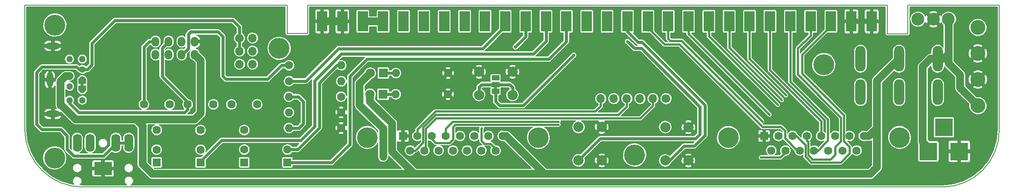
<source format=gbl>
G04 #@! TF.FileFunction,Copper,L2,Bot,Signal*
%FSLAX46Y46*%
G04 Gerber Fmt 4.6, Leading zero omitted, Abs format (unit mm)*
G04 Created by KiCad (PCBNEW 4.0.7) date 05/21/21 15:04:17*
%MOMM*%
%LPD*%
G01*
G04 APERTURE LIST*
%ADD10C,0.100000*%
%ADD11C,0.150000*%
%ADD12R,3.500000X2.500000*%
%ADD13O,1.750000X3.500000*%
%ADD14C,2.900000*%
%ADD15R,3.500000X3.500000*%
%ADD16R,1.600000X1.600000*%
%ADD17C,1.600000*%
%ADD18C,4.000000*%
%ADD19C,4.064000*%
%ADD20R,1.800000X1.800000*%
%ADD21C,1.800000*%
%ADD22O,1.600000X1.600000*%
%ADD23R,2.000000X4.000000*%
%ADD24C,2.000000*%
%ADD25R,1.500000X1.000000*%
%ADD26O,1.500000X1.900000*%
%ADD27C,2.500000*%
%ADD28C,1.620000*%
%ADD29C,1.700000*%
%ADD30O,1.700000X1.700000*%
%ADD31O,2.000000X5.000000*%
%ADD32O,2.800000X1.300000*%
%ADD33C,1.300000*%
%ADD34O,1.300000X2.800000*%
%ADD35C,0.800000*%
%ADD36C,1.000000*%
%ADD37C,0.600000*%
%ADD38C,0.400000*%
%ADD39C,1.500000*%
%ADD40C,1.000000*%
%ADD41C,1.500000*%
%ADD42C,0.600000*%
%ADD43C,0.400000*%
%ADD44C,0.200000*%
G04 APERTURE END LIST*
D10*
D11*
X244827000Y-120403000D02*
X77789000Y-120403000D01*
X255937000Y-84980000D02*
X255937000Y-109124000D01*
X238205000Y-84963000D02*
X255937000Y-84963000D01*
X238174000Y-90527000D02*
X238174000Y-84957000D01*
X244851000Y-120412000D02*
G75*
G03X255943000Y-109264000I-28000J11120000D01*
G01*
X66349000Y-109342000D02*
G75*
G03X77749000Y-120406000I11232000J168000D01*
G01*
X66349000Y-84935000D02*
X66349000Y-109258000D01*
X234151000Y-90527000D02*
X234151000Y-84957000D01*
X121369000Y-84970000D02*
X121369000Y-90500000D01*
X117402000Y-84931000D02*
X117402000Y-90497000D01*
X117398000Y-84931000D02*
X66355000Y-84931000D01*
X238164000Y-90525000D02*
X234144000Y-90525000D01*
X121369000Y-84960000D02*
X234149000Y-84960000D01*
X117399000Y-90500000D02*
X121369000Y-90500000D01*
D10*
G36*
X157645000Y-100840000D02*
X157645000Y-101340000D01*
X158245000Y-101340000D01*
X158245000Y-100840000D01*
X157645000Y-100840000D01*
G37*
G36*
X77825000Y-100725000D02*
X77825000Y-100225000D01*
X77225000Y-100225000D01*
X77225000Y-100725000D01*
X77825000Y-100725000D01*
G37*
D12*
X81567000Y-116786000D03*
D13*
X76567000Y-111780000D03*
X86567000Y-111780000D03*
X79067000Y-111780000D03*
X84067000Y-111780000D03*
D14*
X251784000Y-89312000D03*
X251784000Y-94392000D03*
X251784000Y-99472000D03*
X251784000Y-104552000D03*
D15*
X242152000Y-113479000D03*
X248152000Y-113479000D03*
X245152000Y-108779000D03*
D16*
X92000000Y-115625000D03*
D17*
X92000000Y-113125000D03*
D16*
X139937000Y-110454000D03*
D17*
X142707000Y-110454000D03*
X145477000Y-110454000D03*
X148247000Y-110454000D03*
X151017000Y-110454000D03*
X153787000Y-110454000D03*
X156557000Y-110454000D03*
X159327000Y-110454000D03*
X141322000Y-113294000D03*
X144092000Y-113294000D03*
X146862000Y-113294000D03*
X149632000Y-113294000D03*
X152402000Y-113294000D03*
X155172000Y-113294000D03*
X157942000Y-113294000D03*
D18*
X132982000Y-110754000D03*
X166282000Y-110754000D03*
D19*
X184982000Y-114175000D03*
D16*
X210187000Y-110454000D03*
D17*
X212957000Y-110454000D03*
X215727000Y-110454000D03*
X218497000Y-110454000D03*
X221267000Y-110454000D03*
X224037000Y-110454000D03*
X226807000Y-110454000D03*
X229577000Y-110454000D03*
X211572000Y-113294000D03*
X214342000Y-113294000D03*
X217112000Y-113294000D03*
X219882000Y-113294000D03*
X222652000Y-113294000D03*
X225422000Y-113294000D03*
X228192000Y-113294000D03*
D18*
X203232000Y-110754000D03*
X236532000Y-110754000D03*
D16*
X100550000Y-115625000D03*
D17*
X100550000Y-113125000D03*
D16*
X109050000Y-115600000D03*
D17*
X109050000Y-113100000D03*
D20*
X136067000Y-102326000D03*
D21*
X133527000Y-102326000D03*
D17*
X148686000Y-102328000D03*
D22*
X138526000Y-102328000D03*
D17*
X148697000Y-98209000D03*
D22*
X138537000Y-98209000D03*
D17*
X117775000Y-99775000D03*
D22*
X127935000Y-99775000D03*
D17*
X127903000Y-105855000D03*
D22*
X117743000Y-105855000D03*
D17*
X127900000Y-102800000D03*
D22*
X117740000Y-102800000D03*
D17*
X127900000Y-108900000D03*
D22*
X117740000Y-108900000D03*
D20*
X136108000Y-98195000D03*
D21*
X133568000Y-98195000D03*
D17*
X117775000Y-96698000D03*
D22*
X127935000Y-96698000D03*
D16*
X117450000Y-115600000D03*
D17*
X117450000Y-113100000D03*
D19*
X72158000Y-114744000D03*
D23*
X124197000Y-88124000D03*
X128157000Y-88124000D03*
X132117000Y-88124000D03*
X136077000Y-88124000D03*
X140037000Y-88124000D03*
X143997000Y-88124000D03*
X147957000Y-88124000D03*
X151917000Y-88124000D03*
X155877000Y-88124000D03*
X159837000Y-88124000D03*
X163797000Y-88124000D03*
X167757000Y-88124000D03*
X171717000Y-88124000D03*
X175677000Y-88124000D03*
X179637000Y-88124000D03*
X183597000Y-88124000D03*
X187557000Y-88124000D03*
X191517000Y-88124000D03*
X195477000Y-88124000D03*
X199437000Y-88124000D03*
X203397000Y-88124000D03*
X207357000Y-88124000D03*
X211317000Y-88124000D03*
X215277000Y-88124000D03*
X219237000Y-88124000D03*
X223197000Y-88124000D03*
X227157000Y-88124000D03*
X231117000Y-88124000D03*
D24*
X154732000Y-102458000D03*
X154732000Y-97958000D03*
X161232000Y-102458000D03*
X161232000Y-97958000D03*
X174092000Y-108712000D03*
X178592000Y-108712000D03*
X174092000Y-115212000D03*
X178592000Y-115212000D03*
X190958000Y-108732000D03*
X195458000Y-108732000D03*
X190958000Y-115232000D03*
X195458000Y-115232000D03*
D19*
X115825000Y-93375000D03*
D25*
X157947000Y-99127000D03*
X157947000Y-100427000D03*
X157945000Y-100440000D03*
X157945000Y-101740000D03*
D19*
X221800000Y-96550000D03*
D26*
X99418000Y-94595000D03*
X99418000Y-92055000D03*
X96878000Y-94595000D03*
X96878000Y-92055000D03*
X94338000Y-94595000D03*
X94338000Y-92055000D03*
X91798000Y-92055000D03*
X91798000Y-94595000D03*
D27*
X240118000Y-87694000D03*
X243098000Y-87694000D03*
X246058000Y-87694000D03*
D28*
X94541000Y-104305000D03*
X92041000Y-109305000D03*
X89541000Y-104305000D03*
X103041000Y-104305000D03*
X100541000Y-109305000D03*
X98041000Y-104305000D03*
X111541000Y-104305000D03*
X109041000Y-109305000D03*
X106541000Y-104305000D03*
D29*
X108124000Y-91389000D03*
D30*
X110664000Y-91389000D03*
X108124000Y-93929000D03*
X110664000Y-93929000D03*
X108124000Y-96469000D03*
X110664000Y-96469000D03*
D29*
X191110000Y-103182000D03*
D30*
X188570000Y-103182000D03*
X186030000Y-103182000D03*
X183490000Y-103182000D03*
X180950000Y-103182000D03*
X178410000Y-103182000D03*
D31*
X243950000Y-95417000D03*
X243950000Y-101917000D03*
X236450000Y-95417000D03*
X236450000Y-101917000D03*
X228950000Y-95417000D03*
X228950000Y-101917000D03*
D19*
X72200000Y-88850000D03*
D25*
X77525000Y-101125000D03*
X77525000Y-99825000D03*
D32*
X71800000Y-106165000D03*
X71800000Y-92905000D03*
D33*
X77550000Y-99475000D03*
X77550000Y-97475000D03*
X77550000Y-101475000D03*
X77550000Y-95475000D03*
X77550000Y-103475000D03*
X75050000Y-98775000D03*
X75050000Y-100775000D03*
X75050000Y-103475000D03*
X75050000Y-95475000D03*
D34*
X71250000Y-99475000D03*
D35*
X231127000Y-88134000D03*
D36*
X128157000Y-88124000D03*
X124207000Y-88134000D03*
D35*
X227167000Y-88134000D03*
D37*
X183612000Y-92057000D03*
X158003000Y-99121000D03*
X161801000Y-93096000D03*
D38*
X209829000Y-107625000D03*
X211226000Y-106284000D03*
X212827000Y-104379000D03*
X213629000Y-103434000D03*
X214440000Y-102512000D03*
D37*
X173144000Y-94717000D03*
D38*
X155265000Y-108916000D03*
X170155000Y-107681000D03*
X170155000Y-108240000D03*
D36*
X136077000Y-88124000D03*
X132127000Y-88134000D03*
D39*
X136083000Y-114524000D03*
D36*
X144007000Y-88134000D03*
D38*
X209550000Y-114638000D03*
D40*
X231127000Y-88134000D02*
X231117000Y-88124000D01*
X231117000Y-88124000D02*
X227157000Y-88124000D01*
D41*
X124197000Y-88124000D02*
X128157000Y-88124000D01*
D40*
X124207000Y-88134000D02*
X124217000Y-88124000D01*
D41*
X124217000Y-88124000D02*
X128157000Y-88124000D01*
D40*
X227167000Y-88134000D02*
X227177000Y-88124000D01*
D42*
X227167000Y-88134000D02*
X227157000Y-88124000D01*
X117800000Y-99750000D02*
X121050000Y-99750000D01*
X155450000Y-93425000D02*
X159837000Y-89038000D01*
X127375000Y-93425000D02*
X155450000Y-93425000D01*
X121050000Y-99750000D02*
X127375000Y-93425000D01*
X159837000Y-89038000D02*
X159837000Y-88124000D01*
X100542000Y-115388000D02*
X100562000Y-115388000D01*
X100562000Y-115388000D02*
X104625000Y-111325000D01*
X104625000Y-111325000D02*
X120018000Y-111325000D01*
X167757000Y-88124000D02*
X167757000Y-92029000D01*
X122768000Y-108575000D02*
X120018000Y-111325000D01*
X122768000Y-99674000D02*
X122768000Y-108575000D01*
X127950000Y-94492000D02*
X122768000Y-99674000D01*
X165294000Y-94492000D02*
X127950000Y-94492000D01*
X167757000Y-92029000D02*
X165294000Y-94492000D01*
X197701000Y-104775000D02*
X197701000Y-110142000D01*
X196858000Y-110985000D02*
X197701000Y-110142000D01*
X178311000Y-110985000D02*
X173980000Y-115316000D01*
X178311000Y-110985000D02*
X196858000Y-110985000D01*
X183612000Y-92057000D02*
X183644000Y-92057000D01*
X183644000Y-92057000D02*
X184962000Y-93375000D01*
X184962000Y-93375000D02*
X186301000Y-93375000D01*
X186301000Y-93375000D02*
X197701000Y-104775000D01*
X183612000Y-92057000D02*
X183612000Y-92068000D01*
X183611000Y-92058000D02*
X183612000Y-92057000D01*
X190932000Y-115311000D02*
X191715000Y-115311000D01*
X191715000Y-115311000D02*
X194593000Y-112433000D01*
X185676000Y-92189000D02*
X183597000Y-90110000D01*
X186410000Y-92189000D02*
X185676000Y-92189000D01*
X198653000Y-104432000D02*
X186410000Y-92189000D01*
X198653000Y-110335000D02*
X198653000Y-104432000D01*
X196555000Y-112433000D02*
X198653000Y-110335000D01*
X194593000Y-112433000D02*
X196555000Y-112433000D01*
X183597000Y-90110000D02*
X183597000Y-88124000D01*
X136067000Y-102326000D02*
X138524000Y-102326000D01*
X138524000Y-102326000D02*
X138526000Y-102328000D01*
X163797000Y-88124000D02*
X163797000Y-91100000D01*
X158003000Y-99121000D02*
X157955000Y-99169000D01*
X163797000Y-91100000D02*
X161801000Y-93096000D01*
X157955000Y-99169000D02*
X157947000Y-99169000D01*
X129586000Y-112151000D02*
X129524000Y-112151000D01*
X129586000Y-112151000D02*
X129586000Y-98842002D01*
X171717000Y-88124000D02*
X171717000Y-92092000D01*
X168310000Y-95499000D02*
X171717000Y-92092000D01*
X132929002Y-95499000D02*
X168310000Y-95499000D01*
X129586000Y-98842002D02*
X132929002Y-95499000D01*
X126075000Y-115600000D02*
X117450000Y-115600000D01*
X129524000Y-112151000D02*
X126075000Y-115600000D01*
X171717000Y-88124000D02*
X171717000Y-86401000D01*
X171717000Y-87034000D02*
X171717000Y-88124000D01*
D43*
X194078000Y-91884000D02*
X191944000Y-91884000D01*
X191944000Y-91884000D02*
X191517000Y-91457000D01*
X191517000Y-88124000D02*
X191517000Y-91457000D01*
X209829000Y-107625000D02*
X209821000Y-107617000D01*
X209821000Y-107617000D02*
X209821000Y-107610000D01*
X209821000Y-107610000D02*
X194078000Y-91884000D01*
X217112000Y-113294000D02*
X216616000Y-113294000D01*
X216616000Y-113294000D02*
X214244000Y-110922000D01*
X214244000Y-110922000D02*
X214244000Y-109469000D01*
X214244000Y-109469000D02*
X213462000Y-108687000D01*
X213462000Y-108687000D02*
X209830000Y-108687000D01*
X209830000Y-108687000D02*
X193736000Y-92593000D01*
X193736000Y-92593000D02*
X190774000Y-92593000D01*
X190774000Y-92593000D02*
X187557000Y-89376000D01*
X187557000Y-89376000D02*
X187557000Y-88124000D01*
D42*
X187557000Y-88124000D02*
X187557000Y-89824000D01*
D43*
X195477000Y-90578000D02*
X195477000Y-88124000D01*
X211121238Y-106206238D02*
X195477000Y-90578000D01*
X211226000Y-106284000D02*
X211121238Y-106206238D01*
X212827000Y-104379000D02*
X212828494Y-104380494D01*
X212828494Y-104380494D02*
X212828494Y-104384000D01*
X212828494Y-104384000D02*
X199437000Y-91022000D01*
X199437000Y-88124000D02*
X199437000Y-91022000D01*
X203397000Y-88124000D02*
X203397000Y-93234409D01*
X213629000Y-103434000D02*
X213629000Y-103432000D01*
X213629000Y-103432000D02*
X203397000Y-93234409D01*
X214440000Y-102492770D02*
X207357000Y-95422000D01*
X214440000Y-102512000D02*
X214440000Y-102492770D01*
X207357000Y-95422000D02*
X207357000Y-88124000D01*
X221306000Y-108094881D02*
X221306000Y-107583000D01*
X221306000Y-107583000D02*
X211317000Y-97594000D01*
X221306000Y-110479000D02*
X221306000Y-108094881D01*
X211317000Y-97594000D02*
X211317000Y-88124000D01*
X222606629Y-107223313D02*
X222606629Y-111338371D01*
X222606629Y-111338371D02*
X220651000Y-113294000D01*
X220651000Y-113294000D02*
X219882000Y-113294000D01*
X215277000Y-88124000D02*
X215277000Y-99897929D01*
X222606629Y-107223313D02*
X215277000Y-99897929D01*
X225148000Y-111454000D02*
X225148000Y-106873000D01*
X224032000Y-112570000D02*
X225148000Y-111454000D01*
X224032000Y-114114000D02*
X224032000Y-112570000D01*
X223097000Y-115049000D02*
X224032000Y-114114000D01*
X219598000Y-115049000D02*
X223097000Y-115049000D01*
X219237000Y-90888000D02*
X219237000Y-88124000D01*
X216750000Y-93375000D02*
X219237000Y-90888000D01*
X216750000Y-98475000D02*
X216750000Y-93375000D01*
X225148000Y-106873000D02*
X216750000Y-98475000D01*
X218745000Y-114199000D02*
X218745000Y-111598000D01*
X218497000Y-111350000D02*
X218745000Y-111598000D01*
X218497000Y-111350000D02*
X218497000Y-110454000D01*
X219595000Y-115049000D02*
X218745000Y-114199000D01*
X219552000Y-115049000D02*
X219598000Y-115049000D01*
X219598000Y-115049000D02*
X219595000Y-115049000D01*
X223197000Y-88124000D02*
X223197000Y-89153000D01*
X222397000Y-89828000D02*
X217600000Y-94625000D01*
X225675000Y-106450000D02*
X225671000Y-106450000D01*
X225675000Y-106375000D02*
X225675000Y-106450000D01*
X217600000Y-98300000D02*
X225675000Y-106375000D01*
X217600000Y-94625000D02*
X217600000Y-98300000D01*
X225735998Y-111476998D02*
X226812000Y-112553000D01*
X226812000Y-112553000D02*
X226812000Y-113873000D01*
X225671000Y-111476998D02*
X225671000Y-106450000D01*
X218216000Y-112206000D02*
X218216000Y-114442000D01*
X216464000Y-110454000D02*
X218216000Y-112206000D01*
X218216000Y-114442000D02*
X219374000Y-115600000D01*
X219374000Y-115600000D02*
X225085000Y-115600000D01*
X225085000Y-115600000D02*
X226812000Y-113873000D01*
X225671000Y-111476998D02*
X225735998Y-111476998D01*
X223197000Y-89197000D02*
X223197000Y-88124000D01*
X215727000Y-110454000D02*
X216464000Y-110454000D01*
D42*
X157945000Y-101740000D02*
X157945000Y-103804000D01*
X157945000Y-103804000D02*
X158696000Y-104555000D01*
X158696000Y-104555000D02*
X163306000Y-104555000D01*
X163306000Y-104555000D02*
X173144000Y-94717000D01*
D43*
X155692000Y-111943000D02*
X155692000Y-111915000D01*
X156972000Y-111943000D02*
X155692000Y-111943000D01*
X156972000Y-111943000D02*
X157942000Y-112913000D01*
X155185000Y-108996000D02*
X155265000Y-108916000D01*
X155185000Y-111408000D02*
X155185000Y-108996000D01*
X155692000Y-111915000D02*
X155185000Y-111408000D01*
X157942000Y-113294000D02*
X157942000Y-112913000D01*
X170155000Y-107681000D02*
X149597000Y-107675000D01*
X148247000Y-109025000D02*
X148247000Y-110454000D01*
X149597000Y-107675000D02*
X148247000Y-109025000D01*
X170142000Y-107668000D02*
X170155000Y-107681000D01*
X145477000Y-110454000D02*
X145477000Y-110943000D01*
X145477000Y-110943000D02*
X146322000Y-111788000D01*
X146322000Y-111788000D02*
X148976000Y-111788000D01*
X148976000Y-111788000D02*
X149647000Y-111117000D01*
X149647000Y-111117000D02*
X149647000Y-108678002D01*
X149647000Y-108678002D02*
X150080896Y-108244106D01*
X150080896Y-108244106D02*
X170155000Y-108240000D01*
D41*
X242583000Y-95417000D02*
X243950000Y-95417000D01*
X241050000Y-96950000D02*
X242583000Y-95417000D01*
X241050000Y-111600000D02*
X241050000Y-96950000D01*
X242152000Y-112702000D02*
X241050000Y-111600000D01*
X242152000Y-113479000D02*
X242152000Y-112702000D01*
X243950000Y-95417000D02*
X245208000Y-95417000D01*
X245208000Y-95417000D02*
X246073000Y-94552000D01*
X246073000Y-91900000D02*
X246073000Y-94552000D01*
X246073000Y-94552000D02*
X246073000Y-96298000D01*
X246073000Y-87800000D02*
X246073000Y-91900000D01*
X248325000Y-101093000D02*
X251784000Y-104552000D01*
X248325000Y-98550000D02*
X248325000Y-101093000D01*
X246073000Y-96298000D02*
X248325000Y-98550000D01*
X100575000Y-106025000D02*
X100575000Y-95752000D01*
X100575000Y-95752000D02*
X99418000Y-94595000D01*
X89268000Y-109143000D02*
X89268000Y-108468000D01*
X89268000Y-115993000D02*
X89268000Y-109143000D01*
X142103000Y-117851000D02*
X91126000Y-117851000D01*
X89268000Y-115993000D02*
X91126000Y-117851000D01*
X89268000Y-108468000D02*
X88000000Y-107200000D01*
X73300000Y-104300000D02*
X73325000Y-104300000D01*
X73325000Y-104300000D02*
X76225000Y-107200000D01*
X76225000Y-107200000D02*
X88000000Y-107200000D01*
X88000000Y-107200000D02*
X99400000Y-107200000D01*
X99400000Y-107200000D02*
X100575000Y-106025000D01*
X100575000Y-106000000D02*
X100575000Y-106025000D01*
X74350000Y-98775000D02*
X75050000Y-98775000D01*
X73300000Y-99825000D02*
X74350000Y-98775000D01*
X73300000Y-104300000D02*
X73300000Y-99825000D01*
X73300000Y-104300000D02*
X73300000Y-104425000D01*
X229577000Y-110454000D02*
X230621000Y-110454000D01*
X230621000Y-110454000D02*
X232150000Y-108925000D01*
X230893998Y-117851000D02*
X230893998Y-117831002D01*
X167419000Y-117851000D02*
X230893998Y-117851000D01*
X232150000Y-99717000D02*
X236450000Y-95417000D01*
X232150000Y-116575000D02*
X232150000Y-108925000D01*
X232150000Y-108925000D02*
X232150000Y-99717000D01*
X230893998Y-117831002D02*
X232150000Y-116575000D01*
X133527000Y-102326000D02*
X133527000Y-103743000D01*
X133527000Y-103743000D02*
X137790002Y-108006002D01*
X137790002Y-108006002D02*
X137790002Y-113538002D01*
X137790002Y-113538002D02*
X142103000Y-117851000D01*
X165656000Y-117851000D02*
X142103000Y-117851000D01*
D40*
X132127000Y-88134000D02*
X132117000Y-88124000D01*
D41*
X132117000Y-88124000D02*
X136077000Y-88124000D01*
X167419000Y-117851000D02*
X165656000Y-117851000D01*
X160022000Y-110454000D02*
X167419000Y-117851000D01*
X159327000Y-110454000D02*
X160022000Y-110454000D01*
X131484500Y-104423500D02*
X131484500Y-100278500D01*
X136090000Y-114517000D02*
X136083000Y-114524000D01*
X136090000Y-109029000D02*
X131484500Y-104423500D01*
X136090000Y-109029000D02*
X136090000Y-114517000D01*
X131484500Y-100278500D02*
X133568000Y-98195000D01*
X144007000Y-88134000D02*
X143997000Y-88124000D01*
X240143000Y-87810000D02*
X240133000Y-87800000D01*
D42*
X136108000Y-98195000D02*
X138489000Y-98195000D01*
X138489000Y-98195000D02*
X138493000Y-98199000D01*
X91798000Y-94595000D02*
X91960000Y-94595000D01*
X76450000Y-97025000D02*
X69700000Y-97025000D01*
X76900000Y-97475000D02*
X76450000Y-97025000D01*
X108124000Y-93929000D02*
X108124000Y-91389000D01*
X77550000Y-97475000D02*
X78525000Y-97475000D01*
X108124000Y-89224000D02*
X108124000Y-91389000D01*
X106825000Y-87925000D02*
X108124000Y-89224000D01*
X83900000Y-87925000D02*
X106825000Y-87925000D01*
X79400000Y-92425000D02*
X83900000Y-87925000D01*
X79400000Y-96600000D02*
X79400000Y-92425000D01*
X78525000Y-97475000D02*
X79400000Y-96600000D01*
X69675000Y-109200000D02*
X73375000Y-109200000D01*
X74600000Y-110425000D02*
X74600000Y-113050000D01*
X73375000Y-109200000D02*
X74600000Y-110425000D01*
X84067000Y-111780000D02*
X84067000Y-111958000D01*
X84067000Y-111958000D02*
X81675000Y-114350000D01*
X75900000Y-114350000D02*
X74600000Y-113050000D01*
X81675000Y-114350000D02*
X75900000Y-114350000D01*
X77550000Y-97475000D02*
X76900000Y-97475000D01*
X68650000Y-108175000D02*
X68650000Y-98075000D01*
X69675000Y-109200000D02*
X68650000Y-108175000D01*
X69700000Y-97025000D02*
X68650000Y-98075000D01*
X86567000Y-111780000D02*
X84067000Y-111780000D01*
X91798000Y-92055000D02*
X90570000Y-92055000D01*
X89541000Y-93084000D02*
X89541000Y-104305000D01*
X90570000Y-92055000D02*
X89541000Y-93084000D01*
X75050000Y-100775000D02*
X75150000Y-100775000D01*
X98041000Y-104305000D02*
X98041000Y-103816000D01*
X98041000Y-103816000D02*
X93075000Y-98850000D01*
X93075000Y-93318000D02*
X94338000Y-92055000D01*
X93075000Y-98850000D02*
X93075000Y-93318000D01*
X75050000Y-103475000D02*
X75050000Y-104125000D01*
X75050000Y-104125000D02*
X76850000Y-105925000D01*
X76850000Y-105925000D02*
X97421002Y-105925000D01*
X97421002Y-105925000D02*
X98041000Y-105305002D01*
X98041000Y-105305002D02*
X98041000Y-104305000D01*
X105500000Y-99400000D02*
X113625000Y-99400000D01*
X104900000Y-98800000D02*
X105500000Y-99400000D01*
X104900000Y-91100000D02*
X104900000Y-98800000D01*
X103975000Y-90175000D02*
X104900000Y-91100000D01*
X98650000Y-90175000D02*
X103975000Y-90175000D01*
X98175000Y-90650000D02*
X98650000Y-90175000D01*
X98150000Y-90650000D02*
X98175000Y-90650000D01*
X96955000Y-94595000D02*
X98150000Y-93400000D01*
X116327000Y-96698000D02*
X117775000Y-96698000D01*
X113625000Y-99400000D02*
X116327000Y-96698000D01*
X98150000Y-93400000D02*
X98150000Y-90650000D01*
X96878000Y-94595000D02*
X96955000Y-94595000D01*
X161232000Y-100984000D02*
X161232000Y-102458000D01*
X160675000Y-100427000D02*
X161232000Y-100984000D01*
X157947000Y-100427000D02*
X160675000Y-100427000D01*
X157947000Y-100427000D02*
X155227000Y-100427000D01*
X154732000Y-100922000D02*
X154732000Y-102458000D01*
X155227000Y-100427000D02*
X154732000Y-100922000D01*
X123635000Y-108851000D02*
X123635000Y-108865000D01*
X127025000Y-96698000D02*
X123635000Y-100088000D01*
X123635000Y-100088000D02*
X123635000Y-108851000D01*
X127935000Y-96698000D02*
X127025000Y-96698000D01*
X119400000Y-113100000D02*
X117450000Y-113100000D01*
X123635000Y-108865000D02*
X119400000Y-113100000D01*
X117749000Y-105861000D02*
X117743000Y-105855000D01*
X117740000Y-108900000D02*
X119675000Y-108900000D01*
X119600000Y-102800000D02*
X117740000Y-102800000D01*
X120550000Y-103750000D02*
X119600000Y-102800000D01*
X120550000Y-108025000D02*
X120550000Y-103750000D01*
X119675000Y-108900000D02*
X120550000Y-108025000D01*
D43*
X178410000Y-103182000D02*
X178410000Y-104597000D01*
X178410000Y-104597000D02*
X177338000Y-105669000D01*
X177338000Y-105669000D02*
X146248000Y-105669000D01*
X142707000Y-110454000D02*
X142707000Y-109210000D01*
X142707000Y-109210000D02*
X146248000Y-105669000D01*
X183490000Y-103182000D02*
X183490000Y-104683000D01*
X183490000Y-104683000D02*
X181836354Y-106336646D01*
X146315513Y-106342377D02*
X181836354Y-106336646D01*
X143866000Y-108791890D02*
X146315513Y-106342377D01*
X143866000Y-111740000D02*
X143866000Y-108791890D01*
X142312000Y-113294000D02*
X143866000Y-111740000D01*
X142312000Y-113294000D02*
X141322000Y-113294000D01*
X141427000Y-113189000D02*
X141322000Y-113294000D01*
X141376500Y-113239500D02*
X141322000Y-113294000D01*
X211572000Y-113294000D02*
X211572000Y-113345000D01*
X188570000Y-103182000D02*
X188570000Y-104541000D01*
X188570000Y-104541000D02*
X186088000Y-107023000D01*
X146342000Y-107023000D02*
X186088000Y-107023000D01*
X144371000Y-108994000D02*
X146342000Y-107023000D01*
X144371000Y-113015000D02*
X144371000Y-108994000D01*
X144371000Y-113015000D02*
X144092000Y-113294000D01*
X213350000Y-114638000D02*
X214342000Y-113646000D01*
X213350000Y-114638000D02*
X209550000Y-114638000D01*
X214342000Y-113294000D02*
X214342000Y-113646000D01*
X214342000Y-113294000D02*
X214342000Y-113379000D01*
D44*
G36*
X117027000Y-90468924D02*
X117024009Y-90497382D01*
X117030642Y-90570268D01*
X117051306Y-90640477D01*
X117085213Y-90705336D01*
X117131073Y-90762374D01*
X117187137Y-90809418D01*
X117251272Y-90844676D01*
X117321033Y-90866805D01*
X117393764Y-90874963D01*
X117399000Y-90875000D01*
X121369000Y-90875000D01*
X121404081Y-90871560D01*
X121439268Y-90868358D01*
X121440532Y-90867986D01*
X121441838Y-90867858D01*
X121475608Y-90857662D01*
X121509477Y-90847694D01*
X121510641Y-90847085D01*
X121511901Y-90846705D01*
X121543037Y-90830149D01*
X121574336Y-90813787D01*
X121575363Y-90812961D01*
X121576522Y-90812345D01*
X121603854Y-90790054D01*
X121631374Y-90767927D01*
X121632219Y-90766920D01*
X121633238Y-90766089D01*
X121655698Y-90738940D01*
X121678418Y-90711863D01*
X121679054Y-90710707D01*
X121679889Y-90709697D01*
X121696647Y-90678704D01*
X121713676Y-90647728D01*
X121714074Y-90646475D01*
X121714699Y-90645318D01*
X121725146Y-90611568D01*
X121735805Y-90577967D01*
X121735951Y-90576663D01*
X121736341Y-90575404D01*
X121740039Y-90540224D01*
X121743963Y-90505236D01*
X121743981Y-90502715D01*
X121743991Y-90502618D01*
X121743982Y-90502521D01*
X121744000Y-90500000D01*
X121744000Y-88499000D01*
X122797000Y-88499000D01*
X122797000Y-90163396D01*
X122812372Y-90240675D01*
X122842524Y-90313471D01*
X122886299Y-90378985D01*
X122942014Y-90434700D01*
X123007529Y-90478475D01*
X123080324Y-90508628D01*
X123157603Y-90524000D01*
X123822000Y-90524000D01*
X123922000Y-90424000D01*
X123922000Y-88399000D01*
X124472000Y-88399000D01*
X124472000Y-90424000D01*
X124572000Y-90524000D01*
X125236397Y-90524000D01*
X125313676Y-90508628D01*
X125386471Y-90478475D01*
X125451986Y-90434700D01*
X125507701Y-90378985D01*
X125551476Y-90313471D01*
X125581628Y-90240675D01*
X125597000Y-90163396D01*
X125597000Y-88499000D01*
X126757000Y-88499000D01*
X126757000Y-90163396D01*
X126772372Y-90240675D01*
X126802524Y-90313471D01*
X126846299Y-90378985D01*
X126902014Y-90434700D01*
X126967529Y-90478475D01*
X127040324Y-90508628D01*
X127117603Y-90524000D01*
X127782000Y-90524000D01*
X127882000Y-90424000D01*
X127882000Y-88399000D01*
X128432000Y-88399000D01*
X128432000Y-90424000D01*
X128532000Y-90524000D01*
X129196397Y-90524000D01*
X129273676Y-90508628D01*
X129346471Y-90478475D01*
X129411986Y-90434700D01*
X129467701Y-90378985D01*
X129511476Y-90313471D01*
X129541628Y-90240675D01*
X129557000Y-90163396D01*
X129557000Y-88499000D01*
X129457000Y-88399000D01*
X128432000Y-88399000D01*
X127882000Y-88399000D01*
X126857000Y-88399000D01*
X126757000Y-88499000D01*
X125597000Y-88499000D01*
X125497000Y-88399000D01*
X124472000Y-88399000D01*
X123922000Y-88399000D01*
X122897000Y-88399000D01*
X122797000Y-88499000D01*
X121744000Y-88499000D01*
X121744000Y-86084604D01*
X122797000Y-86084604D01*
X122797000Y-87749000D01*
X122897000Y-87849000D01*
X123922000Y-87849000D01*
X123922000Y-85824000D01*
X124472000Y-85824000D01*
X124472000Y-87849000D01*
X125497000Y-87849000D01*
X125597000Y-87749000D01*
X125597000Y-86084604D01*
X126757000Y-86084604D01*
X126757000Y-87749000D01*
X126857000Y-87849000D01*
X127882000Y-87849000D01*
X127882000Y-85824000D01*
X128432000Y-85824000D01*
X128432000Y-87849000D01*
X129457000Y-87849000D01*
X129557000Y-87749000D01*
X129557000Y-86124000D01*
X130815549Y-86124000D01*
X130815549Y-90124000D01*
X130819359Y-90171774D01*
X130844452Y-90252803D01*
X130891126Y-90323634D01*
X130955685Y-90378657D01*
X131033018Y-90413516D01*
X131117000Y-90425451D01*
X133117000Y-90425451D01*
X133164774Y-90421641D01*
X133245803Y-90396548D01*
X133316634Y-90349874D01*
X133371657Y-90285315D01*
X133406516Y-90207982D01*
X133418451Y-90124000D01*
X133418451Y-89174000D01*
X134775549Y-89174000D01*
X134775549Y-90124000D01*
X134779359Y-90171774D01*
X134804452Y-90252803D01*
X134851126Y-90323634D01*
X134915685Y-90378657D01*
X134993018Y-90413516D01*
X135077000Y-90425451D01*
X137077000Y-90425451D01*
X137124774Y-90421641D01*
X137205803Y-90396548D01*
X137276634Y-90349874D01*
X137331657Y-90285315D01*
X137366516Y-90207982D01*
X137378451Y-90124000D01*
X137378451Y-86124000D01*
X138735549Y-86124000D01*
X138735549Y-90124000D01*
X138739359Y-90171774D01*
X138764452Y-90252803D01*
X138811126Y-90323634D01*
X138875685Y-90378657D01*
X138953018Y-90413516D01*
X139037000Y-90425451D01*
X141037000Y-90425451D01*
X141084774Y-90421641D01*
X141165803Y-90396548D01*
X141236634Y-90349874D01*
X141291657Y-90285315D01*
X141326516Y-90207982D01*
X141338451Y-90124000D01*
X141338451Y-86124000D01*
X142695549Y-86124000D01*
X142695549Y-90124000D01*
X142699359Y-90171774D01*
X142724452Y-90252803D01*
X142771126Y-90323634D01*
X142835685Y-90378657D01*
X142913018Y-90413516D01*
X142997000Y-90425451D01*
X144997000Y-90425451D01*
X145044774Y-90421641D01*
X145125803Y-90396548D01*
X145196634Y-90349874D01*
X145251657Y-90285315D01*
X145286516Y-90207982D01*
X145298451Y-90124000D01*
X145298451Y-86124000D01*
X146655549Y-86124000D01*
X146655549Y-90124000D01*
X146659359Y-90171774D01*
X146684452Y-90252803D01*
X146731126Y-90323634D01*
X146795685Y-90378657D01*
X146873018Y-90413516D01*
X146957000Y-90425451D01*
X148957000Y-90425451D01*
X149004774Y-90421641D01*
X149085803Y-90396548D01*
X149156634Y-90349874D01*
X149211657Y-90285315D01*
X149246516Y-90207982D01*
X149258451Y-90124000D01*
X149258451Y-86124000D01*
X150615549Y-86124000D01*
X150615549Y-90124000D01*
X150619359Y-90171774D01*
X150644452Y-90252803D01*
X150691126Y-90323634D01*
X150755685Y-90378657D01*
X150833018Y-90413516D01*
X150917000Y-90425451D01*
X152917000Y-90425451D01*
X152964774Y-90421641D01*
X153045803Y-90396548D01*
X153116634Y-90349874D01*
X153171657Y-90285315D01*
X153206516Y-90207982D01*
X153218451Y-90124000D01*
X153218451Y-86124000D01*
X154575549Y-86124000D01*
X154575549Y-90124000D01*
X154579359Y-90171774D01*
X154604452Y-90252803D01*
X154651126Y-90323634D01*
X154715685Y-90378657D01*
X154793018Y-90413516D01*
X154877000Y-90425451D01*
X156877000Y-90425451D01*
X156924774Y-90421641D01*
X157005803Y-90396548D01*
X157076634Y-90349874D01*
X157131657Y-90285315D01*
X157166516Y-90207982D01*
X157178451Y-90124000D01*
X157178451Y-86124000D01*
X157174641Y-86076226D01*
X157149548Y-85995197D01*
X157102874Y-85924366D01*
X157038315Y-85869343D01*
X156960982Y-85834484D01*
X156877000Y-85822549D01*
X154877000Y-85822549D01*
X154829226Y-85826359D01*
X154748197Y-85851452D01*
X154677366Y-85898126D01*
X154622343Y-85962685D01*
X154587484Y-86040018D01*
X154575549Y-86124000D01*
X153218451Y-86124000D01*
X153214641Y-86076226D01*
X153189548Y-85995197D01*
X153142874Y-85924366D01*
X153078315Y-85869343D01*
X153000982Y-85834484D01*
X152917000Y-85822549D01*
X150917000Y-85822549D01*
X150869226Y-85826359D01*
X150788197Y-85851452D01*
X150717366Y-85898126D01*
X150662343Y-85962685D01*
X150627484Y-86040018D01*
X150615549Y-86124000D01*
X149258451Y-86124000D01*
X149254641Y-86076226D01*
X149229548Y-85995197D01*
X149182874Y-85924366D01*
X149118315Y-85869343D01*
X149040982Y-85834484D01*
X148957000Y-85822549D01*
X146957000Y-85822549D01*
X146909226Y-85826359D01*
X146828197Y-85851452D01*
X146757366Y-85898126D01*
X146702343Y-85962685D01*
X146667484Y-86040018D01*
X146655549Y-86124000D01*
X145298451Y-86124000D01*
X145294641Y-86076226D01*
X145269548Y-85995197D01*
X145222874Y-85924366D01*
X145158315Y-85869343D01*
X145080982Y-85834484D01*
X144997000Y-85822549D01*
X142997000Y-85822549D01*
X142949226Y-85826359D01*
X142868197Y-85851452D01*
X142797366Y-85898126D01*
X142742343Y-85962685D01*
X142707484Y-86040018D01*
X142695549Y-86124000D01*
X141338451Y-86124000D01*
X141334641Y-86076226D01*
X141309548Y-85995197D01*
X141262874Y-85924366D01*
X141198315Y-85869343D01*
X141120982Y-85834484D01*
X141037000Y-85822549D01*
X139037000Y-85822549D01*
X138989226Y-85826359D01*
X138908197Y-85851452D01*
X138837366Y-85898126D01*
X138782343Y-85962685D01*
X138747484Y-86040018D01*
X138735549Y-86124000D01*
X137378451Y-86124000D01*
X137374641Y-86076226D01*
X137349548Y-85995197D01*
X137302874Y-85924366D01*
X137238315Y-85869343D01*
X137160982Y-85834484D01*
X137077000Y-85822549D01*
X135077000Y-85822549D01*
X135029226Y-85826359D01*
X134948197Y-85851452D01*
X134877366Y-85898126D01*
X134822343Y-85962685D01*
X134787484Y-86040018D01*
X134775549Y-86124000D01*
X134775549Y-87074000D01*
X133418451Y-87074000D01*
X133418451Y-86124000D01*
X133414641Y-86076226D01*
X133389548Y-85995197D01*
X133342874Y-85924366D01*
X133278315Y-85869343D01*
X133200982Y-85834484D01*
X133117000Y-85822549D01*
X131117000Y-85822549D01*
X131069226Y-85826359D01*
X130988197Y-85851452D01*
X130917366Y-85898126D01*
X130862343Y-85962685D01*
X130827484Y-86040018D01*
X130815549Y-86124000D01*
X129557000Y-86124000D01*
X129557000Y-86084604D01*
X129541628Y-86007325D01*
X129511476Y-85934529D01*
X129467701Y-85869015D01*
X129411986Y-85813300D01*
X129346471Y-85769525D01*
X129273676Y-85739372D01*
X129196397Y-85724000D01*
X128532000Y-85724000D01*
X128432000Y-85824000D01*
X127882000Y-85824000D01*
X127782000Y-85724000D01*
X127117603Y-85724000D01*
X127040324Y-85739372D01*
X126967529Y-85769525D01*
X126902014Y-85813300D01*
X126846299Y-85869015D01*
X126802524Y-85934529D01*
X126772372Y-86007325D01*
X126757000Y-86084604D01*
X125597000Y-86084604D01*
X125581628Y-86007325D01*
X125551476Y-85934529D01*
X125507701Y-85869015D01*
X125451986Y-85813300D01*
X125386471Y-85769525D01*
X125313676Y-85739372D01*
X125236397Y-85724000D01*
X124572000Y-85724000D01*
X124472000Y-85824000D01*
X123922000Y-85824000D01*
X123822000Y-85724000D01*
X123157603Y-85724000D01*
X123080324Y-85739372D01*
X123007529Y-85769525D01*
X122942014Y-85813300D01*
X122886299Y-85869015D01*
X122842524Y-85934529D01*
X122812372Y-86007325D01*
X122797000Y-86084604D01*
X121744000Y-86084604D01*
X121744000Y-85335000D01*
X233776000Y-85335000D01*
X233776000Y-90455866D01*
X233769009Y-90522382D01*
X233775642Y-90595268D01*
X233796306Y-90665477D01*
X233830213Y-90730336D01*
X233876073Y-90787374D01*
X233932137Y-90834418D01*
X233996272Y-90869676D01*
X234005512Y-90872607D01*
X234005682Y-90872699D01*
X234010648Y-90874236D01*
X234066033Y-90891805D01*
X234068182Y-90892046D01*
X234075596Y-90894341D01*
X234148382Y-90901991D01*
X234170260Y-90900000D01*
X238152439Y-90900000D01*
X238171382Y-90901991D01*
X238244268Y-90895358D01*
X238314477Y-90874694D01*
X238379336Y-90840787D01*
X238436374Y-90794927D01*
X238483418Y-90738863D01*
X238518676Y-90674728D01*
X238540805Y-90604967D01*
X238548963Y-90532236D01*
X238549000Y-90527000D01*
X238549000Y-87824328D01*
X238565962Y-87824328D01*
X238620835Y-88123305D01*
X238732734Y-88405930D01*
X238897397Y-88661438D01*
X239108553Y-88880096D01*
X239358159Y-89053576D01*
X239636706Y-89175271D01*
X239933586Y-89240544D01*
X240237490Y-89246910D01*
X240536843Y-89194126D01*
X240820242Y-89084202D01*
X240995755Y-88972818D01*
X242208091Y-88972818D01*
X242359440Y-89178400D01*
X242663223Y-89293963D01*
X242983715Y-89348042D01*
X243308598Y-89338556D01*
X243625389Y-89265870D01*
X243836560Y-89178400D01*
X243987909Y-88972818D01*
X243098000Y-88082909D01*
X242208091Y-88972818D01*
X240995755Y-88972818D01*
X241076893Y-88921327D01*
X241297020Y-88711703D01*
X241472238Y-88463314D01*
X241552069Y-88284011D01*
X241613600Y-88432560D01*
X241819182Y-88583909D01*
X242709091Y-87694000D01*
X241819182Y-86804091D01*
X241613600Y-86955440D01*
X241554352Y-87111186D01*
X241493191Y-86962798D01*
X241324976Y-86709614D01*
X241110788Y-86493926D01*
X240994046Y-86415182D01*
X242208091Y-86415182D01*
X243098000Y-87305091D01*
X243987909Y-86415182D01*
X243836560Y-86209600D01*
X243532777Y-86094037D01*
X243212285Y-86039958D01*
X242887402Y-86049444D01*
X242570611Y-86122130D01*
X242359440Y-86209600D01*
X242208091Y-86415182D01*
X240994046Y-86415182D01*
X240858785Y-86323947D01*
X240578565Y-86206154D01*
X240280803Y-86145032D01*
X239976840Y-86142910D01*
X239678253Y-86199868D01*
X239396416Y-86313738D01*
X239142065Y-86480181D01*
X238924886Y-86692858D01*
X238753152Y-86943669D01*
X238633406Y-87223059D01*
X238570206Y-87520387D01*
X238565962Y-87824328D01*
X238549000Y-87824328D01*
X238549000Y-85338000D01*
X255562000Y-85338000D01*
X255562000Y-109124000D01*
X255569142Y-109196838D01*
X255573042Y-109209756D01*
X255570233Y-109223138D01*
X255569699Y-109228347D01*
X255366855Y-111352164D01*
X254765893Y-113360910D01*
X253786211Y-115214667D01*
X252465121Y-116842835D01*
X250852947Y-118183393D01*
X249011096Y-119185280D01*
X247009721Y-119810336D01*
X244907379Y-120036655D01*
X244906435Y-120036661D01*
X244904967Y-120036195D01*
X244832236Y-120028037D01*
X244827000Y-120028000D01*
X86961164Y-120028000D01*
X87014753Y-120007214D01*
X87163777Y-119912641D01*
X87291592Y-119790924D01*
X87393332Y-119646699D01*
X87465121Y-119485459D01*
X87504224Y-119313346D01*
X87507039Y-119111750D01*
X87472757Y-118938613D01*
X87405498Y-118775431D01*
X87307825Y-118628421D01*
X87183458Y-118503182D01*
X87037133Y-118404485D01*
X86874425Y-118336089D01*
X86701531Y-118300599D01*
X86525036Y-118299367D01*
X86351663Y-118332440D01*
X86188016Y-118398557D01*
X86040328Y-118495202D01*
X85914224Y-118618692D01*
X85814508Y-118764324D01*
X85744977Y-118926550D01*
X85708281Y-119099193D01*
X85705817Y-119275674D01*
X85737678Y-119449274D01*
X85802652Y-119613379D01*
X85898263Y-119761738D01*
X86020870Y-119888701D01*
X86165802Y-119989431D01*
X86254082Y-120028000D01*
X77789000Y-120028000D01*
X77761213Y-120030725D01*
X77070980Y-119973455D01*
X77103777Y-119952641D01*
X77231592Y-119830924D01*
X77333332Y-119686699D01*
X77405121Y-119525459D01*
X77444224Y-119353346D01*
X77447039Y-119151750D01*
X77412757Y-118978613D01*
X77345498Y-118815431D01*
X77247825Y-118668421D01*
X77123458Y-118543182D01*
X76977133Y-118444485D01*
X76814425Y-118376089D01*
X76641531Y-118340599D01*
X76465036Y-118339367D01*
X76291663Y-118372440D01*
X76128016Y-118438557D01*
X75980328Y-118535202D01*
X75854224Y-118658692D01*
X75754508Y-118804324D01*
X75684977Y-118966550D01*
X75648281Y-119139193D01*
X75645817Y-119315674D01*
X75677678Y-119489274D01*
X75742652Y-119653379D01*
X75838263Y-119801738D01*
X75911157Y-119877222D01*
X75631812Y-119854044D01*
X73594498Y-119272044D01*
X71709036Y-118305414D01*
X70047235Y-116990973D01*
X68672389Y-115378783D01*
X68426635Y-114940081D01*
X69822934Y-114940081D01*
X69905491Y-115389897D01*
X70073845Y-115815110D01*
X70321584Y-116199526D01*
X70639271Y-116528501D01*
X71014806Y-116789504D01*
X71433885Y-116972596D01*
X71880546Y-117070800D01*
X72337774Y-117080378D01*
X72788156Y-117000963D01*
X73214534Y-116835582D01*
X73293176Y-116785674D01*
X75655817Y-116785674D01*
X75687678Y-116959274D01*
X75752652Y-117123379D01*
X75848263Y-117271738D01*
X75970870Y-117398701D01*
X76115802Y-117499431D01*
X76277539Y-117570093D01*
X76449921Y-117607993D01*
X76626381Y-117611690D01*
X76800199Y-117581041D01*
X76964753Y-117517214D01*
X77113777Y-117422641D01*
X77241592Y-117300924D01*
X77340297Y-117161000D01*
X79417000Y-117161000D01*
X79417000Y-118075396D01*
X79432372Y-118152675D01*
X79462524Y-118225471D01*
X79506299Y-118290985D01*
X79562014Y-118346700D01*
X79627529Y-118390475D01*
X79700324Y-118420628D01*
X79777603Y-118436000D01*
X81192000Y-118436000D01*
X81292000Y-118336000D01*
X81292000Y-117061000D01*
X81842000Y-117061000D01*
X81842000Y-118336000D01*
X81942000Y-118436000D01*
X83356397Y-118436000D01*
X83433676Y-118420628D01*
X83506471Y-118390475D01*
X83571986Y-118346700D01*
X83627701Y-118290985D01*
X83671476Y-118225471D01*
X83701628Y-118152675D01*
X83717000Y-118075396D01*
X83717000Y-117161000D01*
X83617000Y-117061000D01*
X81842000Y-117061000D01*
X81292000Y-117061000D01*
X79517000Y-117061000D01*
X79417000Y-117161000D01*
X77340297Y-117161000D01*
X77343332Y-117156699D01*
X77415121Y-116995459D01*
X77454224Y-116823346D01*
X77454750Y-116785674D01*
X85675817Y-116785674D01*
X85707678Y-116959274D01*
X85772652Y-117123379D01*
X85868263Y-117271738D01*
X85990870Y-117398701D01*
X86135802Y-117499431D01*
X86297539Y-117570093D01*
X86469921Y-117607993D01*
X86646381Y-117611690D01*
X86820199Y-117581041D01*
X86984753Y-117517214D01*
X87133777Y-117422641D01*
X87261592Y-117300924D01*
X87363332Y-117156699D01*
X87435121Y-116995459D01*
X87474224Y-116823346D01*
X87477039Y-116621750D01*
X87442757Y-116448613D01*
X87375498Y-116285431D01*
X87277825Y-116138421D01*
X87153458Y-116013182D01*
X87007133Y-115914485D01*
X86844425Y-115846089D01*
X86671531Y-115810599D01*
X86495036Y-115809367D01*
X86321663Y-115842440D01*
X86158016Y-115908557D01*
X86010328Y-116005202D01*
X85884224Y-116128692D01*
X85784508Y-116274324D01*
X85714977Y-116436550D01*
X85678281Y-116609193D01*
X85675817Y-116785674D01*
X77454750Y-116785674D01*
X77457039Y-116621750D01*
X77422757Y-116448613D01*
X77355498Y-116285431D01*
X77257825Y-116138421D01*
X77133458Y-116013182D01*
X76987133Y-115914485D01*
X76824425Y-115846089D01*
X76651531Y-115810599D01*
X76475036Y-115809367D01*
X76301663Y-115842440D01*
X76138016Y-115908557D01*
X75990328Y-116005202D01*
X75864224Y-116128692D01*
X75764508Y-116274324D01*
X75694977Y-116436550D01*
X75658281Y-116609193D01*
X75655817Y-116785674D01*
X73293176Y-116785674D01*
X73600670Y-116590533D01*
X73931854Y-116275150D01*
X74195474Y-115901446D01*
X74375720Y-115496604D01*
X79417000Y-115496604D01*
X79417000Y-116411000D01*
X79517000Y-116511000D01*
X81292000Y-116511000D01*
X81292000Y-115236000D01*
X81842000Y-115236000D01*
X81842000Y-116511000D01*
X83617000Y-116511000D01*
X83717000Y-116411000D01*
X83717000Y-115496604D01*
X83701628Y-115419325D01*
X83671476Y-115346529D01*
X83627701Y-115281015D01*
X83571986Y-115225300D01*
X83506471Y-115181525D01*
X83433676Y-115151372D01*
X83356397Y-115136000D01*
X81942000Y-115136000D01*
X81842000Y-115236000D01*
X81292000Y-115236000D01*
X81192000Y-115136000D01*
X79777603Y-115136000D01*
X79700324Y-115151372D01*
X79627529Y-115181525D01*
X79562014Y-115225300D01*
X79506299Y-115281015D01*
X79462524Y-115346529D01*
X79432372Y-115419325D01*
X79417000Y-115496604D01*
X74375720Y-115496604D01*
X74381486Y-115483655D01*
X74482807Y-115037691D01*
X74490100Y-114515336D01*
X74401271Y-114066716D01*
X74226997Y-113643895D01*
X73973915Y-113262976D01*
X73651665Y-112938469D01*
X73272523Y-112682734D01*
X72850928Y-112505511D01*
X72402940Y-112413553D01*
X71945622Y-112410360D01*
X71496394Y-112496055D01*
X71072366Y-112667373D01*
X70689689Y-112917790D01*
X70362940Y-113237766D01*
X70104565Y-113615114D01*
X69924404Y-114035461D01*
X69829320Y-114482797D01*
X69822934Y-114940081D01*
X68426635Y-114940081D01*
X67636871Y-113530256D01*
X66980120Y-111515798D01*
X66725032Y-109394494D01*
X66723936Y-109335081D01*
X66719840Y-109299991D01*
X66723963Y-109263236D01*
X66724000Y-109258000D01*
X66724000Y-98075000D01*
X68050000Y-98075000D01*
X68050000Y-108175000D01*
X68055409Y-108230170D01*
X68060239Y-108285371D01*
X68061119Y-108288400D01*
X68061427Y-108291541D01*
X68077458Y-108344638D01*
X68092909Y-108397821D01*
X68094359Y-108400619D01*
X68095272Y-108403642D01*
X68121289Y-108452573D01*
X68146797Y-108501784D01*
X68148767Y-108504252D01*
X68150247Y-108507035D01*
X68185248Y-108549950D01*
X68219854Y-108593300D01*
X68224184Y-108597691D01*
X68224258Y-108597781D01*
X68224342Y-108597850D01*
X68225736Y-108599264D01*
X69250736Y-109624264D01*
X69293559Y-109659439D01*
X69336020Y-109695068D01*
X69338784Y-109696587D01*
X69341223Y-109698591D01*
X69390101Y-109724799D01*
X69438635Y-109751481D01*
X69441640Y-109752434D01*
X69444422Y-109753926D01*
X69497427Y-109770131D01*
X69550253Y-109786889D01*
X69553390Y-109787241D01*
X69556406Y-109788163D01*
X69611498Y-109793759D01*
X69666623Y-109799942D01*
X69672795Y-109799985D01*
X69672906Y-109799996D01*
X69673009Y-109799986D01*
X69675000Y-109800000D01*
X73126472Y-109800000D01*
X74000000Y-110673528D01*
X74000000Y-113050000D01*
X74005409Y-113105170D01*
X74010239Y-113160371D01*
X74011119Y-113163400D01*
X74011427Y-113166541D01*
X74027458Y-113219638D01*
X74042909Y-113272821D01*
X74044359Y-113275619D01*
X74045272Y-113278642D01*
X74071289Y-113327573D01*
X74096797Y-113376784D01*
X74098767Y-113379252D01*
X74100247Y-113382035D01*
X74135248Y-113424950D01*
X74169854Y-113468300D01*
X74174184Y-113472691D01*
X74174258Y-113472781D01*
X74174342Y-113472850D01*
X74175736Y-113474264D01*
X75475736Y-114774264D01*
X75518559Y-114809439D01*
X75561020Y-114845068D01*
X75563784Y-114846587D01*
X75566223Y-114848591D01*
X75615117Y-114874808D01*
X75663635Y-114901481D01*
X75666638Y-114902434D01*
X75669423Y-114903927D01*
X75722459Y-114920141D01*
X75775253Y-114936889D01*
X75778390Y-114937241D01*
X75781406Y-114938163D01*
X75836539Y-114943763D01*
X75891623Y-114949942D01*
X75897786Y-114949985D01*
X75897907Y-114949997D01*
X75898020Y-114949986D01*
X75900000Y-114950000D01*
X81675000Y-114950000D01*
X81730170Y-114944591D01*
X81785371Y-114939761D01*
X81788400Y-114938881D01*
X81791541Y-114938573D01*
X81844638Y-114922542D01*
X81897821Y-114907091D01*
X81900619Y-114905641D01*
X81903642Y-114904728D01*
X81952573Y-114878711D01*
X82001784Y-114853203D01*
X82004252Y-114851233D01*
X82007035Y-114849753D01*
X82049950Y-114814752D01*
X82093300Y-114780146D01*
X82097691Y-114775816D01*
X82097781Y-114775742D01*
X82097850Y-114775658D01*
X82099264Y-114774264D01*
X83313926Y-113559602D01*
X83409948Y-113639038D01*
X83611669Y-113748108D01*
X83830733Y-113815920D01*
X84058797Y-113839890D01*
X84287173Y-113819107D01*
X84507163Y-113754360D01*
X84710387Y-113648117D01*
X84889104Y-113504424D01*
X85036508Y-113328755D01*
X85146984Y-113127801D01*
X85216323Y-112909215D01*
X85241885Y-112681325D01*
X85242000Y-112664919D01*
X85242000Y-112380000D01*
X85392000Y-112380000D01*
X85392000Y-112664919D01*
X85414378Y-112893144D01*
X85480658Y-113112677D01*
X85588318Y-113315154D01*
X85733254Y-113492864D01*
X85909948Y-113639038D01*
X86111669Y-113748108D01*
X86330733Y-113815920D01*
X86558797Y-113839890D01*
X86787173Y-113819107D01*
X87007163Y-113754360D01*
X87210387Y-113648117D01*
X87389104Y-113504424D01*
X87536508Y-113328755D01*
X87646984Y-113127801D01*
X87716323Y-112909215D01*
X87741885Y-112681325D01*
X87742000Y-112664919D01*
X87742000Y-110895081D01*
X87719622Y-110666856D01*
X87653342Y-110447323D01*
X87545682Y-110244846D01*
X87400746Y-110067136D01*
X87224052Y-109920962D01*
X87022331Y-109811892D01*
X86803267Y-109744080D01*
X86575203Y-109720110D01*
X86346827Y-109740893D01*
X86126837Y-109805640D01*
X85923613Y-109911883D01*
X85744896Y-110055576D01*
X85597492Y-110231245D01*
X85487016Y-110432199D01*
X85417677Y-110650785D01*
X85392115Y-110878675D01*
X85392000Y-110895081D01*
X85392000Y-111180000D01*
X85242000Y-111180000D01*
X85242000Y-110895081D01*
X85219622Y-110666856D01*
X85153342Y-110447323D01*
X85045682Y-110244846D01*
X84900746Y-110067136D01*
X84724052Y-109920962D01*
X84522331Y-109811892D01*
X84303267Y-109744080D01*
X84075203Y-109720110D01*
X83846827Y-109740893D01*
X83626837Y-109805640D01*
X83423613Y-109911883D01*
X83244896Y-110055576D01*
X83097492Y-110231245D01*
X82987016Y-110432199D01*
X82917677Y-110650785D01*
X82892115Y-110878675D01*
X82892000Y-110895081D01*
X82892000Y-112284472D01*
X81426472Y-113750000D01*
X79515503Y-113750000D01*
X79710387Y-113648117D01*
X79889104Y-113504424D01*
X80036508Y-113328755D01*
X80146984Y-113127801D01*
X80216323Y-112909215D01*
X80241885Y-112681325D01*
X80242000Y-112664919D01*
X80242000Y-111925674D01*
X80665817Y-111925674D01*
X80697678Y-112099274D01*
X80762652Y-112263379D01*
X80858263Y-112411738D01*
X80980870Y-112538701D01*
X81125802Y-112639431D01*
X81287539Y-112710093D01*
X81459921Y-112747993D01*
X81636381Y-112751690D01*
X81810199Y-112721041D01*
X81974753Y-112657214D01*
X82123777Y-112562641D01*
X82251592Y-112440924D01*
X82353332Y-112296699D01*
X82425121Y-112135459D01*
X82464224Y-111963346D01*
X82467039Y-111761750D01*
X82432757Y-111588613D01*
X82365498Y-111425431D01*
X82267825Y-111278421D01*
X82143458Y-111153182D01*
X81997133Y-111054485D01*
X81834425Y-110986089D01*
X81661531Y-110950599D01*
X81485036Y-110949367D01*
X81311663Y-110982440D01*
X81148016Y-111048557D01*
X81000328Y-111145202D01*
X80874224Y-111268692D01*
X80774508Y-111414324D01*
X80704977Y-111576550D01*
X80668281Y-111749193D01*
X80665817Y-111925674D01*
X80242000Y-111925674D01*
X80242000Y-110895081D01*
X80219622Y-110666856D01*
X80153342Y-110447323D01*
X80045682Y-110244846D01*
X79900746Y-110067136D01*
X79724052Y-109920962D01*
X79522331Y-109811892D01*
X79303267Y-109744080D01*
X79075203Y-109720110D01*
X78846827Y-109740893D01*
X78626837Y-109805640D01*
X78423613Y-109911883D01*
X78244896Y-110055576D01*
X78097492Y-110231245D01*
X77987016Y-110432199D01*
X77917677Y-110650785D01*
X77892115Y-110878675D01*
X77892000Y-110895081D01*
X77892000Y-112664919D01*
X77914378Y-112893144D01*
X77980658Y-113112677D01*
X78088318Y-113315154D01*
X78233254Y-113492864D01*
X78409948Y-113639038D01*
X78611669Y-113748108D01*
X78617781Y-113750000D01*
X77015503Y-113750000D01*
X77210387Y-113648117D01*
X77389104Y-113504424D01*
X77536508Y-113328755D01*
X77646984Y-113127801D01*
X77716323Y-112909215D01*
X77741885Y-112681325D01*
X77742000Y-112664919D01*
X77742000Y-110895081D01*
X77719622Y-110666856D01*
X77653342Y-110447323D01*
X77545682Y-110244846D01*
X77400746Y-110067136D01*
X77224052Y-109920962D01*
X77022331Y-109811892D01*
X76803267Y-109744080D01*
X76575203Y-109720110D01*
X76346827Y-109740893D01*
X76126837Y-109805640D01*
X75923613Y-109911883D01*
X75744896Y-110055576D01*
X75597492Y-110231245D01*
X75487016Y-110432199D01*
X75417677Y-110650785D01*
X75392115Y-110878675D01*
X75392000Y-110895081D01*
X75392000Y-112664919D01*
X75414378Y-112893144D01*
X75467447Y-113068919D01*
X75200000Y-112801472D01*
X75200000Y-110425000D01*
X75194595Y-110369871D01*
X75189761Y-110314629D01*
X75188881Y-110311600D01*
X75188573Y-110308459D01*
X75172552Y-110255395D01*
X75157092Y-110202180D01*
X75155640Y-110199379D01*
X75154728Y-110196358D01*
X75128709Y-110147424D01*
X75103203Y-110098217D01*
X75101234Y-110095751D01*
X75099753Y-110092965D01*
X75064739Y-110050034D01*
X75030147Y-110006701D01*
X75025816Y-110002309D01*
X75025742Y-110002219D01*
X75025658Y-110002150D01*
X75024264Y-110000736D01*
X73799264Y-108775736D01*
X73756441Y-108740561D01*
X73713980Y-108704932D01*
X73711216Y-108703413D01*
X73708777Y-108701409D01*
X73659899Y-108675201D01*
X73611365Y-108648519D01*
X73608360Y-108647566D01*
X73605578Y-108646074D01*
X73552560Y-108629865D01*
X73499747Y-108613111D01*
X73496612Y-108612759D01*
X73493595Y-108611837D01*
X73438496Y-108606241D01*
X73383377Y-108600058D01*
X73377205Y-108600015D01*
X73377094Y-108600004D01*
X73376991Y-108600014D01*
X73375000Y-108600000D01*
X69923528Y-108600000D01*
X69250000Y-107926472D01*
X69250000Y-106595137D01*
X70092147Y-106595137D01*
X70113083Y-106713008D01*
X70237997Y-106885262D01*
X70394115Y-107029836D01*
X70575439Y-107141175D01*
X70775000Y-107215000D01*
X71525000Y-107215000D01*
X71525000Y-106440000D01*
X72075000Y-106440000D01*
X72075000Y-107215000D01*
X72825000Y-107215000D01*
X73024561Y-107141175D01*
X73205885Y-107029836D01*
X73362003Y-106885262D01*
X73486917Y-106713008D01*
X73507853Y-106595137D01*
X73459327Y-106440000D01*
X72075000Y-106440000D01*
X71525000Y-106440000D01*
X70140673Y-106440000D01*
X70092147Y-106595137D01*
X69250000Y-106595137D01*
X69250000Y-105734863D01*
X70092147Y-105734863D01*
X70140673Y-105890000D01*
X71525000Y-105890000D01*
X71525000Y-105115000D01*
X70775000Y-105115000D01*
X70575439Y-105188825D01*
X70394115Y-105300164D01*
X70237997Y-105444738D01*
X70113083Y-105616992D01*
X70092147Y-105734863D01*
X69250000Y-105734863D01*
X69250000Y-99750000D01*
X70200000Y-99750000D01*
X70200000Y-100500000D01*
X70273825Y-100699561D01*
X70385164Y-100880885D01*
X70529738Y-101037003D01*
X70701992Y-101161917D01*
X70819863Y-101182853D01*
X70975000Y-101134327D01*
X70975000Y-99750000D01*
X71525000Y-99750000D01*
X71525000Y-101134327D01*
X71680137Y-101182853D01*
X71798008Y-101161917D01*
X71970262Y-101037003D01*
X72114836Y-100880885D01*
X72226175Y-100699561D01*
X72250000Y-100635158D01*
X72250000Y-104425000D01*
X72269997Y-104628946D01*
X72329227Y-104825124D01*
X72425433Y-105006061D01*
X72514281Y-105115000D01*
X72075000Y-105115000D01*
X72075000Y-105890000D01*
X73430076Y-105890000D01*
X75482538Y-107942462D01*
X75557482Y-108004021D01*
X75631785Y-108066369D01*
X75636622Y-108069028D01*
X75640889Y-108072533D01*
X75726343Y-108118353D01*
X75811361Y-108165092D01*
X75816627Y-108166762D01*
X75821490Y-108169370D01*
X75914182Y-108197709D01*
X76006693Y-108227055D01*
X76012184Y-108227671D01*
X76017460Y-108229284D01*
X76113873Y-108239077D01*
X76210340Y-108249898D01*
X76221139Y-108249973D01*
X76221335Y-108249993D01*
X76221517Y-108249976D01*
X76225000Y-108250000D01*
X87565076Y-108250000D01*
X88218000Y-108902924D01*
X88218000Y-115993000D01*
X88227463Y-116089509D01*
X88235918Y-116186149D01*
X88237458Y-116191450D01*
X88237997Y-116196946D01*
X88266031Y-116289800D01*
X88293090Y-116382936D01*
X88295631Y-116387838D01*
X88297227Y-116393124D01*
X88342755Y-116478749D01*
X88387396Y-116564871D01*
X88390842Y-116569187D01*
X88393433Y-116574061D01*
X88454712Y-116649196D01*
X88515244Y-116725024D01*
X88522823Y-116732709D01*
X88522951Y-116732866D01*
X88523097Y-116732986D01*
X88525538Y-116735462D01*
X90383538Y-118593462D01*
X90458487Y-118655025D01*
X90532785Y-118717369D01*
X90537622Y-118720028D01*
X90541890Y-118723534D01*
X90627396Y-118769382D01*
X90712361Y-118816092D01*
X90717622Y-118817761D01*
X90722490Y-118820371D01*
X90815270Y-118848737D01*
X90907693Y-118878055D01*
X90913179Y-118878670D01*
X90918460Y-118880285D01*
X91014968Y-118890088D01*
X91111340Y-118900898D01*
X91122129Y-118900973D01*
X91122335Y-118900994D01*
X91122527Y-118900976D01*
X91126000Y-118901000D01*
X230893998Y-118901000D01*
X230992347Y-118891357D01*
X231090748Y-118882402D01*
X231094281Y-118881362D01*
X231097944Y-118881003D01*
X231192510Y-118852452D01*
X231287335Y-118824543D01*
X231290599Y-118822837D01*
X231294122Y-118821773D01*
X231381318Y-118775410D01*
X231468939Y-118729603D01*
X231471810Y-118727294D01*
X231475059Y-118725567D01*
X231551597Y-118663144D01*
X231628645Y-118601196D01*
X231631012Y-118598375D01*
X231633864Y-118596049D01*
X231696852Y-118519910D01*
X231732509Y-118477415D01*
X232892462Y-117317462D01*
X232954044Y-117242492D01*
X233016369Y-117168215D01*
X233019026Y-117163381D01*
X233022534Y-117159111D01*
X233068394Y-117073583D01*
X233115092Y-116988639D01*
X233116761Y-116983378D01*
X233119371Y-116978510D01*
X233147723Y-116885772D01*
X233177055Y-116793307D01*
X233177671Y-116787816D01*
X233179284Y-116782540D01*
X233189077Y-116686127D01*
X233199898Y-116589660D01*
X233199973Y-116578861D01*
X233199993Y-116578665D01*
X233199976Y-116578483D01*
X233200000Y-116575000D01*
X233200000Y-110947390D01*
X234228976Y-110947390D01*
X234310400Y-111391033D01*
X234476444Y-111810412D01*
X234720783Y-112189553D01*
X235034111Y-112514013D01*
X235404493Y-112771436D01*
X235817822Y-112952014D01*
X236258353Y-113048871D01*
X236709308Y-113058318D01*
X237153508Y-112979993D01*
X237574036Y-112816881D01*
X237954873Y-112575195D01*
X238281513Y-112264139D01*
X238541515Y-111895563D01*
X238724975Y-111483506D01*
X238824905Y-111043661D01*
X238832099Y-110528473D01*
X238744489Y-110086010D01*
X238572606Y-109668991D01*
X238322997Y-109293299D01*
X238005169Y-108973244D01*
X237631229Y-108721019D01*
X237215419Y-108546228D01*
X236773579Y-108455532D01*
X236322536Y-108452383D01*
X235879472Y-108536902D01*
X235461263Y-108705869D01*
X235083838Y-108952849D01*
X234761572Y-109268435D01*
X234506742Y-109640605D01*
X234329053Y-110055184D01*
X234235274Y-110496381D01*
X234228976Y-110947390D01*
X233200000Y-110947390D01*
X233200000Y-100403452D01*
X235150000Y-100403452D01*
X235150000Y-103430548D01*
X235174758Y-103683053D01*
X235248090Y-103925939D01*
X235367202Y-104149957D01*
X235527558Y-104346572D01*
X235723049Y-104508297D01*
X235946230Y-104628970D01*
X236188599Y-104703996D01*
X236440924Y-104730516D01*
X236693596Y-104707521D01*
X236936989Y-104635887D01*
X237161832Y-104518342D01*
X237359562Y-104359362D01*
X237522648Y-104165005D01*
X237644876Y-103942672D01*
X237721592Y-103700833D01*
X237749873Y-103448699D01*
X237750000Y-103430548D01*
X237750000Y-100403452D01*
X237725242Y-100150947D01*
X237651910Y-99908061D01*
X237532798Y-99684043D01*
X237372442Y-99487428D01*
X237176951Y-99325703D01*
X236953770Y-99205030D01*
X236711401Y-99130004D01*
X236459076Y-99103484D01*
X236206404Y-99126479D01*
X235963011Y-99198113D01*
X235738168Y-99315658D01*
X235540438Y-99474638D01*
X235377352Y-99668995D01*
X235255124Y-99891328D01*
X235178408Y-100133167D01*
X235150127Y-100385301D01*
X235150000Y-100403452D01*
X233200000Y-100403452D01*
X233200000Y-100151924D01*
X235517583Y-97834341D01*
X235527558Y-97846572D01*
X235723049Y-98008297D01*
X235946230Y-98128970D01*
X236188599Y-98203996D01*
X236440924Y-98230516D01*
X236693596Y-98207521D01*
X236936989Y-98135887D01*
X237161832Y-98018342D01*
X237359562Y-97859362D01*
X237522648Y-97665005D01*
X237644876Y-97442672D01*
X237721592Y-97200833D01*
X237749727Y-96950000D01*
X240000000Y-96950000D01*
X240000000Y-111600000D01*
X240009463Y-111696509D01*
X240017918Y-111793149D01*
X240019458Y-111798450D01*
X240019997Y-111803946D01*
X240048031Y-111896800D01*
X240075090Y-111989936D01*
X240077631Y-111994838D01*
X240079227Y-112000124D01*
X240100549Y-112040225D01*
X240100549Y-115229000D01*
X240104359Y-115276774D01*
X240129452Y-115357803D01*
X240176126Y-115428634D01*
X240240685Y-115483657D01*
X240318018Y-115518516D01*
X240402000Y-115530451D01*
X243902000Y-115530451D01*
X243949774Y-115526641D01*
X244030803Y-115501548D01*
X244101634Y-115454874D01*
X244156657Y-115390315D01*
X244191516Y-115312982D01*
X244203451Y-115229000D01*
X244203451Y-113854000D01*
X246002000Y-113854000D01*
X246002000Y-115268396D01*
X246017372Y-115345675D01*
X246047524Y-115418471D01*
X246091299Y-115483985D01*
X246147014Y-115539700D01*
X246212529Y-115583475D01*
X246285324Y-115613628D01*
X246362603Y-115629000D01*
X247777000Y-115629000D01*
X247877000Y-115529000D01*
X247877000Y-113754000D01*
X248427000Y-113754000D01*
X248427000Y-115529000D01*
X248527000Y-115629000D01*
X249941397Y-115629000D01*
X250018676Y-115613628D01*
X250091471Y-115583475D01*
X250156986Y-115539700D01*
X250212701Y-115483985D01*
X250256476Y-115418471D01*
X250286628Y-115345675D01*
X250302000Y-115268396D01*
X250302000Y-113854000D01*
X250202000Y-113754000D01*
X248427000Y-113754000D01*
X247877000Y-113754000D01*
X246102000Y-113754000D01*
X246002000Y-113854000D01*
X244203451Y-113854000D01*
X244203451Y-111729000D01*
X244200310Y-111689604D01*
X246002000Y-111689604D01*
X246002000Y-113104000D01*
X246102000Y-113204000D01*
X247877000Y-113204000D01*
X247877000Y-111429000D01*
X248427000Y-111429000D01*
X248427000Y-113204000D01*
X250202000Y-113204000D01*
X250302000Y-113104000D01*
X250302000Y-111689604D01*
X250286628Y-111612325D01*
X250256476Y-111539529D01*
X250212701Y-111474015D01*
X250156986Y-111418300D01*
X250091471Y-111374525D01*
X250018676Y-111344372D01*
X249941397Y-111329000D01*
X248527000Y-111329000D01*
X248427000Y-111429000D01*
X247877000Y-111429000D01*
X247777000Y-111329000D01*
X246362603Y-111329000D01*
X246285324Y-111344372D01*
X246212529Y-111374525D01*
X246147014Y-111418300D01*
X246091299Y-111474015D01*
X246047524Y-111539529D01*
X246017372Y-111612325D01*
X246002000Y-111689604D01*
X244200310Y-111689604D01*
X244199641Y-111681226D01*
X244174548Y-111600197D01*
X244127874Y-111529366D01*
X244063315Y-111474343D01*
X243985982Y-111439484D01*
X243902000Y-111427549D01*
X242362473Y-111427549D01*
X242100000Y-111165076D01*
X242100000Y-107029000D01*
X243100549Y-107029000D01*
X243100549Y-110529000D01*
X243104359Y-110576774D01*
X243129452Y-110657803D01*
X243176126Y-110728634D01*
X243240685Y-110783657D01*
X243318018Y-110818516D01*
X243402000Y-110830451D01*
X246902000Y-110830451D01*
X246949774Y-110826641D01*
X247030803Y-110801548D01*
X247101634Y-110754874D01*
X247156657Y-110690315D01*
X247191516Y-110612982D01*
X247203451Y-110529000D01*
X247203451Y-107029000D01*
X247199641Y-106981226D01*
X247174548Y-106900197D01*
X247127874Y-106829366D01*
X247063315Y-106774343D01*
X246985982Y-106739484D01*
X246902000Y-106727549D01*
X243402000Y-106727549D01*
X243354226Y-106731359D01*
X243273197Y-106756452D01*
X243202366Y-106803126D01*
X243147343Y-106867685D01*
X243112484Y-106945018D01*
X243100549Y-107029000D01*
X242100000Y-107029000D01*
X242100000Y-100403452D01*
X242650000Y-100403452D01*
X242650000Y-103430548D01*
X242674758Y-103683053D01*
X242748090Y-103925939D01*
X242867202Y-104149957D01*
X243027558Y-104346572D01*
X243223049Y-104508297D01*
X243446230Y-104628970D01*
X243688599Y-104703996D01*
X243940924Y-104730516D01*
X244193596Y-104707521D01*
X244436989Y-104635887D01*
X244661832Y-104518342D01*
X244859562Y-104359362D01*
X245022648Y-104165005D01*
X245144876Y-103942672D01*
X245221592Y-103700833D01*
X245249873Y-103448699D01*
X245250000Y-103430548D01*
X245250000Y-100403452D01*
X245225242Y-100150947D01*
X245151910Y-99908061D01*
X245032798Y-99684043D01*
X244872442Y-99487428D01*
X244676951Y-99325703D01*
X244453770Y-99205030D01*
X244211401Y-99130004D01*
X243959076Y-99103484D01*
X243706404Y-99126479D01*
X243463011Y-99198113D01*
X243238168Y-99315658D01*
X243040438Y-99474638D01*
X242877352Y-99668995D01*
X242755124Y-99891328D01*
X242678408Y-100133167D01*
X242650127Y-100385301D01*
X242650000Y-100403452D01*
X242100000Y-100403452D01*
X242100000Y-97384924D01*
X242650000Y-96834924D01*
X242650000Y-96930548D01*
X242674758Y-97183053D01*
X242748090Y-97425939D01*
X242867202Y-97649957D01*
X243027558Y-97846572D01*
X243223049Y-98008297D01*
X243446230Y-98128970D01*
X243688599Y-98203996D01*
X243940924Y-98230516D01*
X244193596Y-98207521D01*
X244436989Y-98135887D01*
X244661832Y-98018342D01*
X244859562Y-97859362D01*
X245022648Y-97665005D01*
X245144876Y-97442672D01*
X245221592Y-97200833D01*
X245249873Y-96948699D01*
X245249919Y-96942189D01*
X245259712Y-96954196D01*
X245320244Y-97030024D01*
X245327823Y-97037709D01*
X245327951Y-97037866D01*
X245328097Y-97037986D01*
X245330538Y-97040462D01*
X247275000Y-98984924D01*
X247275000Y-101093000D01*
X247284463Y-101189509D01*
X247292918Y-101286149D01*
X247294458Y-101291450D01*
X247294997Y-101296946D01*
X247323031Y-101389800D01*
X247350090Y-101482936D01*
X247352631Y-101487838D01*
X247354227Y-101493124D01*
X247399755Y-101578749D01*
X247444396Y-101664871D01*
X247447842Y-101669187D01*
X247450433Y-101674061D01*
X247511712Y-101749196D01*
X247572244Y-101825024D01*
X247579823Y-101832709D01*
X247579951Y-101832866D01*
X247580097Y-101832986D01*
X247582538Y-101835462D01*
X250048161Y-104301085D01*
X250036491Y-104355985D01*
X250031699Y-104699145D01*
X250093652Y-105036699D01*
X250219990Y-105355792D01*
X250405900Y-105644268D01*
X250644302Y-105891141D01*
X250926114Y-106087006D01*
X251240604Y-106224402D01*
X251575790Y-106298098D01*
X251918908Y-106305285D01*
X252256887Y-106245691D01*
X252576854Y-106121584D01*
X252866621Y-105937692D01*
X253115152Y-105701019D01*
X253312979Y-105420581D01*
X253452568Y-105107059D01*
X253528602Y-104772394D01*
X253534076Y-104380404D01*
X253467416Y-104043747D01*
X253336635Y-103726449D01*
X253146715Y-103440597D01*
X252904890Y-103197077D01*
X252620370Y-103005166D01*
X252303993Y-102872174D01*
X251967810Y-102803165D01*
X251624626Y-102800769D01*
X251534824Y-102817900D01*
X249611850Y-100894926D01*
X250749983Y-100894926D01*
X250925838Y-101121018D01*
X251264034Y-101256751D01*
X251622213Y-101323898D01*
X251986609Y-101319877D01*
X252343220Y-101244844D01*
X252642162Y-101121018D01*
X252818017Y-100894926D01*
X251784000Y-99860909D01*
X250749983Y-100894926D01*
X249611850Y-100894926D01*
X249375000Y-100658076D01*
X249375000Y-99310213D01*
X249932102Y-99310213D01*
X249936123Y-99674609D01*
X250011156Y-100031220D01*
X250134982Y-100330162D01*
X250361074Y-100506017D01*
X251395091Y-99472000D01*
X252172909Y-99472000D01*
X253206926Y-100506017D01*
X253433018Y-100330162D01*
X253568751Y-99991966D01*
X253635898Y-99633787D01*
X253631877Y-99269391D01*
X253556844Y-98912780D01*
X253433018Y-98613838D01*
X253206926Y-98437983D01*
X252172909Y-99472000D01*
X251395091Y-99472000D01*
X250361074Y-98437983D01*
X250134982Y-98613838D01*
X249999249Y-98952034D01*
X249932102Y-99310213D01*
X249375000Y-99310213D01*
X249375000Y-98550000D01*
X249365537Y-98453491D01*
X249357082Y-98356851D01*
X249355542Y-98351550D01*
X249355003Y-98346054D01*
X249326969Y-98253200D01*
X249299910Y-98160064D01*
X249297369Y-98155162D01*
X249295773Y-98149876D01*
X249250245Y-98064251D01*
X249242379Y-98049074D01*
X250749983Y-98049074D01*
X251784000Y-99083091D01*
X252818017Y-98049074D01*
X252642162Y-97822982D01*
X252303966Y-97687249D01*
X251945787Y-97620102D01*
X251581391Y-97624123D01*
X251224780Y-97699156D01*
X250925838Y-97822982D01*
X250749983Y-98049074D01*
X249242379Y-98049074D01*
X249205604Y-97978129D01*
X249202158Y-97973813D01*
X249199567Y-97968939D01*
X249138288Y-97893804D01*
X249077756Y-97817976D01*
X249070177Y-97810291D01*
X249070049Y-97810134D01*
X249069903Y-97810014D01*
X249067462Y-97807538D01*
X247123000Y-95863076D01*
X247123000Y-95814926D01*
X250749983Y-95814926D01*
X250925838Y-96041018D01*
X251264034Y-96176751D01*
X251622213Y-96243898D01*
X251986609Y-96239877D01*
X252343220Y-96164844D01*
X252642162Y-96041018D01*
X252818017Y-95814926D01*
X251784000Y-94780909D01*
X250749983Y-95814926D01*
X247123000Y-95814926D01*
X247123000Y-94230213D01*
X249932102Y-94230213D01*
X249936123Y-94594609D01*
X250011156Y-94951220D01*
X250134982Y-95250162D01*
X250361074Y-95426017D01*
X251395091Y-94392000D01*
X252172909Y-94392000D01*
X253206926Y-95426017D01*
X253433018Y-95250162D01*
X253568751Y-94911966D01*
X253635898Y-94553787D01*
X253631877Y-94189391D01*
X253556844Y-93832780D01*
X253433018Y-93533838D01*
X253206926Y-93357983D01*
X252172909Y-94392000D01*
X251395091Y-94392000D01*
X250361074Y-93357983D01*
X250134982Y-93533838D01*
X249999249Y-93872034D01*
X249932102Y-94230213D01*
X247123000Y-94230213D01*
X247123000Y-92969074D01*
X250749983Y-92969074D01*
X251784000Y-94003091D01*
X252818017Y-92969074D01*
X252642162Y-92742982D01*
X252303966Y-92607249D01*
X251945787Y-92540102D01*
X251581391Y-92544123D01*
X251224780Y-92619156D01*
X250925838Y-92742982D01*
X250749983Y-92969074D01*
X247123000Y-92969074D01*
X247123000Y-89459145D01*
X250031699Y-89459145D01*
X250093652Y-89796699D01*
X250219990Y-90115792D01*
X250405900Y-90404268D01*
X250644302Y-90651141D01*
X250926114Y-90847006D01*
X251240604Y-90984402D01*
X251575790Y-91058098D01*
X251918908Y-91065285D01*
X252256887Y-91005691D01*
X252576854Y-90881584D01*
X252866621Y-90697692D01*
X253115152Y-90461019D01*
X253312979Y-90180581D01*
X253452568Y-89867059D01*
X253528602Y-89532394D01*
X253534076Y-89140404D01*
X253467416Y-88803747D01*
X253336635Y-88486449D01*
X253146715Y-88200597D01*
X252904890Y-87957077D01*
X252620370Y-87765166D01*
X252303993Y-87632174D01*
X251967810Y-87563165D01*
X251624626Y-87560769D01*
X251287512Y-87625077D01*
X250969309Y-87753639D01*
X250682137Y-87941559D01*
X250436935Y-88181679D01*
X250243043Y-88464852D01*
X250107845Y-88780292D01*
X250036491Y-89115985D01*
X250031699Y-89459145D01*
X247123000Y-89459145D01*
X247123000Y-88820283D01*
X247237020Y-88711703D01*
X247412238Y-88463314D01*
X247535874Y-88185623D01*
X247603219Y-87889207D01*
X247608067Y-87542015D01*
X247549025Y-87243833D01*
X247433191Y-86962798D01*
X247264976Y-86709614D01*
X247050788Y-86493926D01*
X246798785Y-86323947D01*
X246518565Y-86206154D01*
X246220803Y-86145032D01*
X245916840Y-86142910D01*
X245618253Y-86199868D01*
X245336416Y-86313738D01*
X245082065Y-86480181D01*
X244864886Y-86692858D01*
X244693152Y-86943669D01*
X244634351Y-87080862D01*
X244582400Y-86955440D01*
X244376818Y-86804091D01*
X243486909Y-87694000D01*
X244376818Y-88583909D01*
X244582400Y-88432560D01*
X244631831Y-88302620D01*
X244672734Y-88405930D01*
X244837397Y-88661438D01*
X245023000Y-88853635D01*
X245023000Y-93172030D01*
X244872442Y-92987428D01*
X244676951Y-92825703D01*
X244453770Y-92705030D01*
X244211401Y-92630004D01*
X243959076Y-92603484D01*
X243706404Y-92626479D01*
X243463011Y-92698113D01*
X243238168Y-92815658D01*
X243040438Y-92974638D01*
X242877352Y-93168995D01*
X242755124Y-93391328D01*
X242678408Y-93633167D01*
X242650127Y-93885301D01*
X242650000Y-93903452D01*
X242650000Y-94367000D01*
X242583000Y-94367000D01*
X242486396Y-94376472D01*
X242389851Y-94384919D01*
X242384555Y-94386458D01*
X242379054Y-94386997D01*
X242286159Y-94415044D01*
X242193064Y-94442090D01*
X242188162Y-94444631D01*
X242182876Y-94446227D01*
X242097251Y-94491755D01*
X242011129Y-94536396D01*
X242006813Y-94539842D01*
X242001939Y-94542433D01*
X241926804Y-94603712D01*
X241850976Y-94664244D01*
X241843291Y-94671823D01*
X241843134Y-94671951D01*
X241843014Y-94672097D01*
X241840538Y-94674538D01*
X240307538Y-96207538D01*
X240245956Y-96282508D01*
X240183631Y-96356785D01*
X240180974Y-96361619D01*
X240177466Y-96365889D01*
X240131606Y-96451417D01*
X240084908Y-96536361D01*
X240083239Y-96541622D01*
X240080629Y-96546490D01*
X240052277Y-96639228D01*
X240022945Y-96731693D01*
X240022329Y-96737184D01*
X240020716Y-96742460D01*
X240010923Y-96838873D01*
X240000102Y-96935340D01*
X240000027Y-96946139D01*
X240000007Y-96946335D01*
X240000024Y-96946517D01*
X240000000Y-96950000D01*
X237749727Y-96950000D01*
X237749873Y-96948699D01*
X237750000Y-96930548D01*
X237750000Y-93903452D01*
X237725242Y-93650947D01*
X237651910Y-93408061D01*
X237532798Y-93184043D01*
X237372442Y-92987428D01*
X237176951Y-92825703D01*
X236953770Y-92705030D01*
X236711401Y-92630004D01*
X236459076Y-92603484D01*
X236206404Y-92626479D01*
X235963011Y-92698113D01*
X235738168Y-92815658D01*
X235540438Y-92974638D01*
X235377352Y-93168995D01*
X235255124Y-93391328D01*
X235178408Y-93633167D01*
X235150127Y-93885301D01*
X235150000Y-93903452D01*
X235150000Y-95232076D01*
X231407538Y-98974538D01*
X231345956Y-99049508D01*
X231283631Y-99123785D01*
X231280974Y-99128619D01*
X231277466Y-99132889D01*
X231231606Y-99218417D01*
X231184908Y-99303361D01*
X231183239Y-99308622D01*
X231180629Y-99313490D01*
X231152277Y-99406228D01*
X231122945Y-99498693D01*
X231122329Y-99504184D01*
X231120716Y-99509460D01*
X231110923Y-99605873D01*
X231100102Y-99702340D01*
X231100027Y-99713139D01*
X231100007Y-99713335D01*
X231100024Y-99713517D01*
X231100000Y-99717000D01*
X231100000Y-108490076D01*
X230186076Y-109404000D01*
X229917865Y-109404000D01*
X229903853Y-109398110D01*
X229692538Y-109354733D01*
X229476822Y-109353227D01*
X229264922Y-109393649D01*
X229064909Y-109474460D01*
X228884401Y-109592581D01*
X228730274Y-109743513D01*
X228608399Y-109921507D01*
X228523417Y-110119784D01*
X228478566Y-110330791D01*
X228475555Y-110546491D01*
X228514496Y-110758668D01*
X228593909Y-110959240D01*
X228710766Y-111140568D01*
X228860619Y-111295745D01*
X229037758Y-111418860D01*
X229235437Y-111505224D01*
X229446125Y-111551547D01*
X229661799Y-111556064D01*
X229874243Y-111518605D01*
X229911897Y-111504000D01*
X230621000Y-111504000D01*
X230717509Y-111494537D01*
X230814149Y-111486082D01*
X230819450Y-111484542D01*
X230824946Y-111484003D01*
X230917800Y-111455969D01*
X231010936Y-111428910D01*
X231015838Y-111426369D01*
X231021124Y-111424773D01*
X231100000Y-111382834D01*
X231100000Y-116140076D01*
X230439076Y-116801000D01*
X167853924Y-116801000D01*
X166374232Y-115321308D01*
X172790291Y-115321308D01*
X172836313Y-115572062D01*
X172930164Y-115809102D01*
X173068269Y-116023399D01*
X173245367Y-116206790D01*
X173454714Y-116352289D01*
X173688334Y-116454356D01*
X173937330Y-116509101D01*
X174192217Y-116514440D01*
X174443287Y-116470170D01*
X174680977Y-116377976D01*
X174788419Y-116309791D01*
X177883118Y-116309791D01*
X178003551Y-116489787D01*
X178264142Y-116580036D01*
X178537332Y-116617711D01*
X178812623Y-116601366D01*
X179079436Y-116531628D01*
X179180449Y-116489787D01*
X179300882Y-116309791D01*
X178592000Y-115600909D01*
X177883118Y-116309791D01*
X174788419Y-116309791D01*
X174896232Y-116241371D01*
X175080855Y-116065557D01*
X175227813Y-115857231D01*
X175331507Y-115624329D01*
X175387990Y-115375722D01*
X175391039Y-115157332D01*
X177186289Y-115157332D01*
X177202634Y-115432623D01*
X177272372Y-115699436D01*
X177314213Y-115800449D01*
X177494209Y-115920882D01*
X178203091Y-115212000D01*
X178980909Y-115212000D01*
X179689791Y-115920882D01*
X179869787Y-115800449D01*
X179960036Y-115539858D01*
X179997711Y-115266668D01*
X179981366Y-114991377D01*
X179911628Y-114724564D01*
X179869787Y-114623551D01*
X179689791Y-114503118D01*
X178980909Y-115212000D01*
X178203091Y-115212000D01*
X177494209Y-114503118D01*
X177314213Y-114623551D01*
X177223964Y-114884142D01*
X177186289Y-115157332D01*
X175391039Y-115157332D01*
X175392056Y-115084528D01*
X175342537Y-114834441D01*
X175333066Y-114811462D01*
X176030319Y-114114209D01*
X177883118Y-114114209D01*
X178592000Y-114823091D01*
X179044010Y-114371081D01*
X182646934Y-114371081D01*
X182729491Y-114820897D01*
X182897845Y-115246110D01*
X183145584Y-115630526D01*
X183463271Y-115959501D01*
X183838806Y-116220504D01*
X184257885Y-116403596D01*
X184704546Y-116501800D01*
X185161774Y-116511378D01*
X185612156Y-116431963D01*
X186038534Y-116266582D01*
X186424670Y-116021533D01*
X186755854Y-115706150D01*
X187019474Y-115332446D01*
X187205486Y-114914655D01*
X187306807Y-114468691D01*
X187314100Y-113946336D01*
X187225271Y-113497716D01*
X187050997Y-113074895D01*
X186797915Y-112693976D01*
X186475665Y-112369469D01*
X186096523Y-112113734D01*
X185674928Y-111936511D01*
X185226940Y-111844553D01*
X184769622Y-111841360D01*
X184320394Y-111927055D01*
X183896366Y-112098373D01*
X183513689Y-112348790D01*
X183186940Y-112668766D01*
X182928565Y-113046114D01*
X182748404Y-113466461D01*
X182653320Y-113913797D01*
X182646934Y-114371081D01*
X179044010Y-114371081D01*
X179300882Y-114114209D01*
X179180449Y-113934213D01*
X178919858Y-113843964D01*
X178646668Y-113806289D01*
X178371377Y-113822634D01*
X178104564Y-113892372D01*
X178003551Y-113934213D01*
X177883118Y-114114209D01*
X176030319Y-114114209D01*
X178559528Y-111585000D01*
X196554472Y-111585000D01*
X196306472Y-111833000D01*
X194593000Y-111833000D01*
X194537871Y-111838405D01*
X194482629Y-111843239D01*
X194479600Y-111844119D01*
X194476459Y-111844427D01*
X194423395Y-111860448D01*
X194370180Y-111875908D01*
X194367379Y-111877360D01*
X194364358Y-111878272D01*
X194315424Y-111904291D01*
X194266217Y-111929797D01*
X194263751Y-111931766D01*
X194260965Y-111933247D01*
X194218034Y-111968261D01*
X194174701Y-112002853D01*
X194170309Y-112007184D01*
X194170219Y-112007258D01*
X194170150Y-112007342D01*
X194168736Y-112008736D01*
X191871042Y-114306430D01*
X191790661Y-114225486D01*
X191579303Y-114082924D01*
X191344280Y-113984129D01*
X191094544Y-113932866D01*
X190839608Y-113931086D01*
X190589180Y-113978858D01*
X190352801Y-114074361D01*
X190139474Y-114213959D01*
X189957324Y-114392333D01*
X189813289Y-114602690D01*
X189712857Y-114837017D01*
X189659851Y-115086389D01*
X189656291Y-115341308D01*
X189702313Y-115592062D01*
X189796164Y-115829102D01*
X189934269Y-116043399D01*
X190111367Y-116226790D01*
X190320714Y-116372289D01*
X190554334Y-116474356D01*
X190803330Y-116529101D01*
X191058217Y-116534440D01*
X191309287Y-116490170D01*
X191546977Y-116397976D01*
X191654419Y-116329791D01*
X194749118Y-116329791D01*
X194869551Y-116509787D01*
X195130142Y-116600036D01*
X195403332Y-116637711D01*
X195678623Y-116621366D01*
X195945436Y-116551628D01*
X196046449Y-116509787D01*
X196166882Y-116329791D01*
X195458000Y-115620909D01*
X194749118Y-116329791D01*
X191654419Y-116329791D01*
X191762232Y-116261371D01*
X191946855Y-116085557D01*
X192093813Y-115877231D01*
X192171271Y-115703257D01*
X192697196Y-115177332D01*
X194052289Y-115177332D01*
X194068634Y-115452623D01*
X194138372Y-115719436D01*
X194180213Y-115820449D01*
X194360209Y-115940882D01*
X195069091Y-115232000D01*
X195846909Y-115232000D01*
X196555791Y-115940882D01*
X196735787Y-115820449D01*
X196826036Y-115559858D01*
X196863711Y-115286668D01*
X196847366Y-115011377D01*
X196777628Y-114744564D01*
X196750902Y-114680041D01*
X209049343Y-114680041D01*
X209067044Y-114776485D01*
X209103140Y-114867655D01*
X209156258Y-114950076D01*
X209224372Y-115020611D01*
X209304890Y-115076573D01*
X209394744Y-115115829D01*
X209490512Y-115136885D01*
X209588545Y-115138938D01*
X209593865Y-115138000D01*
X213350000Y-115138000D01*
X213395944Y-115133495D01*
X213441976Y-115129468D01*
X213444501Y-115128735D01*
X213447117Y-115128478D01*
X213491323Y-115115131D01*
X213535684Y-115102243D01*
X213538019Y-115101033D01*
X213540535Y-115100273D01*
X213581285Y-115078606D01*
X213622320Y-115057336D01*
X213624376Y-115055694D01*
X213626696Y-115054461D01*
X213662485Y-115025272D01*
X213698582Y-114996455D01*
X213702240Y-114992848D01*
X213702317Y-114992785D01*
X213702376Y-114992714D01*
X213703553Y-114991553D01*
X214301663Y-114393443D01*
X214426799Y-114396064D01*
X214639243Y-114358605D01*
X214840365Y-114280595D01*
X215022504Y-114165006D01*
X215178723Y-114016240D01*
X215303072Y-113839965D01*
X215390814Y-113642894D01*
X215438606Y-113432534D01*
X215442047Y-113186139D01*
X215400146Y-112974527D01*
X215317941Y-112775083D01*
X215198563Y-112595404D01*
X215046559Y-112442335D01*
X214867718Y-112321705D01*
X214668853Y-112238110D01*
X214457538Y-112194733D01*
X214241822Y-112193227D01*
X214029922Y-112233649D01*
X213829909Y-112314460D01*
X213649401Y-112432581D01*
X213495274Y-112583513D01*
X213373399Y-112761507D01*
X213288417Y-112959784D01*
X213243566Y-113170791D01*
X213240555Y-113386491D01*
X213279496Y-113598668D01*
X213358909Y-113799240D01*
X213407012Y-113873882D01*
X213142894Y-114138000D01*
X212280863Y-114138000D01*
X212408723Y-114016240D01*
X212533072Y-113839965D01*
X212620814Y-113642894D01*
X212668606Y-113432534D01*
X212672047Y-113186139D01*
X212630146Y-112974527D01*
X212547941Y-112775083D01*
X212428563Y-112595404D01*
X212276559Y-112442335D01*
X212097718Y-112321705D01*
X211898853Y-112238110D01*
X211687538Y-112194733D01*
X211471822Y-112193227D01*
X211259922Y-112233649D01*
X211059909Y-112314460D01*
X210879401Y-112432581D01*
X210725274Y-112583513D01*
X210603399Y-112761507D01*
X210518417Y-112959784D01*
X210473566Y-113170791D01*
X210470555Y-113386491D01*
X210509496Y-113598668D01*
X210588909Y-113799240D01*
X210705766Y-113980568D01*
X210855619Y-114135745D01*
X210858864Y-114138000D01*
X209554781Y-114138000D01*
X209504464Y-114137649D01*
X209408146Y-114156022D01*
X209317231Y-114192754D01*
X209235182Y-114246446D01*
X209165125Y-114315051D01*
X209109727Y-114395958D01*
X209071099Y-114486084D01*
X209050712Y-114581996D01*
X209049343Y-114680041D01*
X196750902Y-114680041D01*
X196735787Y-114643551D01*
X196555791Y-114523118D01*
X195846909Y-115232000D01*
X195069091Y-115232000D01*
X194360209Y-114523118D01*
X194180213Y-114643551D01*
X194089964Y-114904142D01*
X194052289Y-115177332D01*
X192697196Y-115177332D01*
X193740319Y-114134209D01*
X194749118Y-114134209D01*
X195458000Y-114843091D01*
X196166882Y-114134209D01*
X196046449Y-113954213D01*
X195785858Y-113863964D01*
X195512668Y-113826289D01*
X195237377Y-113842634D01*
X194970564Y-113912372D01*
X194869551Y-113954213D01*
X194749118Y-114134209D01*
X193740319Y-114134209D01*
X194841528Y-113033000D01*
X196555000Y-113033000D01*
X196610170Y-113027591D01*
X196665371Y-113022761D01*
X196668400Y-113021881D01*
X196671541Y-113021573D01*
X196724638Y-113005542D01*
X196777821Y-112990091D01*
X196780619Y-112988641D01*
X196783642Y-112987728D01*
X196832573Y-112961711D01*
X196881784Y-112936203D01*
X196884252Y-112934233D01*
X196887035Y-112932753D01*
X196929950Y-112897752D01*
X196973300Y-112863146D01*
X196977691Y-112858816D01*
X196977781Y-112858742D01*
X196977850Y-112858658D01*
X196979264Y-112857264D01*
X198889138Y-110947390D01*
X200928976Y-110947390D01*
X201010400Y-111391033D01*
X201176444Y-111810412D01*
X201420783Y-112189553D01*
X201734111Y-112514013D01*
X202104493Y-112771436D01*
X202517822Y-112952014D01*
X202958353Y-113048871D01*
X203409308Y-113058318D01*
X203853508Y-112979993D01*
X204274036Y-112816881D01*
X204654873Y-112575195D01*
X204981513Y-112264139D01*
X205241515Y-111895563D01*
X205424975Y-111483506D01*
X205524905Y-111043661D01*
X205527902Y-110829000D01*
X208987000Y-110829000D01*
X208987000Y-111293396D01*
X209002372Y-111370675D01*
X209032524Y-111443471D01*
X209076299Y-111508985D01*
X209132014Y-111564700D01*
X209197529Y-111608475D01*
X209270324Y-111638628D01*
X209347603Y-111654000D01*
X209812000Y-111654000D01*
X209912000Y-111554000D01*
X209912000Y-110729000D01*
X210462000Y-110729000D01*
X210462000Y-111554000D01*
X210562000Y-111654000D01*
X211026397Y-111654000D01*
X211103676Y-111638628D01*
X211176471Y-111608475D01*
X211241986Y-111564700D01*
X211297701Y-111508985D01*
X211341476Y-111443471D01*
X211371628Y-111370675D01*
X211387000Y-111293396D01*
X211387000Y-110829000D01*
X211287000Y-110729000D01*
X210462000Y-110729000D01*
X209912000Y-110729000D01*
X209087000Y-110729000D01*
X208987000Y-110829000D01*
X205527902Y-110829000D01*
X205532099Y-110528473D01*
X205444489Y-110086010D01*
X205272606Y-109668991D01*
X205236472Y-109614604D01*
X208987000Y-109614604D01*
X208987000Y-110079000D01*
X209087000Y-110179000D01*
X209912000Y-110179000D01*
X209912000Y-109354000D01*
X210462000Y-109354000D01*
X210462000Y-110179000D01*
X211287000Y-110179000D01*
X211387000Y-110079000D01*
X211387000Y-109614604D01*
X211371628Y-109537325D01*
X211341476Y-109464529D01*
X211297701Y-109399015D01*
X211241986Y-109343300D01*
X211176471Y-109299525D01*
X211103676Y-109269372D01*
X211026397Y-109254000D01*
X210562000Y-109254000D01*
X210462000Y-109354000D01*
X209912000Y-109354000D01*
X209812000Y-109254000D01*
X209347603Y-109254000D01*
X209270324Y-109269372D01*
X209197529Y-109299525D01*
X209132014Y-109343300D01*
X209076299Y-109399015D01*
X209032524Y-109464529D01*
X209002372Y-109537325D01*
X208987000Y-109614604D01*
X205236472Y-109614604D01*
X205022997Y-109293299D01*
X204705169Y-108973244D01*
X204331229Y-108721019D01*
X203915419Y-108546228D01*
X203473579Y-108455532D01*
X203022536Y-108452383D01*
X202579472Y-108536902D01*
X202161263Y-108705869D01*
X201783838Y-108952849D01*
X201461572Y-109268435D01*
X201206742Y-109640605D01*
X201029053Y-110055184D01*
X200935274Y-110496381D01*
X200928976Y-110947390D01*
X198889138Y-110947390D01*
X199077264Y-110759264D01*
X199112439Y-110716441D01*
X199148068Y-110673980D01*
X199149587Y-110671216D01*
X199151591Y-110668777D01*
X199177799Y-110619899D01*
X199204481Y-110571365D01*
X199205434Y-110568360D01*
X199206926Y-110565578D01*
X199223135Y-110512560D01*
X199239889Y-110459747D01*
X199240241Y-110456612D01*
X199241163Y-110453595D01*
X199246759Y-110398496D01*
X199252942Y-110343377D01*
X199252985Y-110337205D01*
X199252996Y-110337094D01*
X199252986Y-110336991D01*
X199253000Y-110335000D01*
X199253000Y-104432000D01*
X199247595Y-104376871D01*
X199242761Y-104321629D01*
X199241881Y-104318600D01*
X199241573Y-104315459D01*
X199225552Y-104262395D01*
X199210092Y-104209180D01*
X199208640Y-104206379D01*
X199207728Y-104203358D01*
X199181709Y-104154424D01*
X199156203Y-104105217D01*
X199154234Y-104102751D01*
X199152753Y-104099965D01*
X199117739Y-104057034D01*
X199083147Y-104013701D01*
X199078816Y-104009309D01*
X199078742Y-104009219D01*
X199078658Y-104009150D01*
X199077264Y-104007736D01*
X186834264Y-91764736D01*
X186791441Y-91729561D01*
X186748980Y-91693932D01*
X186746216Y-91692413D01*
X186743777Y-91690409D01*
X186694899Y-91664201D01*
X186646365Y-91637519D01*
X186643360Y-91636566D01*
X186640578Y-91635074D01*
X186587560Y-91618865D01*
X186534747Y-91602111D01*
X186531612Y-91601759D01*
X186528595Y-91600837D01*
X186473496Y-91595241D01*
X186418377Y-91589058D01*
X186412205Y-91589015D01*
X186412094Y-91589004D01*
X186411991Y-91589014D01*
X186410000Y-91589000D01*
X185924528Y-91589000D01*
X184729584Y-90394056D01*
X184796634Y-90349874D01*
X184851657Y-90285315D01*
X184886516Y-90207982D01*
X184898451Y-90124000D01*
X184898451Y-86124000D01*
X186255549Y-86124000D01*
X186255549Y-90124000D01*
X186259359Y-90171774D01*
X186284452Y-90252803D01*
X186331126Y-90323634D01*
X186395685Y-90378657D01*
X186473018Y-90413516D01*
X186557000Y-90425451D01*
X187899345Y-90425451D01*
X190420447Y-92946553D01*
X190456092Y-92975832D01*
X190491516Y-93005557D01*
X190493823Y-93006825D01*
X190495852Y-93008492D01*
X190536521Y-93030299D01*
X190577029Y-93052568D01*
X190579536Y-93053363D01*
X190581852Y-93054605D01*
X190626015Y-93068107D01*
X190670044Y-93082074D01*
X190672655Y-93082367D01*
X190675171Y-93083136D01*
X190721147Y-93087806D01*
X190767019Y-93092951D01*
X190772157Y-93092987D01*
X190772255Y-93092997D01*
X190772346Y-93092988D01*
X190774000Y-93093000D01*
X193528894Y-93093000D01*
X209476447Y-109040553D01*
X209512092Y-109069832D01*
X209547516Y-109099557D01*
X209549823Y-109100825D01*
X209551852Y-109102492D01*
X209592521Y-109124299D01*
X209633029Y-109146568D01*
X209635536Y-109147363D01*
X209637852Y-109148605D01*
X209682015Y-109162107D01*
X209726044Y-109176074D01*
X209728655Y-109176367D01*
X209731171Y-109177136D01*
X209777147Y-109181806D01*
X209823019Y-109186951D01*
X209828157Y-109186987D01*
X209828255Y-109186997D01*
X209828346Y-109186988D01*
X209830000Y-109187000D01*
X213254894Y-109187000D01*
X213744000Y-109676106D01*
X213744000Y-109685354D01*
X213661559Y-109602335D01*
X213482718Y-109481705D01*
X213283853Y-109398110D01*
X213072538Y-109354733D01*
X212856822Y-109353227D01*
X212644922Y-109393649D01*
X212444909Y-109474460D01*
X212264401Y-109592581D01*
X212110274Y-109743513D01*
X211988399Y-109921507D01*
X211903417Y-110119784D01*
X211858566Y-110330791D01*
X211855555Y-110546491D01*
X211894496Y-110758668D01*
X211973909Y-110959240D01*
X212090766Y-111140568D01*
X212240619Y-111295745D01*
X212417758Y-111418860D01*
X212615437Y-111505224D01*
X212826125Y-111551547D01*
X213041799Y-111556064D01*
X213254243Y-111518605D01*
X213455365Y-111440595D01*
X213637504Y-111325006D01*
X213793723Y-111176240D01*
X213806156Y-111158615D01*
X213824664Y-111194320D01*
X213826306Y-111196376D01*
X213827539Y-111198696D01*
X213856728Y-111234485D01*
X213885545Y-111270582D01*
X213889152Y-111274240D01*
X213889215Y-111274317D01*
X213889286Y-111274376D01*
X213890447Y-111275553D01*
X216012616Y-113397723D01*
X216049496Y-113598668D01*
X216128909Y-113799240D01*
X216245766Y-113980568D01*
X216395619Y-114135745D01*
X216572758Y-114258860D01*
X216770437Y-114345224D01*
X216981125Y-114391547D01*
X217196799Y-114396064D01*
X217409243Y-114358605D01*
X217610365Y-114280595D01*
X217716000Y-114213557D01*
X217716000Y-114442000D01*
X217720505Y-114487944D01*
X217724532Y-114533976D01*
X217725265Y-114536501D01*
X217725522Y-114539117D01*
X217738869Y-114583323D01*
X217751757Y-114627684D01*
X217752967Y-114630019D01*
X217753727Y-114632535D01*
X217775394Y-114673285D01*
X217796664Y-114714320D01*
X217798306Y-114716376D01*
X217799539Y-114718696D01*
X217828728Y-114754485D01*
X217857545Y-114790582D01*
X217861152Y-114794240D01*
X217861215Y-114794317D01*
X217861286Y-114794376D01*
X217862447Y-114795553D01*
X219020446Y-115953553D01*
X219056116Y-115982853D01*
X219091516Y-116012557D01*
X219093823Y-116013825D01*
X219095852Y-116015492D01*
X219136521Y-116037299D01*
X219177029Y-116059568D01*
X219179536Y-116060363D01*
X219181852Y-116061605D01*
X219226015Y-116075107D01*
X219270044Y-116089074D01*
X219272655Y-116089367D01*
X219275171Y-116090136D01*
X219321103Y-116094801D01*
X219367019Y-116099951D01*
X219372168Y-116099987D01*
X219372255Y-116099996D01*
X219372336Y-116099988D01*
X219374000Y-116100000D01*
X225085000Y-116100000D01*
X225130944Y-116095495D01*
X225176976Y-116091468D01*
X225179501Y-116090735D01*
X225182117Y-116090478D01*
X225226323Y-116077131D01*
X225270684Y-116064243D01*
X225273019Y-116063033D01*
X225275535Y-116062273D01*
X225316285Y-116040606D01*
X225357320Y-116019336D01*
X225359376Y-116017694D01*
X225361696Y-116016461D01*
X225397485Y-115987272D01*
X225433582Y-115958455D01*
X225437240Y-115954848D01*
X225437317Y-115954785D01*
X225437376Y-115954714D01*
X225438553Y-115953553D01*
X227165554Y-114226553D01*
X227194880Y-114190852D01*
X227224557Y-114155484D01*
X227225823Y-114153181D01*
X227227493Y-114151148D01*
X227249320Y-114110440D01*
X227271568Y-114069971D01*
X227272363Y-114067464D01*
X227273605Y-114065148D01*
X227287107Y-114020985D01*
X227301074Y-113976956D01*
X227301367Y-113974345D01*
X227302136Y-113971829D01*
X227304586Y-113947704D01*
X227325766Y-113980568D01*
X227475619Y-114135745D01*
X227652758Y-114258860D01*
X227850437Y-114345224D01*
X228061125Y-114391547D01*
X228276799Y-114396064D01*
X228489243Y-114358605D01*
X228690365Y-114280595D01*
X228872504Y-114165006D01*
X229028723Y-114016240D01*
X229153072Y-113839965D01*
X229240814Y-113642894D01*
X229288606Y-113432534D01*
X229292047Y-113186139D01*
X229250146Y-112974527D01*
X229167941Y-112775083D01*
X229048563Y-112595404D01*
X228896559Y-112442335D01*
X228717718Y-112321705D01*
X228518853Y-112238110D01*
X228307538Y-112194733D01*
X228091822Y-112193227D01*
X227879922Y-112233649D01*
X227679909Y-112314460D01*
X227499401Y-112432581D01*
X227345274Y-112583513D01*
X227312000Y-112632108D01*
X227312000Y-112553000D01*
X227307495Y-112507048D01*
X227303468Y-112461025D01*
X227302735Y-112458501D01*
X227302478Y-112455883D01*
X227289127Y-112411665D01*
X227276243Y-112367316D01*
X227275033Y-112364981D01*
X227274273Y-112362465D01*
X227252595Y-112321694D01*
X227231336Y-112280681D01*
X227229696Y-112278626D01*
X227228461Y-112276304D01*
X227199254Y-112240494D01*
X227170455Y-112204418D01*
X227166844Y-112200756D01*
X227166785Y-112200683D01*
X227166718Y-112200627D01*
X227165554Y-112199447D01*
X226472991Y-111506885D01*
X226676125Y-111551547D01*
X226891799Y-111556064D01*
X227104243Y-111518605D01*
X227305365Y-111440595D01*
X227487504Y-111325006D01*
X227643723Y-111176240D01*
X227768072Y-110999965D01*
X227855814Y-110802894D01*
X227903606Y-110592534D01*
X227907047Y-110346139D01*
X227865146Y-110134527D01*
X227782941Y-109935083D01*
X227663563Y-109755404D01*
X227511559Y-109602335D01*
X227332718Y-109481705D01*
X227133853Y-109398110D01*
X226922538Y-109354733D01*
X226706822Y-109353227D01*
X226494922Y-109393649D01*
X226294909Y-109474460D01*
X226171000Y-109555544D01*
X226171000Y-106492207D01*
X226174951Y-106456981D01*
X226174975Y-106453618D01*
X226174988Y-106453491D01*
X226174976Y-106453363D01*
X226175000Y-106450000D01*
X226175000Y-106375000D01*
X226170499Y-106329098D01*
X226166469Y-106283025D01*
X226165734Y-106280496D01*
X226165478Y-106277883D01*
X226152154Y-106233752D01*
X226139244Y-106189316D01*
X226138031Y-106186976D01*
X226137273Y-106184465D01*
X226115614Y-106143730D01*
X226094336Y-106102681D01*
X226092696Y-106100626D01*
X226091461Y-106098304D01*
X226062254Y-106062494D01*
X226033455Y-106026418D01*
X226029844Y-106022756D01*
X226029785Y-106022683D01*
X226029718Y-106022627D01*
X226028554Y-106021447D01*
X220410559Y-100403452D01*
X227650000Y-100403452D01*
X227650000Y-103430548D01*
X227674758Y-103683053D01*
X227748090Y-103925939D01*
X227867202Y-104149957D01*
X228027558Y-104346572D01*
X228223049Y-104508297D01*
X228446230Y-104628970D01*
X228688599Y-104703996D01*
X228940924Y-104730516D01*
X229193596Y-104707521D01*
X229436989Y-104635887D01*
X229661832Y-104518342D01*
X229859562Y-104359362D01*
X230022648Y-104165005D01*
X230144876Y-103942672D01*
X230221592Y-103700833D01*
X230249873Y-103448699D01*
X230250000Y-103430548D01*
X230250000Y-100403452D01*
X230225242Y-100150947D01*
X230151910Y-99908061D01*
X230032798Y-99684043D01*
X229872442Y-99487428D01*
X229676951Y-99325703D01*
X229453770Y-99205030D01*
X229211401Y-99130004D01*
X228959076Y-99103484D01*
X228706404Y-99126479D01*
X228463011Y-99198113D01*
X228238168Y-99315658D01*
X228040438Y-99474638D01*
X227877352Y-99668995D01*
X227755124Y-99891328D01*
X227678408Y-100133167D01*
X227650127Y-100385301D01*
X227650000Y-100403452D01*
X220410559Y-100403452D01*
X218100000Y-98092894D01*
X218100000Y-96746081D01*
X219464934Y-96746081D01*
X219547491Y-97195897D01*
X219715845Y-97621110D01*
X219963584Y-98005526D01*
X220281271Y-98334501D01*
X220656806Y-98595504D01*
X221075885Y-98778596D01*
X221522546Y-98876800D01*
X221979774Y-98886378D01*
X222430156Y-98806963D01*
X222856534Y-98641582D01*
X223242670Y-98396533D01*
X223573854Y-98081150D01*
X223837474Y-97707446D01*
X224023486Y-97289655D01*
X224124807Y-96843691D01*
X224132100Y-96321336D01*
X224043271Y-95872716D01*
X223868997Y-95449895D01*
X223615915Y-95068976D01*
X223293665Y-94744469D01*
X222914523Y-94488734D01*
X222492928Y-94311511D01*
X222044940Y-94219553D01*
X221587622Y-94216360D01*
X221138394Y-94302055D01*
X220714366Y-94473373D01*
X220331689Y-94723790D01*
X220004940Y-95043766D01*
X219746565Y-95421114D01*
X219566404Y-95841461D01*
X219471320Y-96288797D01*
X219464934Y-96746081D01*
X218100000Y-96746081D01*
X218100000Y-94832106D01*
X219028654Y-93903452D01*
X227650000Y-93903452D01*
X227650000Y-96930548D01*
X227674758Y-97183053D01*
X227748090Y-97425939D01*
X227867202Y-97649957D01*
X228027558Y-97846572D01*
X228223049Y-98008297D01*
X228446230Y-98128970D01*
X228688599Y-98203996D01*
X228940924Y-98230516D01*
X229193596Y-98207521D01*
X229436989Y-98135887D01*
X229661832Y-98018342D01*
X229859562Y-97859362D01*
X230022648Y-97665005D01*
X230144876Y-97442672D01*
X230221592Y-97200833D01*
X230249873Y-96948699D01*
X230250000Y-96930548D01*
X230250000Y-93903452D01*
X230225242Y-93650947D01*
X230151910Y-93408061D01*
X230032798Y-93184043D01*
X229872442Y-92987428D01*
X229676951Y-92825703D01*
X229453770Y-92705030D01*
X229211401Y-92630004D01*
X228959076Y-92603484D01*
X228706404Y-92626479D01*
X228463011Y-92698113D01*
X228238168Y-92815658D01*
X228040438Y-92974638D01*
X227877352Y-93168995D01*
X227755124Y-93391328D01*
X227678408Y-93633167D01*
X227650127Y-93885301D01*
X227650000Y-93903452D01*
X219028654Y-93903452D01*
X222506656Y-90425451D01*
X224197000Y-90425451D01*
X224244774Y-90421641D01*
X224325803Y-90396548D01*
X224396634Y-90349874D01*
X224451657Y-90285315D01*
X224486516Y-90207982D01*
X224498451Y-90124000D01*
X224498451Y-88499000D01*
X225757000Y-88499000D01*
X225757000Y-90163396D01*
X225772372Y-90240675D01*
X225802524Y-90313471D01*
X225846299Y-90378985D01*
X225902014Y-90434700D01*
X225967529Y-90478475D01*
X226040324Y-90508628D01*
X226117603Y-90524000D01*
X226782000Y-90524000D01*
X226882000Y-90424000D01*
X226882000Y-88399000D01*
X227432000Y-88399000D01*
X227432000Y-90424000D01*
X227532000Y-90524000D01*
X228196397Y-90524000D01*
X228273676Y-90508628D01*
X228346471Y-90478475D01*
X228411986Y-90434700D01*
X228467701Y-90378985D01*
X228511476Y-90313471D01*
X228541628Y-90240675D01*
X228557000Y-90163396D01*
X228557000Y-88499000D01*
X229717000Y-88499000D01*
X229717000Y-90163396D01*
X229732372Y-90240675D01*
X229762524Y-90313471D01*
X229806299Y-90378985D01*
X229862014Y-90434700D01*
X229927529Y-90478475D01*
X230000324Y-90508628D01*
X230077603Y-90524000D01*
X230742000Y-90524000D01*
X230842000Y-90424000D01*
X230842000Y-88399000D01*
X231392000Y-88399000D01*
X231392000Y-90424000D01*
X231492000Y-90524000D01*
X232156397Y-90524000D01*
X232233676Y-90508628D01*
X232306471Y-90478475D01*
X232371986Y-90434700D01*
X232427701Y-90378985D01*
X232471476Y-90313471D01*
X232501628Y-90240675D01*
X232517000Y-90163396D01*
X232517000Y-88499000D01*
X232417000Y-88399000D01*
X231392000Y-88399000D01*
X230842000Y-88399000D01*
X229817000Y-88399000D01*
X229717000Y-88499000D01*
X228557000Y-88499000D01*
X228457000Y-88399000D01*
X227432000Y-88399000D01*
X226882000Y-88399000D01*
X225857000Y-88399000D01*
X225757000Y-88499000D01*
X224498451Y-88499000D01*
X224498451Y-86124000D01*
X224495310Y-86084604D01*
X225757000Y-86084604D01*
X225757000Y-87749000D01*
X225857000Y-87849000D01*
X226882000Y-87849000D01*
X226882000Y-85824000D01*
X227432000Y-85824000D01*
X227432000Y-87849000D01*
X228457000Y-87849000D01*
X228557000Y-87749000D01*
X228557000Y-86084604D01*
X229717000Y-86084604D01*
X229717000Y-87749000D01*
X229817000Y-87849000D01*
X230842000Y-87849000D01*
X230842000Y-85824000D01*
X231392000Y-85824000D01*
X231392000Y-87849000D01*
X232417000Y-87849000D01*
X232517000Y-87749000D01*
X232517000Y-86084604D01*
X232501628Y-86007325D01*
X232471476Y-85934529D01*
X232427701Y-85869015D01*
X232371986Y-85813300D01*
X232306471Y-85769525D01*
X232233676Y-85739372D01*
X232156397Y-85724000D01*
X231492000Y-85724000D01*
X231392000Y-85824000D01*
X230842000Y-85824000D01*
X230742000Y-85724000D01*
X230077603Y-85724000D01*
X230000324Y-85739372D01*
X229927529Y-85769525D01*
X229862014Y-85813300D01*
X229806299Y-85869015D01*
X229762524Y-85934529D01*
X229732372Y-86007325D01*
X229717000Y-86084604D01*
X228557000Y-86084604D01*
X228541628Y-86007325D01*
X228511476Y-85934529D01*
X228467701Y-85869015D01*
X228411986Y-85813300D01*
X228346471Y-85769525D01*
X228273676Y-85739372D01*
X228196397Y-85724000D01*
X227532000Y-85724000D01*
X227432000Y-85824000D01*
X226882000Y-85824000D01*
X226782000Y-85724000D01*
X226117603Y-85724000D01*
X226040324Y-85739372D01*
X225967529Y-85769525D01*
X225902014Y-85813300D01*
X225846299Y-85869015D01*
X225802524Y-85934529D01*
X225772372Y-86007325D01*
X225757000Y-86084604D01*
X224495310Y-86084604D01*
X224494641Y-86076226D01*
X224469548Y-85995197D01*
X224422874Y-85924366D01*
X224358315Y-85869343D01*
X224280982Y-85834484D01*
X224197000Y-85822549D01*
X222197000Y-85822549D01*
X222149226Y-85826359D01*
X222068197Y-85851452D01*
X221997366Y-85898126D01*
X221942343Y-85962685D01*
X221907484Y-86040018D01*
X221895549Y-86124000D01*
X221895549Y-89622344D01*
X217250000Y-94267894D01*
X217250000Y-93582106D01*
X219590553Y-91241553D01*
X219619832Y-91205908D01*
X219649557Y-91170484D01*
X219650825Y-91168177D01*
X219652492Y-91166148D01*
X219674299Y-91125479D01*
X219696568Y-91084971D01*
X219697363Y-91082464D01*
X219698605Y-91080148D01*
X219712107Y-91035985D01*
X219726074Y-90991956D01*
X219726367Y-90989345D01*
X219727136Y-90986829D01*
X219731806Y-90940853D01*
X219736951Y-90894981D01*
X219736987Y-90889843D01*
X219736997Y-90889745D01*
X219736988Y-90889654D01*
X219737000Y-90888000D01*
X219737000Y-90425451D01*
X220237000Y-90425451D01*
X220284774Y-90421641D01*
X220365803Y-90396548D01*
X220436634Y-90349874D01*
X220491657Y-90285315D01*
X220526516Y-90207982D01*
X220538451Y-90124000D01*
X220538451Y-86124000D01*
X220534641Y-86076226D01*
X220509548Y-85995197D01*
X220462874Y-85924366D01*
X220398315Y-85869343D01*
X220320982Y-85834484D01*
X220237000Y-85822549D01*
X218237000Y-85822549D01*
X218189226Y-85826359D01*
X218108197Y-85851452D01*
X218037366Y-85898126D01*
X217982343Y-85962685D01*
X217947484Y-86040018D01*
X217935549Y-86124000D01*
X217935549Y-90124000D01*
X217939359Y-90171774D01*
X217964452Y-90252803D01*
X218011126Y-90323634D01*
X218075685Y-90378657D01*
X218153018Y-90413516D01*
X218237000Y-90425451D01*
X218737000Y-90425451D01*
X218737000Y-90680894D01*
X216396447Y-93021447D01*
X216367168Y-93057092D01*
X216337443Y-93092516D01*
X216336175Y-93094823D01*
X216334508Y-93096852D01*
X216312701Y-93137521D01*
X216290432Y-93178029D01*
X216289637Y-93180536D01*
X216288395Y-93182852D01*
X216274893Y-93227015D01*
X216260926Y-93271044D01*
X216260633Y-93273655D01*
X216259864Y-93276171D01*
X216255194Y-93322147D01*
X216250049Y-93368019D01*
X216250013Y-93373157D01*
X216250003Y-93373255D01*
X216250012Y-93373346D01*
X216250000Y-93375000D01*
X216250000Y-98475000D01*
X216254505Y-98520944D01*
X216258532Y-98566976D01*
X216259265Y-98569501D01*
X216259522Y-98572117D01*
X216272869Y-98616323D01*
X216285757Y-98660684D01*
X216286967Y-98663019D01*
X216287727Y-98665535D01*
X216309394Y-98706285D01*
X216330664Y-98747320D01*
X216332306Y-98749376D01*
X216333539Y-98751696D01*
X216362728Y-98787485D01*
X216391545Y-98823582D01*
X216395152Y-98827240D01*
X216395215Y-98827317D01*
X216395286Y-98827376D01*
X216396447Y-98828553D01*
X224648000Y-107080107D01*
X224648000Y-109539229D01*
X224562718Y-109481705D01*
X224363853Y-109398110D01*
X224152538Y-109354733D01*
X223936822Y-109353227D01*
X223724922Y-109393649D01*
X223524909Y-109474460D01*
X223344401Y-109592581D01*
X223190274Y-109743513D01*
X223106629Y-109865673D01*
X223106629Y-107223313D01*
X223102118Y-107177304D01*
X223098071Y-107131195D01*
X223097356Y-107128737D01*
X223097107Y-107126196D01*
X223083756Y-107081977D01*
X223070819Y-107037495D01*
X223069640Y-107035222D01*
X223068902Y-107032778D01*
X223047205Y-106991972D01*
X223025886Y-106950872D01*
X223024290Y-106948874D01*
X223023090Y-106946617D01*
X222993848Y-106910764D01*
X222964983Y-106874627D01*
X222961480Y-106871076D01*
X222961414Y-106870996D01*
X222961339Y-106870934D01*
X222960080Y-106869658D01*
X215777000Y-99690737D01*
X215777000Y-90425451D01*
X216277000Y-90425451D01*
X216324774Y-90421641D01*
X216405803Y-90396548D01*
X216476634Y-90349874D01*
X216531657Y-90285315D01*
X216566516Y-90207982D01*
X216578451Y-90124000D01*
X216578451Y-86124000D01*
X216574641Y-86076226D01*
X216549548Y-85995197D01*
X216502874Y-85924366D01*
X216438315Y-85869343D01*
X216360982Y-85834484D01*
X216277000Y-85822549D01*
X214277000Y-85822549D01*
X214229226Y-85826359D01*
X214148197Y-85851452D01*
X214077366Y-85898126D01*
X214022343Y-85962685D01*
X213987484Y-86040018D01*
X213975549Y-86124000D01*
X213975549Y-90124000D01*
X213979359Y-90171774D01*
X214004452Y-90252803D01*
X214051126Y-90323634D01*
X214115685Y-90378657D01*
X214193018Y-90413516D01*
X214277000Y-90425451D01*
X214777000Y-90425451D01*
X214777000Y-99897929D01*
X214781511Y-99943938D01*
X214785558Y-99990047D01*
X214786273Y-99992505D01*
X214786522Y-99995046D01*
X214799883Y-100039299D01*
X214812811Y-100083748D01*
X214813989Y-100086018D01*
X214814727Y-100088464D01*
X214836433Y-100129288D01*
X214857743Y-100170370D01*
X214859339Y-100172368D01*
X214860539Y-100174625D01*
X214889781Y-100210478D01*
X214918646Y-100246615D01*
X214922153Y-100250170D01*
X214922215Y-100250246D01*
X214922286Y-100250305D01*
X214923549Y-100251585D01*
X222106629Y-107430505D01*
X222106629Y-109738351D01*
X221971559Y-109602335D01*
X221806000Y-109490664D01*
X221806000Y-107583000D01*
X221801491Y-107537011D01*
X221797468Y-107491024D01*
X221796735Y-107488499D01*
X221796478Y-107485883D01*
X221783131Y-107441677D01*
X221770243Y-107397316D01*
X221769033Y-107394981D01*
X221768273Y-107392465D01*
X221746585Y-107351675D01*
X221725335Y-107310680D01*
X221723696Y-107308627D01*
X221722461Y-107306304D01*
X221693270Y-107270512D01*
X221664455Y-107234417D01*
X221660843Y-107230754D01*
X221660785Y-107230683D01*
X221660719Y-107230628D01*
X221659553Y-107229446D01*
X211817000Y-97386894D01*
X211817000Y-90425451D01*
X212317000Y-90425451D01*
X212364774Y-90421641D01*
X212445803Y-90396548D01*
X212516634Y-90349874D01*
X212571657Y-90285315D01*
X212606516Y-90207982D01*
X212618451Y-90124000D01*
X212618451Y-86124000D01*
X212614641Y-86076226D01*
X212589548Y-85995197D01*
X212542874Y-85924366D01*
X212478315Y-85869343D01*
X212400982Y-85834484D01*
X212317000Y-85822549D01*
X210317000Y-85822549D01*
X210269226Y-85826359D01*
X210188197Y-85851452D01*
X210117366Y-85898126D01*
X210062343Y-85962685D01*
X210027484Y-86040018D01*
X210015549Y-86124000D01*
X210015549Y-90124000D01*
X210019359Y-90171774D01*
X210044452Y-90252803D01*
X210091126Y-90323634D01*
X210155685Y-90378657D01*
X210233018Y-90413516D01*
X210317000Y-90425451D01*
X210817000Y-90425451D01*
X210817000Y-97594000D01*
X210821505Y-97639944D01*
X210825532Y-97685976D01*
X210826265Y-97688501D01*
X210826522Y-97691117D01*
X210839869Y-97735323D01*
X210852757Y-97779684D01*
X210853967Y-97782019D01*
X210854727Y-97784535D01*
X210876394Y-97825285D01*
X210897664Y-97866320D01*
X210899306Y-97868376D01*
X210900539Y-97870696D01*
X210929728Y-97906485D01*
X210958545Y-97942582D01*
X210962152Y-97946240D01*
X210962215Y-97946317D01*
X210962286Y-97946376D01*
X210963447Y-97947553D01*
X220806000Y-107790107D01*
X220806000Y-109453818D01*
X220754909Y-109474460D01*
X220574401Y-109592581D01*
X220420274Y-109743513D01*
X220298399Y-109921507D01*
X220213417Y-110119784D01*
X220168566Y-110330791D01*
X220165555Y-110546491D01*
X220204496Y-110758668D01*
X220283909Y-110959240D01*
X220400766Y-111140568D01*
X220550619Y-111295745D01*
X220727758Y-111418860D01*
X220925437Y-111505224D01*
X221136125Y-111551547D01*
X221351799Y-111556064D01*
X221564243Y-111518605D01*
X221765365Y-111440595D01*
X221852764Y-111385130D01*
X220690694Y-112547200D01*
X220586559Y-112442335D01*
X220407718Y-112321705D01*
X220208853Y-112238110D01*
X219997538Y-112194733D01*
X219781822Y-112193227D01*
X219569922Y-112233649D01*
X219369909Y-112314460D01*
X219245000Y-112396198D01*
X219245000Y-111598000D01*
X219240495Y-111552052D01*
X219236468Y-111506025D01*
X219235735Y-111503501D01*
X219235478Y-111500883D01*
X219222127Y-111456665D01*
X219209243Y-111412316D01*
X219208033Y-111409981D01*
X219207273Y-111407465D01*
X219185606Y-111366715D01*
X219167333Y-111331461D01*
X219177504Y-111325006D01*
X219333723Y-111176240D01*
X219458072Y-110999965D01*
X219545814Y-110802894D01*
X219593606Y-110592534D01*
X219597047Y-110346139D01*
X219555146Y-110134527D01*
X219472941Y-109935083D01*
X219353563Y-109755404D01*
X219201559Y-109602335D01*
X219022718Y-109481705D01*
X218823853Y-109398110D01*
X218612538Y-109354733D01*
X218396822Y-109353227D01*
X218184922Y-109393649D01*
X217984909Y-109474460D01*
X217804401Y-109592581D01*
X217650274Y-109743513D01*
X217528399Y-109921507D01*
X217443417Y-110119784D01*
X217398566Y-110330791D01*
X217395555Y-110546491D01*
X217425217Y-110708111D01*
X216817553Y-110100447D01*
X216781908Y-110071168D01*
X216746936Y-110041822D01*
X216702941Y-109935083D01*
X216583563Y-109755404D01*
X216431559Y-109602335D01*
X216252718Y-109481705D01*
X216053853Y-109398110D01*
X215842538Y-109354733D01*
X215626822Y-109353227D01*
X215414922Y-109393649D01*
X215214909Y-109474460D01*
X215034401Y-109592581D01*
X214880274Y-109743513D01*
X214758399Y-109921507D01*
X214744000Y-109955102D01*
X214744000Y-109469000D01*
X214739495Y-109423056D01*
X214735468Y-109377024D01*
X214734735Y-109374499D01*
X214734478Y-109371883D01*
X214721131Y-109327677D01*
X214708243Y-109283316D01*
X214707033Y-109280981D01*
X214706273Y-109278465D01*
X214684606Y-109237715D01*
X214663336Y-109196680D01*
X214661694Y-109194624D01*
X214660461Y-109192304D01*
X214631272Y-109156515D01*
X214602455Y-109120418D01*
X214598848Y-109116760D01*
X214598785Y-109116683D01*
X214598714Y-109116624D01*
X214597553Y-109115447D01*
X213815553Y-108333447D01*
X213779908Y-108304168D01*
X213744484Y-108274443D01*
X213742177Y-108273175D01*
X213740148Y-108271508D01*
X213699479Y-108249701D01*
X213658971Y-108227432D01*
X213656464Y-108226637D01*
X213654148Y-108225395D01*
X213609985Y-108211893D01*
X213565956Y-108197926D01*
X213563345Y-108197633D01*
X213560829Y-108196864D01*
X213514853Y-108192194D01*
X213468981Y-108187049D01*
X213463843Y-108187013D01*
X213463745Y-108187003D01*
X213463654Y-108187012D01*
X213462000Y-108187000D01*
X210037106Y-108187000D01*
X209959780Y-108109674D01*
X209964110Y-108108911D01*
X210055529Y-108073452D01*
X210138320Y-108020912D01*
X210209329Y-107953291D01*
X210265851Y-107873166D01*
X210305733Y-107783588D01*
X210327457Y-107687970D01*
X210328159Y-107637733D01*
X210328973Y-107630236D01*
X210328361Y-107623240D01*
X210329021Y-107575972D01*
X210309976Y-107479785D01*
X210272610Y-107389129D01*
X210247014Y-107350604D01*
X210240189Y-107337454D01*
X210238631Y-107335505D01*
X210237461Y-107333304D01*
X210226992Y-107320468D01*
X210218347Y-107307456D01*
X210207426Y-107296459D01*
X210179267Y-107261224D01*
X210175849Y-107257761D01*
X210175785Y-107257683D01*
X210175712Y-107257623D01*
X210174363Y-107256256D01*
X194431362Y-91530256D01*
X194395770Y-91501052D01*
X194360484Y-91471443D01*
X194358063Y-91470112D01*
X194355924Y-91468357D01*
X194315322Y-91446615D01*
X194274971Y-91424432D01*
X194272334Y-91423596D01*
X194269898Y-91422291D01*
X194225868Y-91408856D01*
X194181956Y-91394926D01*
X194179208Y-91394618D01*
X194176564Y-91393811D01*
X194130773Y-91389185D01*
X194084981Y-91384049D01*
X194079553Y-91384011D01*
X194079475Y-91384003D01*
X194079403Y-91384010D01*
X194078000Y-91384000D01*
X192151107Y-91384000D01*
X192017000Y-91249894D01*
X192017000Y-90425451D01*
X192517000Y-90425451D01*
X192564774Y-90421641D01*
X192645803Y-90396548D01*
X192716634Y-90349874D01*
X192771657Y-90285315D01*
X192806516Y-90207982D01*
X192818451Y-90124000D01*
X192818451Y-86124000D01*
X194175549Y-86124000D01*
X194175549Y-90124000D01*
X194179359Y-90171774D01*
X194204452Y-90252803D01*
X194251126Y-90323634D01*
X194315685Y-90378657D01*
X194393018Y-90413516D01*
X194477000Y-90425451D01*
X194977000Y-90425451D01*
X194977000Y-90578000D01*
X194981520Y-90624097D01*
X194985579Y-90670227D01*
X194986278Y-90672628D01*
X194986522Y-90675117D01*
X194999903Y-90719435D01*
X195012852Y-90763922D01*
X195014005Y-90766143D01*
X195014727Y-90768535D01*
X195036465Y-90809418D01*
X195057804Y-90850534D01*
X195059364Y-90852486D01*
X195060539Y-90854696D01*
X195089808Y-90890583D01*
X195118723Y-90926766D01*
X195122149Y-90930236D01*
X195122215Y-90930317D01*
X195122291Y-90930380D01*
X195123628Y-90931734D01*
X210767866Y-106559972D01*
X210793445Y-106580961D01*
X210817651Y-106603522D01*
X210823227Y-106607722D01*
X210894826Y-106660868D01*
X210900372Y-106666611D01*
X210980890Y-106722573D01*
X211070744Y-106761829D01*
X211166512Y-106782885D01*
X211264545Y-106784938D01*
X211361110Y-106767911D01*
X211452529Y-106732452D01*
X211535320Y-106679912D01*
X211606329Y-106612291D01*
X211662851Y-106532166D01*
X211702733Y-106442588D01*
X211724457Y-106346970D01*
X211724904Y-106314934D01*
X211725127Y-106313526D01*
X211724978Y-106309670D01*
X211726021Y-106234972D01*
X211706976Y-106138785D01*
X211669610Y-106048129D01*
X211615347Y-105966456D01*
X211546254Y-105896880D01*
X211514577Y-105875513D01*
X211448681Y-105826601D01*
X196031763Y-90425451D01*
X196477000Y-90425451D01*
X196524774Y-90421641D01*
X196605803Y-90396548D01*
X196676634Y-90349874D01*
X196731657Y-90285315D01*
X196766516Y-90207982D01*
X196778451Y-90124000D01*
X196778451Y-86124000D01*
X198135549Y-86124000D01*
X198135549Y-90124000D01*
X198139359Y-90171774D01*
X198164452Y-90252803D01*
X198211126Y-90323634D01*
X198275685Y-90378657D01*
X198353018Y-90413516D01*
X198437000Y-90425451D01*
X198937000Y-90425451D01*
X198937000Y-91022000D01*
X198941530Y-91068204D01*
X198945633Y-91114517D01*
X198946293Y-91116778D01*
X198946522Y-91119117D01*
X198959940Y-91163558D01*
X198972962Y-91208196D01*
X198974048Y-91210285D01*
X198974727Y-91212535D01*
X198996532Y-91253544D01*
X199017965Y-91294782D01*
X199019434Y-91296618D01*
X199020539Y-91298696D01*
X199049902Y-91334697D01*
X199078929Y-91370977D01*
X199082144Y-91374230D01*
X199082215Y-91374317D01*
X199082297Y-91374385D01*
X199083837Y-91375943D01*
X212475331Y-104737943D01*
X212490605Y-104750461D01*
X212501372Y-104761611D01*
X212519588Y-104774272D01*
X212548898Y-104798519D01*
X212549910Y-104799066D01*
X212550804Y-104799799D01*
X212574713Y-104812585D01*
X212581890Y-104817573D01*
X212593594Y-104822686D01*
X212634736Y-104844932D01*
X212635840Y-104845274D01*
X212636856Y-104845817D01*
X212668816Y-104855550D01*
X212671744Y-104856829D01*
X212676321Y-104857835D01*
X212682431Y-104859696D01*
X212727955Y-104873788D01*
X212729101Y-104873908D01*
X212730206Y-104874245D01*
X212777675Y-104879014D01*
X212825003Y-104883988D01*
X212826151Y-104883884D01*
X212827300Y-104883999D01*
X212874712Y-104879464D01*
X212922185Y-104875144D01*
X212923294Y-104874818D01*
X212924440Y-104874708D01*
X212970179Y-104861018D01*
X213015797Y-104847592D01*
X213016813Y-104847061D01*
X213017925Y-104846728D01*
X213060269Y-104824343D01*
X213102276Y-104802382D01*
X213103171Y-104801662D01*
X213104195Y-104801121D01*
X213141297Y-104771009D01*
X213178326Y-104741236D01*
X213179066Y-104740354D01*
X213179963Y-104739626D01*
X213204999Y-104709509D01*
X213207329Y-104707291D01*
X213210049Y-104703436D01*
X213210482Y-104702914D01*
X213241051Y-104666484D01*
X213241605Y-104665476D01*
X213242345Y-104664586D01*
X213258799Y-104634328D01*
X213263851Y-104627166D01*
X213268897Y-104615831D01*
X213288062Y-104580971D01*
X213288410Y-104579874D01*
X213288962Y-104578859D01*
X213297417Y-104551774D01*
X213303733Y-104537588D01*
X213308551Y-104516380D01*
X213317568Y-104487956D01*
X213317696Y-104486812D01*
X213318041Y-104485708D01*
X213320306Y-104464644D01*
X213325457Y-104441970D01*
X213325845Y-104414158D01*
X213328445Y-104390981D01*
X213328460Y-104388793D01*
X213328472Y-104388685D01*
X213328462Y-104388571D01*
X213328494Y-104384000D01*
X213328494Y-104380494D01*
X213326587Y-104361045D01*
X213327021Y-104329972D01*
X213320871Y-104298913D01*
X213319962Y-104288519D01*
X213319229Y-104285995D01*
X213318972Y-104283377D01*
X213315553Y-104272053D01*
X213307976Y-104233785D01*
X213294708Y-104201596D01*
X213292737Y-104194810D01*
X213291527Y-104192475D01*
X213290767Y-104189959D01*
X213286964Y-104182807D01*
X213270610Y-104143129D01*
X213249403Y-104111210D01*
X213247830Y-104108175D01*
X213246190Y-104106120D01*
X213244955Y-104103798D01*
X213242386Y-104100648D01*
X213216347Y-104061456D01*
X213147254Y-103991880D01*
X213135349Y-103983850D01*
X199937000Y-90814571D01*
X199937000Y-90425451D01*
X200437000Y-90425451D01*
X200484774Y-90421641D01*
X200565803Y-90396548D01*
X200636634Y-90349874D01*
X200691657Y-90285315D01*
X200726516Y-90207982D01*
X200738451Y-90124000D01*
X200738451Y-86124000D01*
X202095549Y-86124000D01*
X202095549Y-90124000D01*
X202099359Y-90171774D01*
X202124452Y-90252803D01*
X202171126Y-90323634D01*
X202235685Y-90378657D01*
X202313018Y-90413516D01*
X202397000Y-90425451D01*
X202897000Y-90425451D01*
X202897000Y-93234409D01*
X202901543Y-93280740D01*
X202905687Y-93327212D01*
X202906307Y-93329332D01*
X202906522Y-93331526D01*
X202919975Y-93376083D01*
X202933070Y-93420875D01*
X202934090Y-93422835D01*
X202934727Y-93424944D01*
X202956605Y-93466091D01*
X202978124Y-93507434D01*
X202979501Y-93509153D01*
X202980539Y-93511105D01*
X203010024Y-93547257D01*
X203039133Y-93583595D01*
X203042139Y-93586633D01*
X203042215Y-93586726D01*
X203042304Y-93586800D01*
X203044043Y-93588557D01*
X213234220Y-103744466D01*
X213235258Y-103746076D01*
X213303372Y-103816611D01*
X213383890Y-103872573D01*
X213473744Y-103911829D01*
X213569512Y-103932885D01*
X213667545Y-103934938D01*
X213764110Y-103917911D01*
X213855529Y-103882452D01*
X213938320Y-103829912D01*
X214009329Y-103762291D01*
X214065851Y-103682166D01*
X214105733Y-103592588D01*
X214127457Y-103496970D01*
X214128138Y-103448233D01*
X214128951Y-103440981D01*
X214129000Y-103434000D01*
X214129000Y-103432000D01*
X214128444Y-103426324D01*
X214129021Y-103384972D01*
X214120604Y-103342463D01*
X214120313Y-103339197D01*
X214119693Y-103337077D01*
X214119478Y-103334883D01*
X214118390Y-103331278D01*
X214109976Y-103288785D01*
X214094835Y-103252052D01*
X214092930Y-103245534D01*
X214091910Y-103243574D01*
X214091273Y-103241465D01*
X214087710Y-103234763D01*
X214072610Y-103198129D01*
X214052505Y-103167868D01*
X214047876Y-103158975D01*
X214046499Y-103157256D01*
X214045461Y-103155304D01*
X214038429Y-103146682D01*
X214018347Y-103116456D01*
X213994917Y-103092862D01*
X213986868Y-103082814D01*
X213983856Y-103079770D01*
X213983785Y-103079683D01*
X213983701Y-103079614D01*
X213981958Y-103077852D01*
X203897000Y-93026809D01*
X203897000Y-90425451D01*
X204397000Y-90425451D01*
X204444774Y-90421641D01*
X204525803Y-90396548D01*
X204596634Y-90349874D01*
X204651657Y-90285315D01*
X204686516Y-90207982D01*
X204698451Y-90124000D01*
X204698451Y-86124000D01*
X206055549Y-86124000D01*
X206055549Y-90124000D01*
X206059359Y-90171774D01*
X206084452Y-90252803D01*
X206131126Y-90323634D01*
X206195685Y-90378657D01*
X206273018Y-90413516D01*
X206357000Y-90425451D01*
X206857000Y-90425451D01*
X206857000Y-95422000D01*
X206861524Y-95468140D01*
X206865611Y-95514400D01*
X206866287Y-95516719D01*
X206866522Y-95519117D01*
X206879915Y-95563477D01*
X206892917Y-95608085D01*
X206894031Y-95610229D01*
X206894727Y-95612535D01*
X206916497Y-95653479D01*
X206937900Y-95694682D01*
X206939406Y-95696565D01*
X206940539Y-95698696D01*
X206969863Y-95734651D01*
X206998846Y-95770892D01*
X207002149Y-95774236D01*
X207002215Y-95774317D01*
X207002291Y-95774380D01*
X207003752Y-95775859D01*
X214013962Y-102773964D01*
X214046258Y-102824076D01*
X214114372Y-102894611D01*
X214194890Y-102950573D01*
X214284744Y-102989829D01*
X214380512Y-103010885D01*
X214478545Y-103012938D01*
X214575110Y-102995911D01*
X214666529Y-102960452D01*
X214749320Y-102907912D01*
X214820329Y-102840291D01*
X214876851Y-102760166D01*
X214916733Y-102670588D01*
X214938457Y-102574970D01*
X214939138Y-102526233D01*
X214939951Y-102518981D01*
X214940000Y-102512000D01*
X214940000Y-102492770D01*
X214939654Y-102489243D01*
X214940021Y-102462972D01*
X214934420Y-102434684D01*
X214931388Y-102400370D01*
X214930714Y-102398056D01*
X214930478Y-102395653D01*
X214917060Y-102351212D01*
X214904082Y-102306684D01*
X214902970Y-102304543D01*
X214902273Y-102302235D01*
X214880493Y-102261273D01*
X214859100Y-102220088D01*
X214857594Y-102218205D01*
X214856461Y-102216074D01*
X214827110Y-102180086D01*
X214798153Y-102143878D01*
X214794856Y-102140540D01*
X214794785Y-102140453D01*
X214794703Y-102140385D01*
X214793247Y-102138911D01*
X207857000Y-95214640D01*
X207857000Y-90425451D01*
X208357000Y-90425451D01*
X208404774Y-90421641D01*
X208485803Y-90396548D01*
X208556634Y-90349874D01*
X208611657Y-90285315D01*
X208646516Y-90207982D01*
X208658451Y-90124000D01*
X208658451Y-86124000D01*
X208654641Y-86076226D01*
X208629548Y-85995197D01*
X208582874Y-85924366D01*
X208518315Y-85869343D01*
X208440982Y-85834484D01*
X208357000Y-85822549D01*
X206357000Y-85822549D01*
X206309226Y-85826359D01*
X206228197Y-85851452D01*
X206157366Y-85898126D01*
X206102343Y-85962685D01*
X206067484Y-86040018D01*
X206055549Y-86124000D01*
X204698451Y-86124000D01*
X204694641Y-86076226D01*
X204669548Y-85995197D01*
X204622874Y-85924366D01*
X204558315Y-85869343D01*
X204480982Y-85834484D01*
X204397000Y-85822549D01*
X202397000Y-85822549D01*
X202349226Y-85826359D01*
X202268197Y-85851452D01*
X202197366Y-85898126D01*
X202142343Y-85962685D01*
X202107484Y-86040018D01*
X202095549Y-86124000D01*
X200738451Y-86124000D01*
X200734641Y-86076226D01*
X200709548Y-85995197D01*
X200662874Y-85924366D01*
X200598315Y-85869343D01*
X200520982Y-85834484D01*
X200437000Y-85822549D01*
X198437000Y-85822549D01*
X198389226Y-85826359D01*
X198308197Y-85851452D01*
X198237366Y-85898126D01*
X198182343Y-85962685D01*
X198147484Y-86040018D01*
X198135549Y-86124000D01*
X196778451Y-86124000D01*
X196774641Y-86076226D01*
X196749548Y-85995197D01*
X196702874Y-85924366D01*
X196638315Y-85869343D01*
X196560982Y-85834484D01*
X196477000Y-85822549D01*
X194477000Y-85822549D01*
X194429226Y-85826359D01*
X194348197Y-85851452D01*
X194277366Y-85898126D01*
X194222343Y-85962685D01*
X194187484Y-86040018D01*
X194175549Y-86124000D01*
X192818451Y-86124000D01*
X192814641Y-86076226D01*
X192789548Y-85995197D01*
X192742874Y-85924366D01*
X192678315Y-85869343D01*
X192600982Y-85834484D01*
X192517000Y-85822549D01*
X190517000Y-85822549D01*
X190469226Y-85826359D01*
X190388197Y-85851452D01*
X190317366Y-85898126D01*
X190262343Y-85962685D01*
X190227484Y-86040018D01*
X190215549Y-86124000D01*
X190215549Y-90124000D01*
X190219359Y-90171774D01*
X190244452Y-90252803D01*
X190291126Y-90323634D01*
X190355685Y-90378657D01*
X190433018Y-90413516D01*
X190517000Y-90425451D01*
X191017000Y-90425451D01*
X191017000Y-91457000D01*
X191021505Y-91502944D01*
X191025532Y-91548976D01*
X191026265Y-91551501D01*
X191026522Y-91554117D01*
X191039869Y-91598323D01*
X191052757Y-91642684D01*
X191053967Y-91645019D01*
X191054727Y-91647535D01*
X191076394Y-91688285D01*
X191097664Y-91729320D01*
X191099306Y-91731376D01*
X191100539Y-91733696D01*
X191129728Y-91769485D01*
X191158545Y-91805582D01*
X191162152Y-91809240D01*
X191162215Y-91809317D01*
X191162286Y-91809376D01*
X191163447Y-91810553D01*
X191445893Y-92093000D01*
X190981106Y-92093000D01*
X188858451Y-89970345D01*
X188858451Y-86124000D01*
X188854641Y-86076226D01*
X188829548Y-85995197D01*
X188782874Y-85924366D01*
X188718315Y-85869343D01*
X188640982Y-85834484D01*
X188557000Y-85822549D01*
X186557000Y-85822549D01*
X186509226Y-85826359D01*
X186428197Y-85851452D01*
X186357366Y-85898126D01*
X186302343Y-85962685D01*
X186267484Y-86040018D01*
X186255549Y-86124000D01*
X184898451Y-86124000D01*
X184894641Y-86076226D01*
X184869548Y-85995197D01*
X184822874Y-85924366D01*
X184758315Y-85869343D01*
X184680982Y-85834484D01*
X184597000Y-85822549D01*
X182597000Y-85822549D01*
X182549226Y-85826359D01*
X182468197Y-85851452D01*
X182397366Y-85898126D01*
X182342343Y-85962685D01*
X182307484Y-86040018D01*
X182295549Y-86124000D01*
X182295549Y-90124000D01*
X182299359Y-90171774D01*
X182324452Y-90252803D01*
X182371126Y-90323634D01*
X182435685Y-90378657D01*
X182513018Y-90413516D01*
X182597000Y-90425451D01*
X183087923Y-90425451D01*
X183093797Y-90436784D01*
X183095767Y-90439252D01*
X183097247Y-90442035D01*
X183132248Y-90484950D01*
X183166854Y-90528300D01*
X183171184Y-90532691D01*
X183171258Y-90532781D01*
X183171342Y-90532850D01*
X183172736Y-90534264D01*
X185251736Y-92613264D01*
X185294559Y-92648439D01*
X185337020Y-92684068D01*
X185339784Y-92685587D01*
X185342223Y-92687591D01*
X185391101Y-92713799D01*
X185439635Y-92740481D01*
X185442640Y-92741434D01*
X185445422Y-92742926D01*
X185498440Y-92759135D01*
X185548451Y-92775000D01*
X185210528Y-92775000D01*
X184068264Y-91632736D01*
X184025441Y-91597561D01*
X183982980Y-91561932D01*
X183980216Y-91560413D01*
X183977777Y-91558409D01*
X183928899Y-91532201D01*
X183880365Y-91505519D01*
X183877360Y-91504566D01*
X183874578Y-91503074D01*
X183821560Y-91486865D01*
X183768747Y-91470111D01*
X183765612Y-91469759D01*
X183762595Y-91468837D01*
X183707496Y-91463241D01*
X183698628Y-91462246D01*
X183675021Y-91457400D01*
X183654125Y-91457254D01*
X183652377Y-91457058D01*
X183646205Y-91457015D01*
X183646094Y-91457004D01*
X183645991Y-91457014D01*
X183644000Y-91457000D01*
X183617764Y-91457000D01*
X183557357Y-91456578D01*
X183441775Y-91478627D01*
X183332677Y-91522705D01*
X183234219Y-91587135D01*
X183150150Y-91669461D01*
X183113878Y-91722435D01*
X183112409Y-91724223D01*
X183111527Y-91725869D01*
X183083672Y-91766549D01*
X183059603Y-91822705D01*
X183057074Y-91827422D01*
X183055811Y-91831553D01*
X183037318Y-91874700D01*
X183025224Y-91931596D01*
X183022837Y-91939405D01*
X183022171Y-91945961D01*
X183012854Y-91989795D01*
X183012079Y-92045327D01*
X183011004Y-92055906D01*
X183011811Y-92064449D01*
X183011211Y-92107450D01*
X183020829Y-92159855D01*
X183022023Y-92172486D01*
X183022354Y-92173596D01*
X183023427Y-92184541D01*
X183028357Y-92200868D01*
X183032452Y-92223183D01*
X183043577Y-92251281D01*
X183057272Y-92296642D01*
X183073972Y-92328051D01*
X183075768Y-92332586D01*
X183079287Y-92338047D01*
X183112247Y-92400035D01*
X183186258Y-92490781D01*
X183276484Y-92565423D01*
X183336163Y-92597691D01*
X184537736Y-93799264D01*
X184580559Y-93834439D01*
X184623020Y-93870068D01*
X184625784Y-93871587D01*
X184628223Y-93873591D01*
X184677101Y-93899799D01*
X184725635Y-93926481D01*
X184728640Y-93927434D01*
X184731422Y-93928926D01*
X184784440Y-93945135D01*
X184837253Y-93961889D01*
X184840388Y-93962241D01*
X184843405Y-93963163D01*
X184898504Y-93968759D01*
X184953623Y-93974942D01*
X184959795Y-93974985D01*
X184959906Y-93974996D01*
X184960009Y-93974986D01*
X184962000Y-93975000D01*
X186052472Y-93975000D01*
X197101000Y-105023528D01*
X197101000Y-109893472D01*
X196609472Y-110385000D01*
X178311000Y-110385000D01*
X178255830Y-110390409D01*
X178200629Y-110395239D01*
X178197600Y-110396119D01*
X178194459Y-110396427D01*
X178141362Y-110412458D01*
X178088179Y-110427909D01*
X178085381Y-110429359D01*
X178082358Y-110430272D01*
X178033427Y-110456289D01*
X177984216Y-110481797D01*
X177981748Y-110483767D01*
X177978965Y-110485247D01*
X177936080Y-110520223D01*
X177892700Y-110554853D01*
X177888308Y-110559186D01*
X177888219Y-110559258D01*
X177888151Y-110559340D01*
X177886736Y-110560736D01*
X174481845Y-113965627D01*
X174478280Y-113964129D01*
X174228544Y-113912866D01*
X173973608Y-113911086D01*
X173723180Y-113958858D01*
X173486801Y-114054361D01*
X173273474Y-114193959D01*
X173091324Y-114372333D01*
X172947289Y-114582690D01*
X172846857Y-114817017D01*
X172793851Y-115066389D01*
X172790291Y-115321308D01*
X166374232Y-115321308D01*
X160764462Y-109711538D01*
X160689492Y-109649956D01*
X160615215Y-109587631D01*
X160610381Y-109584974D01*
X160606111Y-109581466D01*
X160520583Y-109535606D01*
X160435639Y-109488908D01*
X160430378Y-109487239D01*
X160425510Y-109484629D01*
X160332772Y-109456277D01*
X160240307Y-109426945D01*
X160234816Y-109426329D01*
X160229540Y-109424716D01*
X160133127Y-109414923D01*
X160036660Y-109404102D01*
X160025861Y-109404027D01*
X160025665Y-109404007D01*
X160025483Y-109404024D01*
X160022000Y-109404000D01*
X159667865Y-109404000D01*
X159653853Y-109398110D01*
X159442538Y-109354733D01*
X159226822Y-109353227D01*
X159014922Y-109393649D01*
X158814909Y-109474460D01*
X158634401Y-109592581D01*
X158480274Y-109743513D01*
X158358399Y-109921507D01*
X158273417Y-110119784D01*
X158228566Y-110330791D01*
X158225555Y-110546491D01*
X158264496Y-110758668D01*
X158343909Y-110959240D01*
X158460766Y-111140568D01*
X158610619Y-111295745D01*
X158787758Y-111418860D01*
X158985437Y-111505224D01*
X159196125Y-111551547D01*
X159411799Y-111556064D01*
X159605063Y-111521987D01*
X164884076Y-116801000D01*
X142537924Y-116801000D01*
X139123415Y-113386491D01*
X140220555Y-113386491D01*
X140259496Y-113598668D01*
X140338909Y-113799240D01*
X140455766Y-113980568D01*
X140605619Y-114135745D01*
X140782758Y-114258860D01*
X140980437Y-114345224D01*
X141191125Y-114391547D01*
X141406799Y-114396064D01*
X141619243Y-114358605D01*
X141820365Y-114280595D01*
X142002504Y-114165006D01*
X142158723Y-114016240D01*
X142283072Y-113839965D01*
X142303537Y-113794000D01*
X142312000Y-113794000D01*
X142357944Y-113789495D01*
X142403976Y-113785468D01*
X142406501Y-113784735D01*
X142409117Y-113784478D01*
X142453323Y-113771131D01*
X142497684Y-113758243D01*
X142500019Y-113757033D01*
X142502535Y-113756273D01*
X142543285Y-113734606D01*
X142584320Y-113713336D01*
X142586376Y-113711694D01*
X142588696Y-113710461D01*
X142624485Y-113681272D01*
X142660582Y-113652455D01*
X142664240Y-113648848D01*
X142664317Y-113648785D01*
X142664376Y-113648714D01*
X142665553Y-113647553D01*
X142991460Y-113321646D01*
X142990555Y-113386491D01*
X143029496Y-113598668D01*
X143108909Y-113799240D01*
X143225766Y-113980568D01*
X143375619Y-114135745D01*
X143552758Y-114258860D01*
X143750437Y-114345224D01*
X143961125Y-114391547D01*
X144176799Y-114396064D01*
X144389243Y-114358605D01*
X144590365Y-114280595D01*
X144772504Y-114165006D01*
X144928723Y-114016240D01*
X145053072Y-113839965D01*
X145140814Y-113642894D01*
X145188606Y-113432534D01*
X145192047Y-113186139D01*
X145150146Y-112974527D01*
X145067941Y-112775083D01*
X144948563Y-112595404D01*
X144871000Y-112517298D01*
X144871000Y-111372462D01*
X144937758Y-111418860D01*
X145135437Y-111505224D01*
X145346125Y-111551547D01*
X145379132Y-111552238D01*
X145968446Y-112141553D01*
X146004138Y-112170871D01*
X146039516Y-112200557D01*
X146041820Y-112201823D01*
X146043851Y-112203492D01*
X146084542Y-112225310D01*
X146125029Y-112247568D01*
X146127536Y-112248363D01*
X146129852Y-112249605D01*
X146174015Y-112263107D01*
X146218044Y-112277074D01*
X146220655Y-112277367D01*
X146223171Y-112278136D01*
X146269103Y-112282801D01*
X146315019Y-112287951D01*
X146320168Y-112287987D01*
X146320255Y-112287996D01*
X146320336Y-112287988D01*
X146322000Y-112288000D01*
X146415399Y-112288000D01*
X146349909Y-112314460D01*
X146169401Y-112432581D01*
X146015274Y-112583513D01*
X145893399Y-112761507D01*
X145808417Y-112959784D01*
X145763566Y-113170791D01*
X145760555Y-113386491D01*
X145799496Y-113598668D01*
X145878909Y-113799240D01*
X145995766Y-113980568D01*
X146145619Y-114135745D01*
X146322758Y-114258860D01*
X146520437Y-114345224D01*
X146731125Y-114391547D01*
X146946799Y-114396064D01*
X147159243Y-114358605D01*
X147360365Y-114280595D01*
X147542504Y-114165006D01*
X147698723Y-114016240D01*
X147823072Y-113839965D01*
X147910814Y-113642894D01*
X147958606Y-113432534D01*
X147959249Y-113386491D01*
X148530555Y-113386491D01*
X148569496Y-113598668D01*
X148648909Y-113799240D01*
X148765766Y-113980568D01*
X148915619Y-114135745D01*
X149092758Y-114258860D01*
X149290437Y-114345224D01*
X149501125Y-114391547D01*
X149716799Y-114396064D01*
X149929243Y-114358605D01*
X150130365Y-114280595D01*
X150312504Y-114165006D01*
X150468723Y-114016240D01*
X150593072Y-113839965D01*
X150680814Y-113642894D01*
X150728606Y-113432534D01*
X150729249Y-113386491D01*
X151300555Y-113386491D01*
X151339496Y-113598668D01*
X151418909Y-113799240D01*
X151535766Y-113980568D01*
X151685619Y-114135745D01*
X151862758Y-114258860D01*
X152060437Y-114345224D01*
X152271125Y-114391547D01*
X152486799Y-114396064D01*
X152699243Y-114358605D01*
X152900365Y-114280595D01*
X153082504Y-114165006D01*
X153238723Y-114016240D01*
X153363072Y-113839965D01*
X153450814Y-113642894D01*
X153498606Y-113432534D01*
X153502047Y-113186139D01*
X153460146Y-112974527D01*
X153377941Y-112775083D01*
X153258563Y-112595404D01*
X153106559Y-112442335D01*
X152927718Y-112321705D01*
X152728853Y-112238110D01*
X152517538Y-112194733D01*
X152301822Y-112193227D01*
X152089922Y-112233649D01*
X151889909Y-112314460D01*
X151709401Y-112432581D01*
X151555274Y-112583513D01*
X151433399Y-112761507D01*
X151348417Y-112959784D01*
X151303566Y-113170791D01*
X151300555Y-113386491D01*
X150729249Y-113386491D01*
X150732047Y-113186139D01*
X150690146Y-112974527D01*
X150607941Y-112775083D01*
X150488563Y-112595404D01*
X150336559Y-112442335D01*
X150157718Y-112321705D01*
X149958853Y-112238110D01*
X149747538Y-112194733D01*
X149531822Y-112193227D01*
X149319922Y-112233649D01*
X149119909Y-112314460D01*
X148939401Y-112432581D01*
X148785274Y-112583513D01*
X148663399Y-112761507D01*
X148578417Y-112959784D01*
X148533566Y-113170791D01*
X148530555Y-113386491D01*
X147959249Y-113386491D01*
X147962047Y-113186139D01*
X147920146Y-112974527D01*
X147837941Y-112775083D01*
X147718563Y-112595404D01*
X147566559Y-112442335D01*
X147387718Y-112321705D01*
X147307537Y-112288000D01*
X148976000Y-112288000D01*
X149021944Y-112283495D01*
X149067976Y-112279468D01*
X149070501Y-112278735D01*
X149073117Y-112278478D01*
X149117323Y-112265131D01*
X149161684Y-112252243D01*
X149164019Y-112251033D01*
X149166535Y-112250273D01*
X149207285Y-112228606D01*
X149248320Y-112207336D01*
X149250376Y-112205694D01*
X149252696Y-112204461D01*
X149288485Y-112175272D01*
X149324582Y-112146455D01*
X149328240Y-112142848D01*
X149328317Y-112142785D01*
X149328376Y-112142714D01*
X149329553Y-112141553D01*
X150000553Y-111470554D01*
X150029853Y-111434884D01*
X150059557Y-111399484D01*
X150060825Y-111397177D01*
X150062492Y-111395148D01*
X150084299Y-111354479D01*
X150106568Y-111313971D01*
X150107363Y-111311464D01*
X150108605Y-111309148D01*
X150122107Y-111264985D01*
X150136074Y-111220956D01*
X150136367Y-111218345D01*
X150137136Y-111215829D01*
X150141801Y-111169897D01*
X150145932Y-111133067D01*
X150150766Y-111140568D01*
X150300619Y-111295745D01*
X150477758Y-111418860D01*
X150675437Y-111505224D01*
X150886125Y-111551547D01*
X151101799Y-111556064D01*
X151314243Y-111518605D01*
X151515365Y-111440595D01*
X151697504Y-111325006D01*
X151853723Y-111176240D01*
X151978072Y-110999965D01*
X152065814Y-110802894D01*
X152113606Y-110592534D01*
X152117047Y-110346139D01*
X152075146Y-110134527D01*
X151992941Y-109935083D01*
X151873563Y-109755404D01*
X151721559Y-109602335D01*
X151542718Y-109481705D01*
X151343853Y-109398110D01*
X151132538Y-109354733D01*
X150916822Y-109353227D01*
X150704922Y-109393649D01*
X150504909Y-109474460D01*
X150324401Y-109592581D01*
X150170274Y-109743513D01*
X150147000Y-109777504D01*
X150147000Y-108885108D01*
X150288045Y-108744064D01*
X154755943Y-108743150D01*
X154747701Y-108758521D01*
X154725432Y-108799029D01*
X154724637Y-108801536D01*
X154723395Y-108803852D01*
X154709893Y-108848015D01*
X154695926Y-108892044D01*
X154695633Y-108894655D01*
X154694864Y-108897171D01*
X154690194Y-108943147D01*
X154685049Y-108989019D01*
X154685013Y-108994157D01*
X154685003Y-108994255D01*
X154685012Y-108994346D01*
X154685000Y-108996000D01*
X154685000Y-109817772D01*
X154643563Y-109755404D01*
X154491559Y-109602335D01*
X154312718Y-109481705D01*
X154113853Y-109398110D01*
X153902538Y-109354733D01*
X153686822Y-109353227D01*
X153474922Y-109393649D01*
X153274909Y-109474460D01*
X153094401Y-109592581D01*
X152940274Y-109743513D01*
X152818399Y-109921507D01*
X152733417Y-110119784D01*
X152688566Y-110330791D01*
X152685555Y-110546491D01*
X152724496Y-110758668D01*
X152803909Y-110959240D01*
X152920766Y-111140568D01*
X153070619Y-111295745D01*
X153247758Y-111418860D01*
X153445437Y-111505224D01*
X153656125Y-111551547D01*
X153871799Y-111556064D01*
X154084243Y-111518605D01*
X154285365Y-111440595D01*
X154467504Y-111325006D01*
X154623723Y-111176240D01*
X154685000Y-111089375D01*
X154685000Y-111408000D01*
X154689503Y-111453926D01*
X154693532Y-111499976D01*
X154694265Y-111502501D01*
X154694522Y-111505117D01*
X154707869Y-111549323D01*
X154720757Y-111593684D01*
X154721967Y-111596019D01*
X154722727Y-111598535D01*
X154744394Y-111639285D01*
X154765664Y-111680320D01*
X154767306Y-111682376D01*
X154768539Y-111684696D01*
X154797728Y-111720485D01*
X154826545Y-111756582D01*
X154830152Y-111760240D01*
X154830215Y-111760317D01*
X154830286Y-111760376D01*
X154831447Y-111761553D01*
X155259314Y-112189421D01*
X155261998Y-112194555D01*
X155071822Y-112193227D01*
X154859922Y-112233649D01*
X154659909Y-112314460D01*
X154479401Y-112432581D01*
X154325274Y-112583513D01*
X154203399Y-112761507D01*
X154118417Y-112959784D01*
X154073566Y-113170791D01*
X154070555Y-113386491D01*
X154109496Y-113598668D01*
X154188909Y-113799240D01*
X154305766Y-113980568D01*
X154455619Y-114135745D01*
X154632758Y-114258860D01*
X154830437Y-114345224D01*
X155041125Y-114391547D01*
X155256799Y-114396064D01*
X155469243Y-114358605D01*
X155670365Y-114280595D01*
X155852504Y-114165006D01*
X156008723Y-114016240D01*
X156133072Y-113839965D01*
X156220814Y-113642894D01*
X156268606Y-113432534D01*
X156272047Y-113186139D01*
X156230146Y-112974527D01*
X156147941Y-112775083D01*
X156028563Y-112595404D01*
X155877219Y-112443000D01*
X156764894Y-112443000D01*
X157018107Y-112696213D01*
X156973399Y-112761507D01*
X156888417Y-112959784D01*
X156843566Y-113170791D01*
X156840555Y-113386491D01*
X156879496Y-113598668D01*
X156958909Y-113799240D01*
X157075766Y-113980568D01*
X157225619Y-114135745D01*
X157402758Y-114258860D01*
X157600437Y-114345224D01*
X157811125Y-114391547D01*
X158026799Y-114396064D01*
X158239243Y-114358605D01*
X158440365Y-114280595D01*
X158622504Y-114165006D01*
X158778723Y-114016240D01*
X158903072Y-113839965D01*
X158990814Y-113642894D01*
X159038606Y-113432534D01*
X159042047Y-113186139D01*
X159000146Y-112974527D01*
X158917941Y-112775083D01*
X158798563Y-112595404D01*
X158646559Y-112442335D01*
X158467718Y-112321705D01*
X158268853Y-112238110D01*
X158057538Y-112194733D01*
X157929949Y-112193842D01*
X157325553Y-111589447D01*
X157289908Y-111560168D01*
X157254484Y-111530443D01*
X157252177Y-111529175D01*
X157250148Y-111527508D01*
X157209479Y-111505701D01*
X157168971Y-111483432D01*
X157166464Y-111482637D01*
X157164148Y-111481395D01*
X157119985Y-111467893D01*
X157075956Y-111453926D01*
X157073345Y-111453633D01*
X157070829Y-111452864D01*
X157033507Y-111449073D01*
X157055365Y-111440595D01*
X157237504Y-111325006D01*
X157393723Y-111176240D01*
X157518072Y-110999965D01*
X157605814Y-110802894D01*
X157653606Y-110592534D01*
X157657047Y-110346139D01*
X157615146Y-110134527D01*
X157532941Y-109935083D01*
X157413563Y-109755404D01*
X157261559Y-109602335D01*
X157082718Y-109481705D01*
X156883853Y-109398110D01*
X156672538Y-109354733D01*
X156456822Y-109353227D01*
X156244922Y-109393649D01*
X156044909Y-109474460D01*
X155864401Y-109592581D01*
X155710274Y-109743513D01*
X155685000Y-109780425D01*
X155685000Y-109188054D01*
X155701851Y-109164166D01*
X155741733Y-109074588D01*
X155763457Y-108978970D01*
X155764203Y-108925564D01*
X155764997Y-108917745D01*
X155764400Y-108911431D01*
X155765021Y-108866972D01*
X155745976Y-108770785D01*
X155734503Y-108742950D01*
X165157543Y-108741022D01*
X164833838Y-108952849D01*
X164511572Y-109268435D01*
X164256742Y-109640605D01*
X164079053Y-110055184D01*
X163985274Y-110496381D01*
X163978976Y-110947390D01*
X164060400Y-111391033D01*
X164226444Y-111810412D01*
X164470783Y-112189553D01*
X164784111Y-112514013D01*
X165154493Y-112771436D01*
X165567822Y-112952014D01*
X166008353Y-113048871D01*
X166459308Y-113058318D01*
X166903508Y-112979993D01*
X167324036Y-112816881D01*
X167704873Y-112575195D01*
X168031513Y-112264139D01*
X168291515Y-111895563D01*
X168474975Y-111483506D01*
X168574905Y-111043661D01*
X168582099Y-110528473D01*
X168494489Y-110086010D01*
X168322606Y-109668991D01*
X168072997Y-109293299D01*
X167755169Y-108973244D01*
X167410202Y-108740561D01*
X170148816Y-108740001D01*
X170193545Y-108740938D01*
X170290110Y-108723911D01*
X170381529Y-108688452D01*
X170464320Y-108635912D01*
X170535329Y-108568291D01*
X170591851Y-108488166D01*
X170631733Y-108398588D01*
X170653457Y-108302970D01*
X170654182Y-108251076D01*
X170654988Y-108243389D01*
X170654382Y-108236743D01*
X170655021Y-108190972D01*
X170635976Y-108094785D01*
X170598610Y-108004129D01*
X170569683Y-107960591D01*
X170591851Y-107929166D01*
X170631733Y-107839588D01*
X170653457Y-107743970D01*
X170654159Y-107693733D01*
X170654973Y-107686236D01*
X170654903Y-107685435D01*
X170654987Y-107684637D01*
X170654379Y-107677936D01*
X170655021Y-107631972D01*
X170635976Y-107535785D01*
X170630706Y-107523000D01*
X173564422Y-107523000D01*
X173486801Y-107554361D01*
X173273474Y-107693959D01*
X173091324Y-107872333D01*
X172947289Y-108082690D01*
X172846857Y-108317017D01*
X172793851Y-108566389D01*
X172790291Y-108821308D01*
X172836313Y-109072062D01*
X172930164Y-109309102D01*
X173068269Y-109523399D01*
X173245367Y-109706790D01*
X173454714Y-109852289D01*
X173688334Y-109954356D01*
X173937330Y-110009101D01*
X174192217Y-110014440D01*
X174443287Y-109970170D01*
X174680977Y-109877976D01*
X174788419Y-109809791D01*
X177883118Y-109809791D01*
X178003551Y-109989787D01*
X178264142Y-110080036D01*
X178537332Y-110117711D01*
X178812623Y-110101366D01*
X179079436Y-110031628D01*
X179180449Y-109989787D01*
X179300882Y-109809791D01*
X178592000Y-109100909D01*
X177883118Y-109809791D01*
X174788419Y-109809791D01*
X174896232Y-109741371D01*
X175080855Y-109565557D01*
X175227813Y-109357231D01*
X175331507Y-109124329D01*
X175387990Y-108875722D01*
X175391039Y-108657332D01*
X177186289Y-108657332D01*
X177202634Y-108932623D01*
X177272372Y-109199436D01*
X177314213Y-109300449D01*
X177494209Y-109420882D01*
X178203091Y-108712000D01*
X178980909Y-108712000D01*
X179689791Y-109420882D01*
X179869787Y-109300449D01*
X179960036Y-109039858D01*
X179987417Y-108841308D01*
X189656291Y-108841308D01*
X189702313Y-109092062D01*
X189796164Y-109329102D01*
X189934269Y-109543399D01*
X190111367Y-109726790D01*
X190320714Y-109872289D01*
X190554334Y-109974356D01*
X190803330Y-110029101D01*
X191058217Y-110034440D01*
X191309287Y-109990170D01*
X191546977Y-109897976D01*
X191654419Y-109829791D01*
X194749118Y-109829791D01*
X194869551Y-110009787D01*
X195130142Y-110100036D01*
X195403332Y-110137711D01*
X195678623Y-110121366D01*
X195945436Y-110051628D01*
X196046449Y-110009787D01*
X196166882Y-109829791D01*
X195458000Y-109120909D01*
X194749118Y-109829791D01*
X191654419Y-109829791D01*
X191762232Y-109761371D01*
X191946855Y-109585557D01*
X192093813Y-109377231D01*
X192197507Y-109144329D01*
X192253990Y-108895722D01*
X192257039Y-108677332D01*
X194052289Y-108677332D01*
X194068634Y-108952623D01*
X194138372Y-109219436D01*
X194180213Y-109320449D01*
X194360209Y-109440882D01*
X195069091Y-108732000D01*
X195846909Y-108732000D01*
X196555791Y-109440882D01*
X196735787Y-109320449D01*
X196826036Y-109059858D01*
X196863711Y-108786668D01*
X196847366Y-108511377D01*
X196777628Y-108244564D01*
X196735787Y-108143551D01*
X196555791Y-108023118D01*
X195846909Y-108732000D01*
X195069091Y-108732000D01*
X194360209Y-108023118D01*
X194180213Y-108143551D01*
X194089964Y-108404142D01*
X194052289Y-108677332D01*
X192257039Y-108677332D01*
X192258056Y-108604528D01*
X192208537Y-108354441D01*
X192111386Y-108118734D01*
X191970302Y-107906386D01*
X191790661Y-107725486D01*
X191655337Y-107634209D01*
X194749118Y-107634209D01*
X195458000Y-108343091D01*
X196166882Y-107634209D01*
X196046449Y-107454213D01*
X195785858Y-107363964D01*
X195512668Y-107326289D01*
X195237377Y-107342634D01*
X194970564Y-107412372D01*
X194869551Y-107454213D01*
X194749118Y-107634209D01*
X191655337Y-107634209D01*
X191579303Y-107582924D01*
X191344280Y-107484129D01*
X191094544Y-107432866D01*
X190839608Y-107431086D01*
X190589180Y-107478858D01*
X190352801Y-107574361D01*
X190139474Y-107713959D01*
X189957324Y-107892333D01*
X189813289Y-108102690D01*
X189712857Y-108337017D01*
X189659851Y-108586389D01*
X189656291Y-108841308D01*
X179987417Y-108841308D01*
X179997711Y-108766668D01*
X179981366Y-108491377D01*
X179911628Y-108224564D01*
X179869787Y-108123551D01*
X179689791Y-108003118D01*
X178980909Y-108712000D01*
X178203091Y-108712000D01*
X177494209Y-108003118D01*
X177314213Y-108123551D01*
X177223964Y-108384142D01*
X177186289Y-108657332D01*
X175391039Y-108657332D01*
X175392056Y-108584528D01*
X175342537Y-108334441D01*
X175245386Y-108098734D01*
X175104302Y-107886386D01*
X174924661Y-107705486D01*
X174713303Y-107562924D01*
X174618328Y-107523000D01*
X177944145Y-107523000D01*
X177883118Y-107614209D01*
X178592000Y-108323091D01*
X179300882Y-107614209D01*
X179239855Y-107523000D01*
X186088000Y-107523000D01*
X186133944Y-107518495D01*
X186179976Y-107514468D01*
X186182501Y-107513735D01*
X186185117Y-107513478D01*
X186229323Y-107500131D01*
X186273684Y-107487243D01*
X186276019Y-107486033D01*
X186278535Y-107485273D01*
X186319285Y-107463606D01*
X186360320Y-107442336D01*
X186362376Y-107440694D01*
X186364696Y-107439461D01*
X186400485Y-107410272D01*
X186436582Y-107381455D01*
X186440240Y-107377848D01*
X186440317Y-107377785D01*
X186440376Y-107377714D01*
X186441553Y-107376553D01*
X188923553Y-104894553D01*
X188952832Y-104858908D01*
X188982557Y-104823484D01*
X188983825Y-104821177D01*
X188985492Y-104819148D01*
X189007299Y-104778479D01*
X189029568Y-104737971D01*
X189030363Y-104735464D01*
X189031605Y-104733148D01*
X189045107Y-104688985D01*
X189059074Y-104644956D01*
X189059367Y-104642345D01*
X189060136Y-104639829D01*
X189064806Y-104593853D01*
X189069951Y-104547981D01*
X189069987Y-104542843D01*
X189069997Y-104542745D01*
X189069988Y-104542654D01*
X189070000Y-104541000D01*
X189070000Y-104217647D01*
X189199698Y-104149843D01*
X189374613Y-104009208D01*
X189518881Y-103837276D01*
X189627006Y-103640597D01*
X189694870Y-103426662D01*
X189711467Y-103278695D01*
X189958489Y-103278695D01*
X189999201Y-103500517D01*
X190082222Y-103710206D01*
X190204392Y-103899776D01*
X190361056Y-104062006D01*
X190546247Y-104190717D01*
X190752911Y-104281007D01*
X190973177Y-104329435D01*
X191198654Y-104334158D01*
X191420754Y-104294996D01*
X191631018Y-104213440D01*
X191821436Y-104092597D01*
X191984756Y-103937069D01*
X192114757Y-103752781D01*
X192206487Y-103546753D01*
X192256452Y-103326831D01*
X192260049Y-103069237D01*
X192216244Y-102848005D01*
X192130302Y-102639496D01*
X192005498Y-102451650D01*
X191846584Y-102291623D01*
X191659614Y-102165510D01*
X191451710Y-102078115D01*
X191230789Y-102032766D01*
X191005268Y-102031192D01*
X190783736Y-102073451D01*
X190574632Y-102157935D01*
X190385919Y-102281425D01*
X190224787Y-102439218D01*
X190097372Y-102625303D01*
X190008527Y-102832592D01*
X189961638Y-103053191D01*
X189958489Y-103278695D01*
X189711467Y-103278695D01*
X189719888Y-103203621D01*
X189720000Y-103187564D01*
X189720000Y-103176436D01*
X189698098Y-102953066D01*
X189633228Y-102738205D01*
X189527859Y-102540036D01*
X189386006Y-102366107D01*
X189213072Y-102223043D01*
X189015643Y-102116293D01*
X188801240Y-102049924D01*
X188578028Y-102026464D01*
X188354511Y-102046806D01*
X188139202Y-102110175D01*
X187940302Y-102214157D01*
X187765387Y-102354792D01*
X187621119Y-102526724D01*
X187512994Y-102723403D01*
X187445130Y-102937338D01*
X187420112Y-103160379D01*
X187420000Y-103176436D01*
X187420000Y-103187564D01*
X187441902Y-103410934D01*
X187506772Y-103625795D01*
X187612141Y-103823964D01*
X187753994Y-103997893D01*
X187926928Y-104140957D01*
X188070000Y-104218316D01*
X188070000Y-104333894D01*
X185880894Y-106523000D01*
X182357106Y-106523000D01*
X183843554Y-105036553D01*
X183872880Y-105000852D01*
X183902557Y-104965484D01*
X183903823Y-104963181D01*
X183905493Y-104961148D01*
X183927320Y-104920440D01*
X183949568Y-104879971D01*
X183950363Y-104877464D01*
X183951605Y-104875148D01*
X183965103Y-104830997D01*
X183979074Y-104786956D01*
X183979367Y-104784343D01*
X183980136Y-104781828D01*
X183984805Y-104735858D01*
X183989951Y-104689981D01*
X183989987Y-104684843D01*
X183989997Y-104684745D01*
X183989988Y-104684654D01*
X183990000Y-104683000D01*
X183990000Y-104217647D01*
X184119698Y-104149843D01*
X184294613Y-104009208D01*
X184438881Y-103837276D01*
X184547006Y-103640597D01*
X184614870Y-103426662D01*
X184639888Y-103203621D01*
X184640000Y-103187564D01*
X184640000Y-103176436D01*
X184880000Y-103176436D01*
X184880000Y-103187564D01*
X184901902Y-103410934D01*
X184966772Y-103625795D01*
X185072141Y-103823964D01*
X185213994Y-103997893D01*
X185386928Y-104140957D01*
X185584357Y-104247707D01*
X185798760Y-104314076D01*
X186021972Y-104337536D01*
X186245489Y-104317194D01*
X186460798Y-104253825D01*
X186659698Y-104149843D01*
X186834613Y-104009208D01*
X186978881Y-103837276D01*
X187087006Y-103640597D01*
X187154870Y-103426662D01*
X187179888Y-103203621D01*
X187180000Y-103187564D01*
X187180000Y-103176436D01*
X187158098Y-102953066D01*
X187093228Y-102738205D01*
X186987859Y-102540036D01*
X186846006Y-102366107D01*
X186673072Y-102223043D01*
X186475643Y-102116293D01*
X186261240Y-102049924D01*
X186038028Y-102026464D01*
X185814511Y-102046806D01*
X185599202Y-102110175D01*
X185400302Y-102214157D01*
X185225387Y-102354792D01*
X185081119Y-102526724D01*
X184972994Y-102723403D01*
X184905130Y-102937338D01*
X184880112Y-103160379D01*
X184880000Y-103176436D01*
X184640000Y-103176436D01*
X184618098Y-102953066D01*
X184553228Y-102738205D01*
X184447859Y-102540036D01*
X184306006Y-102366107D01*
X184133072Y-102223043D01*
X183935643Y-102116293D01*
X183721240Y-102049924D01*
X183498028Y-102026464D01*
X183274511Y-102046806D01*
X183059202Y-102110175D01*
X182860302Y-102214157D01*
X182685387Y-102354792D01*
X182541119Y-102526724D01*
X182432994Y-102723403D01*
X182365130Y-102937338D01*
X182340112Y-103160379D01*
X182340000Y-103176436D01*
X182340000Y-103187564D01*
X182361902Y-103410934D01*
X182426772Y-103625795D01*
X182532141Y-103823964D01*
X182673994Y-103997893D01*
X182846928Y-104140957D01*
X182990000Y-104218316D01*
X182990000Y-104475893D01*
X181629215Y-105836679D01*
X177876821Y-105837285D01*
X178763553Y-104950553D01*
X178792832Y-104914908D01*
X178822557Y-104879484D01*
X178823825Y-104877177D01*
X178825492Y-104875148D01*
X178847299Y-104834479D01*
X178869568Y-104793971D01*
X178870363Y-104791464D01*
X178871605Y-104789148D01*
X178885107Y-104744985D01*
X178899074Y-104700956D01*
X178899367Y-104698345D01*
X178900136Y-104695829D01*
X178904806Y-104649853D01*
X178909951Y-104603981D01*
X178909987Y-104598843D01*
X178909997Y-104598745D01*
X178909988Y-104598654D01*
X178910000Y-104597000D01*
X178910000Y-104217647D01*
X179039698Y-104149843D01*
X179214613Y-104009208D01*
X179358881Y-103837276D01*
X179467006Y-103640597D01*
X179534870Y-103426662D01*
X179559888Y-103203621D01*
X179560000Y-103187564D01*
X179560000Y-103176436D01*
X179800000Y-103176436D01*
X179800000Y-103187564D01*
X179821902Y-103410934D01*
X179886772Y-103625795D01*
X179992141Y-103823964D01*
X180133994Y-103997893D01*
X180306928Y-104140957D01*
X180504357Y-104247707D01*
X180718760Y-104314076D01*
X180941972Y-104337536D01*
X181165489Y-104317194D01*
X181380798Y-104253825D01*
X181579698Y-104149843D01*
X181754613Y-104009208D01*
X181898881Y-103837276D01*
X182007006Y-103640597D01*
X182074870Y-103426662D01*
X182099888Y-103203621D01*
X182100000Y-103187564D01*
X182100000Y-103176436D01*
X182078098Y-102953066D01*
X182013228Y-102738205D01*
X181907859Y-102540036D01*
X181766006Y-102366107D01*
X181593072Y-102223043D01*
X181395643Y-102116293D01*
X181181240Y-102049924D01*
X180958028Y-102026464D01*
X180734511Y-102046806D01*
X180519202Y-102110175D01*
X180320302Y-102214157D01*
X180145387Y-102354792D01*
X180001119Y-102526724D01*
X179892994Y-102723403D01*
X179825130Y-102937338D01*
X179800112Y-103160379D01*
X179800000Y-103176436D01*
X179560000Y-103176436D01*
X179538098Y-102953066D01*
X179473228Y-102738205D01*
X179367859Y-102540036D01*
X179226006Y-102366107D01*
X179053072Y-102223043D01*
X178855643Y-102116293D01*
X178641240Y-102049924D01*
X178418028Y-102026464D01*
X178194511Y-102046806D01*
X177979202Y-102110175D01*
X177780302Y-102214157D01*
X177605387Y-102354792D01*
X177461119Y-102526724D01*
X177352994Y-102723403D01*
X177285130Y-102937338D01*
X177260112Y-103160379D01*
X177260000Y-103176436D01*
X177260000Y-103187564D01*
X177281902Y-103410934D01*
X177346772Y-103625795D01*
X177452141Y-103823964D01*
X177593994Y-103997893D01*
X177766928Y-104140957D01*
X177910000Y-104218316D01*
X177910000Y-104389894D01*
X177130894Y-105169000D01*
X146248000Y-105169000D01*
X146202011Y-105173509D01*
X146156024Y-105177532D01*
X146153499Y-105178265D01*
X146150883Y-105178522D01*
X146106677Y-105191869D01*
X146062316Y-105204757D01*
X146059981Y-105205967D01*
X146057465Y-105206727D01*
X146016675Y-105228415D01*
X145975680Y-105249665D01*
X145973627Y-105251304D01*
X145971304Y-105252539D01*
X145935512Y-105281730D01*
X145899417Y-105310545D01*
X145895754Y-105314157D01*
X145895683Y-105314215D01*
X145895628Y-105314281D01*
X145894446Y-105315447D01*
X142353447Y-108856447D01*
X142324168Y-108892092D01*
X142294443Y-108927516D01*
X142293175Y-108929823D01*
X142291508Y-108931852D01*
X142269701Y-108972521D01*
X142247432Y-109013029D01*
X142246637Y-109015536D01*
X142245395Y-109017852D01*
X142231893Y-109062015D01*
X142217926Y-109106044D01*
X142217633Y-109108655D01*
X142216864Y-109111171D01*
X142212194Y-109157147D01*
X142207049Y-109203019D01*
X142207013Y-109208157D01*
X142207003Y-109208255D01*
X142207012Y-109208346D01*
X142207000Y-109210000D01*
X142207000Y-109469575D01*
X142194909Y-109474460D01*
X142014401Y-109592581D01*
X141860274Y-109743513D01*
X141738399Y-109921507D01*
X141653417Y-110119784D01*
X141608566Y-110330791D01*
X141605555Y-110546491D01*
X141644496Y-110758668D01*
X141723909Y-110959240D01*
X141840766Y-111140568D01*
X141990619Y-111295745D01*
X142167758Y-111418860D01*
X142365437Y-111505224D01*
X142576125Y-111551547D01*
X142791799Y-111556064D01*
X143004243Y-111518605D01*
X143205365Y-111440595D01*
X143366000Y-111338653D01*
X143366000Y-111532894D01*
X142228432Y-112670462D01*
X142178563Y-112595404D01*
X142026559Y-112442335D01*
X141847718Y-112321705D01*
X141648853Y-112238110D01*
X141437538Y-112194733D01*
X141221822Y-112193227D01*
X141009922Y-112233649D01*
X140809909Y-112314460D01*
X140629401Y-112432581D01*
X140475274Y-112583513D01*
X140353399Y-112761507D01*
X140268417Y-112959784D01*
X140223566Y-113170791D01*
X140220555Y-113386491D01*
X139123415Y-113386491D01*
X138840002Y-113103078D01*
X138840002Y-111522688D01*
X138882014Y-111564700D01*
X138947529Y-111608475D01*
X139020324Y-111638628D01*
X139097603Y-111654000D01*
X139562000Y-111654000D01*
X139662000Y-111554000D01*
X139662000Y-110729000D01*
X140212000Y-110729000D01*
X140212000Y-111554000D01*
X140312000Y-111654000D01*
X140776397Y-111654000D01*
X140853676Y-111638628D01*
X140926471Y-111608475D01*
X140991986Y-111564700D01*
X141047701Y-111508985D01*
X141091476Y-111443471D01*
X141121628Y-111370675D01*
X141137000Y-111293396D01*
X141137000Y-110829000D01*
X141037000Y-110729000D01*
X140212000Y-110729000D01*
X139662000Y-110729000D01*
X139642000Y-110729000D01*
X139642000Y-110179000D01*
X139662000Y-110179000D01*
X139662000Y-109354000D01*
X140212000Y-109354000D01*
X140212000Y-110179000D01*
X141037000Y-110179000D01*
X141137000Y-110079000D01*
X141137000Y-109614604D01*
X141121628Y-109537325D01*
X141091476Y-109464529D01*
X141047701Y-109399015D01*
X140991986Y-109343300D01*
X140926471Y-109299525D01*
X140853676Y-109269372D01*
X140776397Y-109254000D01*
X140312000Y-109254000D01*
X140212000Y-109354000D01*
X139662000Y-109354000D01*
X139562000Y-109254000D01*
X139097603Y-109254000D01*
X139020324Y-109269372D01*
X138947529Y-109299525D01*
X138882014Y-109343300D01*
X138840002Y-109385312D01*
X138840002Y-108006002D01*
X138830535Y-107909448D01*
X138822084Y-107812853D01*
X138820544Y-107807552D01*
X138820005Y-107802056D01*
X138791971Y-107709202D01*
X138764912Y-107616066D01*
X138762371Y-107611164D01*
X138760775Y-107605878D01*
X138715247Y-107520253D01*
X138670606Y-107434131D01*
X138667160Y-107429815D01*
X138664569Y-107424941D01*
X138603290Y-107349806D01*
X138542758Y-107273978D01*
X138535179Y-107266293D01*
X138535051Y-107266136D01*
X138534905Y-107266016D01*
X138532464Y-107263540D01*
X134577000Y-103308076D01*
X134577000Y-102918099D01*
X134671160Y-102706612D01*
X134723298Y-102477128D01*
X134727051Y-102208334D01*
X134681342Y-101977484D01*
X134591664Y-101759908D01*
X134461433Y-101563895D01*
X134324497Y-101426000D01*
X134865549Y-101426000D01*
X134865549Y-103226000D01*
X134869359Y-103273774D01*
X134894452Y-103354803D01*
X134941126Y-103425634D01*
X135005685Y-103480657D01*
X135083018Y-103515516D01*
X135167000Y-103527451D01*
X136967000Y-103527451D01*
X137014774Y-103523641D01*
X137095803Y-103498548D01*
X137166634Y-103451874D01*
X137221657Y-103387315D01*
X137256516Y-103309982D01*
X137268451Y-103226000D01*
X137268451Y-102926000D01*
X137597979Y-102926000D01*
X137600237Y-102930320D01*
X137734758Y-103097630D01*
X137899214Y-103235625D01*
X138087342Y-103339049D01*
X138291975Y-103403962D01*
X138505320Y-103427893D01*
X138520678Y-103428000D01*
X138531322Y-103428000D01*
X138744980Y-103407051D01*
X138950499Y-103345001D01*
X139073101Y-103279812D01*
X148123096Y-103279812D01*
X148218403Y-103439450D01*
X148444221Y-103509317D01*
X148679330Y-103533787D01*
X148914695Y-103511920D01*
X149141272Y-103444556D01*
X149153597Y-103439450D01*
X149248904Y-103279812D01*
X148686000Y-102716909D01*
X148123096Y-103279812D01*
X139073101Y-103279812D01*
X139140053Y-103244213D01*
X139306420Y-103108528D01*
X139443263Y-102943112D01*
X139545371Y-102754267D01*
X139608855Y-102549186D01*
X139631295Y-102335679D01*
X139629990Y-102321330D01*
X147480213Y-102321330D01*
X147502080Y-102556695D01*
X147569444Y-102783272D01*
X147574550Y-102795597D01*
X147734188Y-102890904D01*
X148297091Y-102328000D01*
X149074909Y-102328000D01*
X149637812Y-102890904D01*
X149797450Y-102795597D01*
X149867317Y-102569779D01*
X149867574Y-102567308D01*
X153430291Y-102567308D01*
X153476313Y-102818062D01*
X153570164Y-103055102D01*
X153708269Y-103269399D01*
X153885367Y-103452790D01*
X154094714Y-103598289D01*
X154328334Y-103700356D01*
X154577330Y-103755101D01*
X154832217Y-103760440D01*
X155083287Y-103716170D01*
X155320977Y-103623976D01*
X155536232Y-103487371D01*
X155720855Y-103311557D01*
X155867813Y-103103231D01*
X155971507Y-102870329D01*
X156027990Y-102621722D01*
X156032056Y-102330528D01*
X155982537Y-102080441D01*
X155885386Y-101844734D01*
X155744302Y-101632386D01*
X155564661Y-101451486D01*
X155353303Y-101308924D01*
X155332000Y-101299969D01*
X155332000Y-101170528D01*
X155475528Y-101027000D01*
X156909506Y-101027000D01*
X156922452Y-101068803D01*
X156935721Y-101088939D01*
X156905484Y-101156018D01*
X156893549Y-101240000D01*
X156893549Y-102240000D01*
X156897359Y-102287774D01*
X156922452Y-102368803D01*
X156969126Y-102439634D01*
X157033685Y-102494657D01*
X157111018Y-102529516D01*
X157195000Y-102541451D01*
X157345000Y-102541451D01*
X157345000Y-103804000D01*
X157350409Y-103859170D01*
X157355239Y-103914371D01*
X157356119Y-103917400D01*
X157356427Y-103920541D01*
X157372458Y-103973638D01*
X157387909Y-104026821D01*
X157389359Y-104029619D01*
X157390272Y-104032642D01*
X157416289Y-104081573D01*
X157441797Y-104130784D01*
X157443767Y-104133252D01*
X157445247Y-104136035D01*
X157480248Y-104178950D01*
X157514854Y-104222300D01*
X157519184Y-104226691D01*
X157519258Y-104226781D01*
X157519342Y-104226850D01*
X157520736Y-104228264D01*
X158271736Y-104979264D01*
X158314559Y-105014439D01*
X158357020Y-105050068D01*
X158359784Y-105051587D01*
X158362223Y-105053591D01*
X158411101Y-105079799D01*
X158459635Y-105106481D01*
X158462640Y-105107434D01*
X158465422Y-105108926D01*
X158518440Y-105125135D01*
X158571253Y-105141889D01*
X158574388Y-105142241D01*
X158577405Y-105143163D01*
X158632504Y-105148759D01*
X158687623Y-105154942D01*
X158693795Y-105154985D01*
X158693906Y-105154996D01*
X158694009Y-105154986D01*
X158696000Y-105155000D01*
X163306000Y-105155000D01*
X163361170Y-105149591D01*
X163416371Y-105144761D01*
X163419400Y-105143881D01*
X163422541Y-105143573D01*
X163475638Y-105127542D01*
X163528821Y-105112091D01*
X163531619Y-105110641D01*
X163534642Y-105109728D01*
X163583573Y-105083711D01*
X163632784Y-105058203D01*
X163635252Y-105056233D01*
X163638035Y-105054753D01*
X163680950Y-105019752D01*
X163724300Y-104985146D01*
X163728691Y-104980816D01*
X163728781Y-104980742D01*
X163728850Y-104980658D01*
X163730264Y-104979264D01*
X173562337Y-95147191D01*
X173600395Y-95110949D01*
X173668221Y-95014799D01*
X173716080Y-94907306D01*
X173742149Y-94792564D01*
X173743044Y-94728465D01*
X173743996Y-94719094D01*
X173743281Y-94711527D01*
X173744026Y-94658167D01*
X173721171Y-94542742D01*
X173676332Y-94433954D01*
X173611216Y-94335948D01*
X173528305Y-94252455D01*
X173430755Y-94186657D01*
X173322283Y-94141060D01*
X173207021Y-94117400D01*
X173089357Y-94116578D01*
X172973775Y-94138627D01*
X172864677Y-94182705D01*
X172766219Y-94247135D01*
X172682150Y-94329461D01*
X172680280Y-94332192D01*
X163057472Y-103955000D01*
X158944528Y-103955000D01*
X158545000Y-103555472D01*
X158545000Y-102541451D01*
X158695000Y-102541451D01*
X158742774Y-102537641D01*
X158823803Y-102512548D01*
X158894634Y-102465874D01*
X158949657Y-102401315D01*
X158984516Y-102323982D01*
X158996451Y-102240000D01*
X158996451Y-101240000D01*
X158992641Y-101192226D01*
X158967548Y-101111197D01*
X158954279Y-101091061D01*
X158983156Y-101027000D01*
X160426472Y-101027000D01*
X160632000Y-101232528D01*
X160632000Y-101298260D01*
X160626801Y-101300361D01*
X160413474Y-101439959D01*
X160231324Y-101618333D01*
X160087289Y-101828690D01*
X159986857Y-102063017D01*
X159933851Y-102312389D01*
X159930291Y-102567308D01*
X159976313Y-102818062D01*
X160070164Y-103055102D01*
X160208269Y-103269399D01*
X160385367Y-103452790D01*
X160594714Y-103598289D01*
X160828334Y-103700356D01*
X161077330Y-103755101D01*
X161332217Y-103760440D01*
X161583287Y-103716170D01*
X161820977Y-103623976D01*
X162036232Y-103487371D01*
X162220855Y-103311557D01*
X162367813Y-103103231D01*
X162471507Y-102870329D01*
X162527990Y-102621722D01*
X162532056Y-102330528D01*
X162482537Y-102080441D01*
X162385386Y-101844734D01*
X162244302Y-101632386D01*
X162064661Y-101451486D01*
X161853303Y-101308924D01*
X161832000Y-101299969D01*
X161832000Y-100984000D01*
X161826591Y-100928830D01*
X161821761Y-100873629D01*
X161820881Y-100870600D01*
X161820573Y-100867459D01*
X161804542Y-100814362D01*
X161789091Y-100761179D01*
X161787641Y-100758381D01*
X161786728Y-100755358D01*
X161760711Y-100706427D01*
X161735203Y-100657216D01*
X161733233Y-100654748D01*
X161731753Y-100651965D01*
X161696777Y-100609080D01*
X161662147Y-100565700D01*
X161657814Y-100561308D01*
X161657742Y-100561219D01*
X161657660Y-100561151D01*
X161656264Y-100559736D01*
X161099264Y-100002736D01*
X161056441Y-99967561D01*
X161013980Y-99931932D01*
X161011216Y-99930413D01*
X161008777Y-99928409D01*
X160959899Y-99902201D01*
X160911365Y-99875519D01*
X160908360Y-99874566D01*
X160905578Y-99873074D01*
X160852560Y-99856865D01*
X160799747Y-99840111D01*
X160796612Y-99839759D01*
X160793595Y-99838837D01*
X160738496Y-99833241D01*
X160683377Y-99827058D01*
X160677205Y-99827015D01*
X160677094Y-99827004D01*
X160676991Y-99827014D01*
X160675000Y-99827000D01*
X158978468Y-99827000D01*
X158969548Y-99798197D01*
X158956279Y-99778061D01*
X158986516Y-99710982D01*
X158998451Y-99627000D01*
X158998451Y-99055791D01*
X160523118Y-99055791D01*
X160643551Y-99235787D01*
X160904142Y-99326036D01*
X161177332Y-99363711D01*
X161452623Y-99347366D01*
X161719436Y-99277628D01*
X161820449Y-99235787D01*
X161940882Y-99055791D01*
X161232000Y-98346909D01*
X160523118Y-99055791D01*
X158998451Y-99055791D01*
X158998451Y-98627000D01*
X158994641Y-98579226D01*
X158969548Y-98498197D01*
X158922874Y-98427366D01*
X158858315Y-98372343D01*
X158780982Y-98337484D01*
X158697000Y-98325549D01*
X157197000Y-98325549D01*
X157149226Y-98329359D01*
X157068197Y-98354452D01*
X156997366Y-98401126D01*
X156942343Y-98465685D01*
X156907484Y-98543018D01*
X156895549Y-98627000D01*
X156895549Y-99627000D01*
X156899359Y-99674774D01*
X156924452Y-99755803D01*
X156937721Y-99775939D01*
X156914704Y-99827000D01*
X155227000Y-99827000D01*
X155171871Y-99832405D01*
X155116629Y-99837239D01*
X155113600Y-99838119D01*
X155110459Y-99838427D01*
X155057349Y-99854462D01*
X155004180Y-99869909D01*
X155001383Y-99871359D01*
X154998358Y-99872272D01*
X154949409Y-99898299D01*
X154900216Y-99923797D01*
X154897748Y-99925767D01*
X154894965Y-99927247D01*
X154852056Y-99962243D01*
X154808701Y-99996853D01*
X154804309Y-100001184D01*
X154804219Y-100001258D01*
X154804150Y-100001342D01*
X154802736Y-100002736D01*
X154307736Y-100497736D01*
X154272561Y-100540559D01*
X154236932Y-100583020D01*
X154235413Y-100585784D01*
X154233409Y-100588223D01*
X154207201Y-100637101D01*
X154180519Y-100685635D01*
X154179566Y-100688640D01*
X154178074Y-100691422D01*
X154161865Y-100744440D01*
X154145111Y-100797253D01*
X154144759Y-100800388D01*
X154143837Y-100803405D01*
X154138241Y-100858504D01*
X154132058Y-100913623D01*
X154132015Y-100919795D01*
X154132004Y-100919906D01*
X154132014Y-100920009D01*
X154132000Y-100922000D01*
X154132000Y-101298260D01*
X154126801Y-101300361D01*
X153913474Y-101439959D01*
X153731324Y-101618333D01*
X153587289Y-101828690D01*
X153486857Y-102063017D01*
X153433851Y-102312389D01*
X153430291Y-102567308D01*
X149867574Y-102567308D01*
X149891787Y-102334670D01*
X149869920Y-102099305D01*
X149802556Y-101872728D01*
X149797450Y-101860403D01*
X149637812Y-101765096D01*
X149074909Y-102328000D01*
X148297091Y-102328000D01*
X147734188Y-101765096D01*
X147574550Y-101860403D01*
X147504683Y-102086221D01*
X147480213Y-102321330D01*
X139629990Y-102321330D01*
X139611838Y-102121881D01*
X139551224Y-101915933D01*
X139451763Y-101725680D01*
X139317242Y-101558370D01*
X139152786Y-101420375D01*
X139072410Y-101376188D01*
X148123096Y-101376188D01*
X148686000Y-101939091D01*
X149248904Y-101376188D01*
X149153597Y-101216550D01*
X148927779Y-101146683D01*
X148692670Y-101122213D01*
X148457305Y-101144080D01*
X148230728Y-101211444D01*
X148218403Y-101216550D01*
X148123096Y-101376188D01*
X139072410Y-101376188D01*
X138964658Y-101316951D01*
X138760025Y-101252038D01*
X138546680Y-101228107D01*
X138531322Y-101228000D01*
X138520678Y-101228000D01*
X138307020Y-101248949D01*
X138101501Y-101310999D01*
X137911947Y-101411787D01*
X137745580Y-101547472D01*
X137608737Y-101712888D01*
X137601647Y-101726000D01*
X137268451Y-101726000D01*
X137268451Y-101426000D01*
X137264641Y-101378226D01*
X137239548Y-101297197D01*
X137192874Y-101226366D01*
X137128315Y-101171343D01*
X137050982Y-101136484D01*
X136967000Y-101124549D01*
X135167000Y-101124549D01*
X135119226Y-101128359D01*
X135038197Y-101153452D01*
X134967366Y-101200126D01*
X134912343Y-101264685D01*
X134877484Y-101342018D01*
X134865549Y-101426000D01*
X134324497Y-101426000D01*
X134295610Y-101396911D01*
X134100511Y-101265314D01*
X133883567Y-101174120D01*
X133653041Y-101126800D01*
X133417715Y-101125157D01*
X133186551Y-101169253D01*
X132968355Y-101257410D01*
X132771437Y-101386270D01*
X132603299Y-101550923D01*
X132534500Y-101651401D01*
X132534500Y-100713424D01*
X133891381Y-99356543D01*
X133892265Y-99356387D01*
X134111671Y-99271285D01*
X134310368Y-99145188D01*
X134480789Y-98982898D01*
X134616442Y-98790598D01*
X134712160Y-98575612D01*
X134764298Y-98346128D01*
X134768051Y-98077334D01*
X134722342Y-97846484D01*
X134632664Y-97628908D01*
X134502433Y-97432895D01*
X134365497Y-97295000D01*
X134906549Y-97295000D01*
X134906549Y-99095000D01*
X134910359Y-99142774D01*
X134935452Y-99223803D01*
X134982126Y-99294634D01*
X135046685Y-99349657D01*
X135124018Y-99384516D01*
X135208000Y-99396451D01*
X137008000Y-99396451D01*
X137055774Y-99392641D01*
X137136803Y-99367548D01*
X137207634Y-99320874D01*
X137262657Y-99256315D01*
X137297516Y-99178982D01*
X137309451Y-99095000D01*
X137309451Y-98795000D01*
X137602705Y-98795000D01*
X137611237Y-98811320D01*
X137745758Y-98978630D01*
X137910214Y-99116625D01*
X138098342Y-99220049D01*
X138302975Y-99284962D01*
X138516320Y-99308893D01*
X138531678Y-99309000D01*
X138542322Y-99309000D01*
X138755980Y-99288051D01*
X138961499Y-99226001D01*
X139084101Y-99160812D01*
X148134096Y-99160812D01*
X148229403Y-99320450D01*
X148455221Y-99390317D01*
X148690330Y-99414787D01*
X148925695Y-99392920D01*
X149152272Y-99325556D01*
X149164597Y-99320450D01*
X149259904Y-99160812D01*
X149154883Y-99055791D01*
X154023118Y-99055791D01*
X154143551Y-99235787D01*
X154404142Y-99326036D01*
X154677332Y-99363711D01*
X154952623Y-99347366D01*
X155219436Y-99277628D01*
X155320449Y-99235787D01*
X155440882Y-99055791D01*
X154732000Y-98346909D01*
X154023118Y-99055791D01*
X149154883Y-99055791D01*
X148697000Y-98597909D01*
X148134096Y-99160812D01*
X139084101Y-99160812D01*
X139151053Y-99125213D01*
X139317420Y-98989528D01*
X139454263Y-98824112D01*
X139556371Y-98635267D01*
X139619855Y-98430186D01*
X139642295Y-98216679D01*
X139640990Y-98202330D01*
X147491213Y-98202330D01*
X147513080Y-98437695D01*
X147580444Y-98664272D01*
X147585550Y-98676597D01*
X147745188Y-98771904D01*
X148308091Y-98209000D01*
X149085909Y-98209000D01*
X149648812Y-98771904D01*
X149808450Y-98676597D01*
X149878317Y-98450779D01*
X149902787Y-98215670D01*
X149880920Y-97980305D01*
X149858036Y-97903332D01*
X153326289Y-97903332D01*
X153342634Y-98178623D01*
X153412372Y-98445436D01*
X153454213Y-98546449D01*
X153634209Y-98666882D01*
X154343091Y-97958000D01*
X155120909Y-97958000D01*
X155829791Y-98666882D01*
X156009787Y-98546449D01*
X156100036Y-98285858D01*
X156137711Y-98012668D01*
X156131220Y-97903332D01*
X159826289Y-97903332D01*
X159842634Y-98178623D01*
X159912372Y-98445436D01*
X159954213Y-98546449D01*
X160134209Y-98666882D01*
X160843091Y-97958000D01*
X161620909Y-97958000D01*
X162329791Y-98666882D01*
X162509787Y-98546449D01*
X162600036Y-98285858D01*
X162637711Y-98012668D01*
X162621366Y-97737377D01*
X162551628Y-97470564D01*
X162509787Y-97369551D01*
X162329791Y-97249118D01*
X161620909Y-97958000D01*
X160843091Y-97958000D01*
X160134209Y-97249118D01*
X159954213Y-97369551D01*
X159863964Y-97630142D01*
X159826289Y-97903332D01*
X156131220Y-97903332D01*
X156121366Y-97737377D01*
X156051628Y-97470564D01*
X156009787Y-97369551D01*
X155829791Y-97249118D01*
X155120909Y-97958000D01*
X154343091Y-97958000D01*
X153634209Y-97249118D01*
X153454213Y-97369551D01*
X153363964Y-97630142D01*
X153326289Y-97903332D01*
X149858036Y-97903332D01*
X149813556Y-97753728D01*
X149808450Y-97741403D01*
X149648812Y-97646096D01*
X149085909Y-98209000D01*
X148308091Y-98209000D01*
X147745188Y-97646096D01*
X147585550Y-97741403D01*
X147515683Y-97967221D01*
X147491213Y-98202330D01*
X139640990Y-98202330D01*
X139622838Y-98002881D01*
X139562224Y-97796933D01*
X139462763Y-97606680D01*
X139328242Y-97439370D01*
X139163786Y-97301375D01*
X139083410Y-97257188D01*
X148134096Y-97257188D01*
X148697000Y-97820091D01*
X149259904Y-97257188D01*
X149164597Y-97097550D01*
X148938779Y-97027683D01*
X148703670Y-97003213D01*
X148468305Y-97025080D01*
X148241728Y-97092444D01*
X148229403Y-97097550D01*
X148134096Y-97257188D01*
X139083410Y-97257188D01*
X138975658Y-97197951D01*
X138771025Y-97133038D01*
X138557680Y-97109107D01*
X138542322Y-97109000D01*
X138531678Y-97109000D01*
X138318020Y-97129949D01*
X138112501Y-97191999D01*
X137922947Y-97292787D01*
X137756580Y-97428472D01*
X137619737Y-97593888D01*
X137619136Y-97595000D01*
X137309451Y-97595000D01*
X137309451Y-97295000D01*
X137305641Y-97247226D01*
X137280548Y-97166197D01*
X137233874Y-97095366D01*
X137169315Y-97040343D01*
X137091982Y-97005484D01*
X137008000Y-96993549D01*
X135208000Y-96993549D01*
X135160226Y-96997359D01*
X135079197Y-97022452D01*
X135008366Y-97069126D01*
X134953343Y-97133685D01*
X134918484Y-97211018D01*
X134906549Y-97295000D01*
X134365497Y-97295000D01*
X134336610Y-97265911D01*
X134141511Y-97134314D01*
X133924567Y-97043120D01*
X133694041Y-96995800D01*
X133458715Y-96994157D01*
X133227551Y-97038253D01*
X133009355Y-97126410D01*
X132812437Y-97255270D01*
X132644299Y-97419923D01*
X132511344Y-97614099D01*
X132418637Y-97830401D01*
X132410799Y-97867277D01*
X130742038Y-99536038D01*
X130680456Y-99611008D01*
X130618131Y-99685285D01*
X130615474Y-99690119D01*
X130611966Y-99694389D01*
X130566106Y-99779917D01*
X130519408Y-99864861D01*
X130517739Y-99870122D01*
X130515129Y-99874990D01*
X130486777Y-99967728D01*
X130457445Y-100060193D01*
X130456829Y-100065684D01*
X130455216Y-100070960D01*
X130445423Y-100167373D01*
X130434602Y-100263840D01*
X130434527Y-100274639D01*
X130434507Y-100274835D01*
X130434524Y-100275017D01*
X130434500Y-100278500D01*
X130434500Y-104423500D01*
X130443963Y-104520009D01*
X130452418Y-104616649D01*
X130453958Y-104621950D01*
X130454497Y-104627446D01*
X130482531Y-104720300D01*
X130509590Y-104813436D01*
X130512131Y-104818338D01*
X130513727Y-104823624D01*
X130559255Y-104909249D01*
X130603896Y-104995371D01*
X130607342Y-104999687D01*
X130609933Y-105004561D01*
X130671212Y-105079696D01*
X130731744Y-105155524D01*
X130739323Y-105163209D01*
X130739451Y-105163366D01*
X130739597Y-105163486D01*
X130742038Y-105165962D01*
X135040000Y-109463924D01*
X135040000Y-109711192D01*
X135022606Y-109668991D01*
X134772997Y-109293299D01*
X134455169Y-108973244D01*
X134081229Y-108721019D01*
X133665419Y-108546228D01*
X133223579Y-108455532D01*
X132772536Y-108452383D01*
X132329472Y-108536902D01*
X131911263Y-108705869D01*
X131533838Y-108952849D01*
X131211572Y-109268435D01*
X130956742Y-109640605D01*
X130779053Y-110055184D01*
X130685274Y-110496381D01*
X130678976Y-110947390D01*
X130760400Y-111391033D01*
X130926444Y-111810412D01*
X131170783Y-112189553D01*
X131484111Y-112514013D01*
X131854493Y-112771436D01*
X132267822Y-112952014D01*
X132708353Y-113048871D01*
X133159308Y-113058318D01*
X133603508Y-112979993D01*
X134024036Y-112816881D01*
X134404873Y-112575195D01*
X134731513Y-112264139D01*
X134991515Y-111895563D01*
X135040000Y-111786664D01*
X135040000Y-114380488D01*
X135034494Y-114406391D01*
X135031619Y-114612287D01*
X135068791Y-114814820D01*
X135144594Y-115006275D01*
X135256140Y-115179361D01*
X135399181Y-115327485D01*
X135568269Y-115445003D01*
X135756962Y-115527442D01*
X135958074Y-115571659D01*
X136163945Y-115575971D01*
X136366732Y-115540215D01*
X136558712Y-115465750D01*
X136732573Y-115355415D01*
X136881691Y-115213412D01*
X136944566Y-115124281D01*
X136956369Y-115110215D01*
X136959028Y-115105378D01*
X136962533Y-115101111D01*
X136967672Y-115091526D01*
X137000388Y-115045149D01*
X137035521Y-114966239D01*
X137055092Y-114930639D01*
X137056762Y-114925373D01*
X137059370Y-114920510D01*
X137067018Y-114895494D01*
X137084141Y-114857035D01*
X137098527Y-114793715D01*
X137117055Y-114735307D01*
X137117671Y-114729816D01*
X137119284Y-114724540D01*
X137123360Y-114684410D01*
X137129761Y-114656237D01*
X137130307Y-114617167D01*
X137139898Y-114531660D01*
X137139973Y-114520861D01*
X137139993Y-114520665D01*
X137139976Y-114520483D01*
X137140000Y-114517000D01*
X137140000Y-114372924D01*
X139568076Y-116801000D01*
X91560924Y-116801000D01*
X91486375Y-116726451D01*
X92800000Y-116726451D01*
X92847774Y-116722641D01*
X92928803Y-116697548D01*
X92999634Y-116650874D01*
X93054657Y-116586315D01*
X93089516Y-116508982D01*
X93101451Y-116425000D01*
X93101451Y-114825000D01*
X99448549Y-114825000D01*
X99448549Y-116425000D01*
X99452359Y-116472774D01*
X99477452Y-116553803D01*
X99524126Y-116624634D01*
X99588685Y-116679657D01*
X99666018Y-116714516D01*
X99750000Y-116726451D01*
X101350000Y-116726451D01*
X101397774Y-116722641D01*
X101478803Y-116697548D01*
X101549634Y-116650874D01*
X101604657Y-116586315D01*
X101639516Y-116508982D01*
X101651451Y-116425000D01*
X101651451Y-115147077D01*
X101998528Y-114800000D01*
X107948549Y-114800000D01*
X107948549Y-116400000D01*
X107952359Y-116447774D01*
X107977452Y-116528803D01*
X108024126Y-116599634D01*
X108088685Y-116654657D01*
X108166018Y-116689516D01*
X108250000Y-116701451D01*
X109850000Y-116701451D01*
X109897774Y-116697641D01*
X109978803Y-116672548D01*
X110049634Y-116625874D01*
X110104657Y-116561315D01*
X110139516Y-116483982D01*
X110151451Y-116400000D01*
X110151451Y-114800000D01*
X110147641Y-114752226D01*
X110122548Y-114671197D01*
X110075874Y-114600366D01*
X110011315Y-114545343D01*
X109933982Y-114510484D01*
X109850000Y-114498549D01*
X108250000Y-114498549D01*
X108202226Y-114502359D01*
X108121197Y-114527452D01*
X108050366Y-114574126D01*
X107995343Y-114638685D01*
X107960484Y-114716018D01*
X107948549Y-114800000D01*
X101998528Y-114800000D01*
X103606037Y-113192491D01*
X107948555Y-113192491D01*
X107987496Y-113404668D01*
X108066909Y-113605240D01*
X108183766Y-113786568D01*
X108333619Y-113941745D01*
X108510758Y-114064860D01*
X108708437Y-114151224D01*
X108919125Y-114197547D01*
X109134799Y-114202064D01*
X109347243Y-114164605D01*
X109548365Y-114086595D01*
X109730504Y-113971006D01*
X109886723Y-113822240D01*
X110011072Y-113645965D01*
X110098814Y-113448894D01*
X110146606Y-113238534D01*
X110150047Y-112992139D01*
X110108146Y-112780527D01*
X110025941Y-112581083D01*
X109906563Y-112401404D01*
X109754559Y-112248335D01*
X109575718Y-112127705D01*
X109376853Y-112044110D01*
X109165538Y-112000733D01*
X108949822Y-111999227D01*
X108737922Y-112039649D01*
X108537909Y-112120460D01*
X108357401Y-112238581D01*
X108203274Y-112389513D01*
X108081399Y-112567507D01*
X107996417Y-112765784D01*
X107951566Y-112976791D01*
X107948555Y-113192491D01*
X103606037Y-113192491D01*
X104873528Y-111925000D01*
X119726472Y-111925000D01*
X119151472Y-112500000D01*
X118372070Y-112500000D01*
X118306563Y-112401404D01*
X118154559Y-112248335D01*
X117975718Y-112127705D01*
X117776853Y-112044110D01*
X117565538Y-112000733D01*
X117349822Y-111999227D01*
X117137922Y-112039649D01*
X116937909Y-112120460D01*
X116757401Y-112238581D01*
X116603274Y-112389513D01*
X116481399Y-112567507D01*
X116396417Y-112765784D01*
X116351566Y-112976791D01*
X116348555Y-113192491D01*
X116387496Y-113404668D01*
X116466909Y-113605240D01*
X116583766Y-113786568D01*
X116733619Y-113941745D01*
X116910758Y-114064860D01*
X117108437Y-114151224D01*
X117319125Y-114197547D01*
X117534799Y-114202064D01*
X117747243Y-114164605D01*
X117948365Y-114086595D01*
X118130504Y-113971006D01*
X118286723Y-113822240D01*
X118372954Y-113700000D01*
X119400000Y-113700000D01*
X119455170Y-113694591D01*
X119510371Y-113689761D01*
X119513400Y-113688881D01*
X119516541Y-113688573D01*
X119569638Y-113672542D01*
X119622821Y-113657091D01*
X119625619Y-113655641D01*
X119628642Y-113654728D01*
X119677573Y-113628711D01*
X119726784Y-113603203D01*
X119729252Y-113601233D01*
X119732035Y-113599753D01*
X119774950Y-113564752D01*
X119818300Y-113530146D01*
X119822691Y-113525816D01*
X119822781Y-113525742D01*
X119822850Y-113525658D01*
X119824264Y-113524264D01*
X123496716Y-109851812D01*
X127337096Y-109851812D01*
X127432403Y-110011450D01*
X127658221Y-110081317D01*
X127893330Y-110105787D01*
X128128695Y-110083920D01*
X128355272Y-110016556D01*
X128367597Y-110011450D01*
X128462904Y-109851812D01*
X127900000Y-109288909D01*
X127337096Y-109851812D01*
X123496716Y-109851812D01*
X124059264Y-109289264D01*
X124094439Y-109246441D01*
X124130068Y-109203980D01*
X124131587Y-109201216D01*
X124133591Y-109198777D01*
X124159799Y-109149899D01*
X124186481Y-109101365D01*
X124187434Y-109098360D01*
X124188926Y-109095578D01*
X124205135Y-109042560D01*
X124221889Y-108989747D01*
X124222241Y-108986612D01*
X124223163Y-108983595D01*
X124228759Y-108928496D01*
X124232703Y-108893330D01*
X126694213Y-108893330D01*
X126716080Y-109128695D01*
X126783444Y-109355272D01*
X126788550Y-109367597D01*
X126948188Y-109462904D01*
X127511091Y-108900000D01*
X126948188Y-108337096D01*
X126788550Y-108432403D01*
X126718683Y-108658221D01*
X126694213Y-108893330D01*
X124232703Y-108893330D01*
X124234942Y-108873377D01*
X124234985Y-108867205D01*
X124234996Y-108867094D01*
X124234986Y-108866991D01*
X124235000Y-108865000D01*
X124235000Y-107948188D01*
X127337096Y-107948188D01*
X127900000Y-108511091D01*
X128462904Y-107948188D01*
X128367597Y-107788550D01*
X128141779Y-107718683D01*
X127906670Y-107694213D01*
X127671305Y-107716080D01*
X127444728Y-107783444D01*
X127432403Y-107788550D01*
X127337096Y-107948188D01*
X124235000Y-107948188D01*
X124235000Y-106806812D01*
X127340096Y-106806812D01*
X127435403Y-106966450D01*
X127661221Y-107036317D01*
X127896330Y-107060787D01*
X128131695Y-107038920D01*
X128358272Y-106971556D01*
X128370597Y-106966450D01*
X128465904Y-106806812D01*
X127903000Y-106243909D01*
X127340096Y-106806812D01*
X124235000Y-106806812D01*
X124235000Y-105848330D01*
X126697213Y-105848330D01*
X126719080Y-106083695D01*
X126786444Y-106310272D01*
X126791550Y-106322597D01*
X126951188Y-106417904D01*
X127514091Y-105855000D01*
X126951188Y-105292096D01*
X126791550Y-105387403D01*
X126721683Y-105613221D01*
X126697213Y-105848330D01*
X124235000Y-105848330D01*
X124235000Y-104903188D01*
X127340096Y-104903188D01*
X127903000Y-105466091D01*
X128465904Y-104903188D01*
X128370597Y-104743550D01*
X128144779Y-104673683D01*
X127909670Y-104649213D01*
X127674305Y-104671080D01*
X127447728Y-104738444D01*
X127435403Y-104743550D01*
X127340096Y-104903188D01*
X124235000Y-104903188D01*
X124235000Y-100336528D01*
X127125993Y-97445535D01*
X127143758Y-97467630D01*
X127308214Y-97605625D01*
X127496342Y-97709049D01*
X127700975Y-97773962D01*
X127914320Y-97797893D01*
X127929678Y-97798000D01*
X127940322Y-97798000D01*
X128153980Y-97777051D01*
X128359499Y-97715001D01*
X128549053Y-97614213D01*
X128715420Y-97478528D01*
X128852263Y-97313112D01*
X128954371Y-97124267D01*
X129017855Y-96919186D01*
X129040295Y-96705679D01*
X129020838Y-96491881D01*
X128960224Y-96285933D01*
X128860763Y-96095680D01*
X128726242Y-95928370D01*
X128561786Y-95790375D01*
X128373658Y-95686951D01*
X128169025Y-95622038D01*
X127955680Y-95598107D01*
X127940322Y-95598000D01*
X127929678Y-95598000D01*
X127716020Y-95618949D01*
X127652358Y-95638170D01*
X128198528Y-95092000D01*
X132487474Y-95092000D01*
X129161736Y-98417738D01*
X129126561Y-98460561D01*
X129090932Y-98503022D01*
X129089413Y-98505786D01*
X129087409Y-98508225D01*
X129061201Y-98557103D01*
X129034519Y-98605637D01*
X129033566Y-98608642D01*
X129032074Y-98611424D01*
X129015865Y-98664442D01*
X128999111Y-98717255D01*
X128998759Y-98720390D01*
X128997837Y-98723407D01*
X128992241Y-98778506D01*
X128986058Y-98833625D01*
X128986015Y-98839797D01*
X128986004Y-98839908D01*
X128986014Y-98840011D01*
X128986000Y-98842002D01*
X128986000Y-99450512D01*
X128960224Y-99362933D01*
X128860763Y-99172680D01*
X128726242Y-99005370D01*
X128561786Y-98867375D01*
X128373658Y-98763951D01*
X128169025Y-98699038D01*
X127955680Y-98675107D01*
X127940322Y-98675000D01*
X127929678Y-98675000D01*
X127716020Y-98695949D01*
X127510501Y-98757999D01*
X127320947Y-98858787D01*
X127154580Y-98994472D01*
X127017737Y-99159888D01*
X126915629Y-99348733D01*
X126852145Y-99553814D01*
X126829705Y-99767321D01*
X126849162Y-99981119D01*
X126909776Y-100187067D01*
X127009237Y-100377320D01*
X127143758Y-100544630D01*
X127308214Y-100682625D01*
X127496342Y-100786049D01*
X127700975Y-100850962D01*
X127914320Y-100874893D01*
X127929678Y-100875000D01*
X127940322Y-100875000D01*
X128153980Y-100854051D01*
X128359499Y-100792001D01*
X128549053Y-100691213D01*
X128715420Y-100555528D01*
X128852263Y-100390112D01*
X128954371Y-100201267D01*
X128986000Y-100099092D01*
X128986000Y-102621198D01*
X128958146Y-102480527D01*
X128875941Y-102281083D01*
X128756563Y-102101404D01*
X128604559Y-101948335D01*
X128425718Y-101827705D01*
X128226853Y-101744110D01*
X128015538Y-101700733D01*
X127799822Y-101699227D01*
X127587922Y-101739649D01*
X127387909Y-101820460D01*
X127207401Y-101938581D01*
X127053274Y-102089513D01*
X126931399Y-102267507D01*
X126846417Y-102465784D01*
X126801566Y-102676791D01*
X126798555Y-102892491D01*
X126837496Y-103104668D01*
X126916909Y-103305240D01*
X127033766Y-103486568D01*
X127183619Y-103641745D01*
X127360758Y-103764860D01*
X127558437Y-103851224D01*
X127769125Y-103897547D01*
X127984799Y-103902064D01*
X128197243Y-103864605D01*
X128398365Y-103786595D01*
X128580504Y-103671006D01*
X128736723Y-103522240D01*
X128861072Y-103345965D01*
X128948814Y-103148894D01*
X128986000Y-102985217D01*
X128986000Y-105370418D01*
X128854812Y-105292096D01*
X128291909Y-105855000D01*
X128854812Y-106417904D01*
X128986000Y-106339582D01*
X128986000Y-108417209D01*
X128851812Y-108337096D01*
X128288909Y-108900000D01*
X128851812Y-109462904D01*
X128986000Y-109382791D01*
X128986000Y-111840472D01*
X125826472Y-115000000D01*
X118551451Y-115000000D01*
X118551451Y-114800000D01*
X118547641Y-114752226D01*
X118522548Y-114671197D01*
X118475874Y-114600366D01*
X118411315Y-114545343D01*
X118333982Y-114510484D01*
X118250000Y-114498549D01*
X116650000Y-114498549D01*
X116602226Y-114502359D01*
X116521197Y-114527452D01*
X116450366Y-114574126D01*
X116395343Y-114638685D01*
X116360484Y-114716018D01*
X116348549Y-114800000D01*
X116348549Y-116400000D01*
X116352359Y-116447774D01*
X116377452Y-116528803D01*
X116424126Y-116599634D01*
X116488685Y-116654657D01*
X116566018Y-116689516D01*
X116650000Y-116701451D01*
X118250000Y-116701451D01*
X118297774Y-116697641D01*
X118378803Y-116672548D01*
X118449634Y-116625874D01*
X118504657Y-116561315D01*
X118539516Y-116483982D01*
X118551451Y-116400000D01*
X118551451Y-116200000D01*
X126075000Y-116200000D01*
X126130170Y-116194591D01*
X126185371Y-116189761D01*
X126188400Y-116188881D01*
X126191541Y-116188573D01*
X126244638Y-116172542D01*
X126297821Y-116157091D01*
X126300619Y-116155641D01*
X126303642Y-116154728D01*
X126352573Y-116128711D01*
X126401784Y-116103203D01*
X126404252Y-116101233D01*
X126407035Y-116099753D01*
X126449950Y-116064752D01*
X126493300Y-116030146D01*
X126497691Y-116025816D01*
X126497781Y-116025742D01*
X126497850Y-116025658D01*
X126499264Y-116024264D01*
X129821386Y-112702142D01*
X129864519Y-112679208D01*
X129914538Y-112653059D01*
X129916178Y-112651740D01*
X129918035Y-112650753D01*
X129961767Y-112615086D01*
X130005798Y-112579684D01*
X130007151Y-112578071D01*
X130008781Y-112576742D01*
X130044799Y-112533205D01*
X130081068Y-112489980D01*
X130082080Y-112488140D01*
X130083423Y-112486516D01*
X130110310Y-112436789D01*
X130137481Y-112387365D01*
X130138117Y-112385361D01*
X130139118Y-112383509D01*
X130155809Y-112329587D01*
X130172889Y-112275747D01*
X130173124Y-112273654D01*
X130173745Y-112271647D01*
X130179637Y-112215587D01*
X130185942Y-112159377D01*
X130185970Y-112155332D01*
X130185985Y-112155189D01*
X130185972Y-112155046D01*
X130186000Y-112151000D01*
X130186000Y-99090530D01*
X132416321Y-96860209D01*
X154023118Y-96860209D01*
X154732000Y-97569091D01*
X155440882Y-96860209D01*
X160523118Y-96860209D01*
X161232000Y-97569091D01*
X161940882Y-96860209D01*
X161820449Y-96680213D01*
X161559858Y-96589964D01*
X161286668Y-96552289D01*
X161011377Y-96568634D01*
X160744564Y-96638372D01*
X160643551Y-96680213D01*
X160523118Y-96860209D01*
X155440882Y-96860209D01*
X155320449Y-96680213D01*
X155059858Y-96589964D01*
X154786668Y-96552289D01*
X154511377Y-96568634D01*
X154244564Y-96638372D01*
X154143551Y-96680213D01*
X154023118Y-96860209D01*
X132416321Y-96860209D01*
X133177530Y-96099000D01*
X168310000Y-96099000D01*
X168365170Y-96093591D01*
X168420371Y-96088761D01*
X168423400Y-96087881D01*
X168426541Y-96087573D01*
X168479638Y-96071542D01*
X168532821Y-96056091D01*
X168535619Y-96054641D01*
X168538642Y-96053728D01*
X168587573Y-96027711D01*
X168636784Y-96002203D01*
X168639252Y-96000233D01*
X168642035Y-95998753D01*
X168684950Y-95963752D01*
X168728300Y-95929146D01*
X168732691Y-95924816D01*
X168732781Y-95924742D01*
X168732850Y-95924658D01*
X168734264Y-95923264D01*
X172141264Y-92516264D01*
X172176439Y-92473441D01*
X172212068Y-92430980D01*
X172213587Y-92428216D01*
X172215591Y-92425777D01*
X172241808Y-92376883D01*
X172268481Y-92328365D01*
X172269434Y-92325362D01*
X172270927Y-92322577D01*
X172287141Y-92269541D01*
X172303889Y-92216747D01*
X172304241Y-92213610D01*
X172305163Y-92210594D01*
X172310763Y-92155461D01*
X172316942Y-92100377D01*
X172316985Y-92094214D01*
X172316997Y-92094093D01*
X172316986Y-92093980D01*
X172317000Y-92092000D01*
X172317000Y-90425451D01*
X172717000Y-90425451D01*
X172764774Y-90421641D01*
X172845803Y-90396548D01*
X172916634Y-90349874D01*
X172971657Y-90285315D01*
X173006516Y-90207982D01*
X173018451Y-90124000D01*
X173018451Y-86124000D01*
X174375549Y-86124000D01*
X174375549Y-90124000D01*
X174379359Y-90171774D01*
X174404452Y-90252803D01*
X174451126Y-90323634D01*
X174515685Y-90378657D01*
X174593018Y-90413516D01*
X174677000Y-90425451D01*
X176677000Y-90425451D01*
X176724774Y-90421641D01*
X176805803Y-90396548D01*
X176876634Y-90349874D01*
X176931657Y-90285315D01*
X176966516Y-90207982D01*
X176978451Y-90124000D01*
X176978451Y-86124000D01*
X178335549Y-86124000D01*
X178335549Y-90124000D01*
X178339359Y-90171774D01*
X178364452Y-90252803D01*
X178411126Y-90323634D01*
X178475685Y-90378657D01*
X178553018Y-90413516D01*
X178637000Y-90425451D01*
X180637000Y-90425451D01*
X180684774Y-90421641D01*
X180765803Y-90396548D01*
X180836634Y-90349874D01*
X180891657Y-90285315D01*
X180926516Y-90207982D01*
X180938451Y-90124000D01*
X180938451Y-86124000D01*
X180934641Y-86076226D01*
X180909548Y-85995197D01*
X180862874Y-85924366D01*
X180798315Y-85869343D01*
X180720982Y-85834484D01*
X180637000Y-85822549D01*
X178637000Y-85822549D01*
X178589226Y-85826359D01*
X178508197Y-85851452D01*
X178437366Y-85898126D01*
X178382343Y-85962685D01*
X178347484Y-86040018D01*
X178335549Y-86124000D01*
X176978451Y-86124000D01*
X176974641Y-86076226D01*
X176949548Y-85995197D01*
X176902874Y-85924366D01*
X176838315Y-85869343D01*
X176760982Y-85834484D01*
X176677000Y-85822549D01*
X174677000Y-85822549D01*
X174629226Y-85826359D01*
X174548197Y-85851452D01*
X174477366Y-85898126D01*
X174422343Y-85962685D01*
X174387484Y-86040018D01*
X174375549Y-86124000D01*
X173018451Y-86124000D01*
X173014641Y-86076226D01*
X172989548Y-85995197D01*
X172942874Y-85924366D01*
X172878315Y-85869343D01*
X172800982Y-85834484D01*
X172717000Y-85822549D01*
X171867671Y-85822549D01*
X171837647Y-85813255D01*
X171721189Y-85801015D01*
X171604571Y-85811628D01*
X171567465Y-85822549D01*
X170717000Y-85822549D01*
X170669226Y-85826359D01*
X170588197Y-85851452D01*
X170517366Y-85898126D01*
X170462343Y-85962685D01*
X170427484Y-86040018D01*
X170415549Y-86124000D01*
X170415549Y-90124000D01*
X170419359Y-90171774D01*
X170444452Y-90252803D01*
X170491126Y-90323634D01*
X170555685Y-90378657D01*
X170633018Y-90413516D01*
X170717000Y-90425451D01*
X171117000Y-90425451D01*
X171117000Y-91843472D01*
X168061472Y-94899000D01*
X165735528Y-94899000D01*
X168181264Y-92453264D01*
X168216439Y-92410441D01*
X168252068Y-92367980D01*
X168253587Y-92365216D01*
X168255591Y-92362777D01*
X168281799Y-92313899D01*
X168308481Y-92265365D01*
X168309434Y-92262360D01*
X168310926Y-92259578D01*
X168327135Y-92206560D01*
X168343889Y-92153747D01*
X168344241Y-92150612D01*
X168345163Y-92147595D01*
X168350759Y-92092496D01*
X168356942Y-92037377D01*
X168356985Y-92031205D01*
X168356996Y-92031094D01*
X168356986Y-92030991D01*
X168357000Y-92029000D01*
X168357000Y-90425451D01*
X168757000Y-90425451D01*
X168804774Y-90421641D01*
X168885803Y-90396548D01*
X168956634Y-90349874D01*
X169011657Y-90285315D01*
X169046516Y-90207982D01*
X169058451Y-90124000D01*
X169058451Y-86124000D01*
X169054641Y-86076226D01*
X169029548Y-85995197D01*
X168982874Y-85924366D01*
X168918315Y-85869343D01*
X168840982Y-85834484D01*
X168757000Y-85822549D01*
X166757000Y-85822549D01*
X166709226Y-85826359D01*
X166628197Y-85851452D01*
X166557366Y-85898126D01*
X166502343Y-85962685D01*
X166467484Y-86040018D01*
X166455549Y-86124000D01*
X166455549Y-90124000D01*
X166459359Y-90171774D01*
X166484452Y-90252803D01*
X166531126Y-90323634D01*
X166595685Y-90378657D01*
X166673018Y-90413516D01*
X166757000Y-90425451D01*
X167157000Y-90425451D01*
X167157000Y-91780472D01*
X165045472Y-93892000D01*
X155822194Y-93892000D01*
X155824950Y-93889752D01*
X155868300Y-93855146D01*
X155872691Y-93850816D01*
X155872781Y-93850742D01*
X155872850Y-93850658D01*
X155874264Y-93849264D01*
X156577078Y-93146450D01*
X161200211Y-93146450D01*
X161221452Y-93262183D01*
X161264768Y-93371586D01*
X161328509Y-93470492D01*
X161410247Y-93555134D01*
X161506868Y-93622287D01*
X161614693Y-93669395D01*
X161729614Y-93694662D01*
X161847254Y-93697126D01*
X161963133Y-93676694D01*
X162072835Y-93634143D01*
X162172184Y-93571094D01*
X162257395Y-93489949D01*
X162261744Y-93483784D01*
X164221264Y-91524264D01*
X164256439Y-91481441D01*
X164292068Y-91438980D01*
X164293587Y-91436216D01*
X164295591Y-91433777D01*
X164321799Y-91384899D01*
X164348481Y-91336365D01*
X164349434Y-91333360D01*
X164350926Y-91330578D01*
X164367135Y-91277560D01*
X164383889Y-91224747D01*
X164384241Y-91221612D01*
X164385163Y-91218595D01*
X164390759Y-91163496D01*
X164396942Y-91108377D01*
X164396985Y-91102205D01*
X164396996Y-91102094D01*
X164396986Y-91101991D01*
X164397000Y-91100000D01*
X164397000Y-90425451D01*
X164797000Y-90425451D01*
X164844774Y-90421641D01*
X164925803Y-90396548D01*
X164996634Y-90349874D01*
X165051657Y-90285315D01*
X165086516Y-90207982D01*
X165098451Y-90124000D01*
X165098451Y-86124000D01*
X165094641Y-86076226D01*
X165069548Y-85995197D01*
X165022874Y-85924366D01*
X164958315Y-85869343D01*
X164880982Y-85834484D01*
X164797000Y-85822549D01*
X162797000Y-85822549D01*
X162749226Y-85826359D01*
X162668197Y-85851452D01*
X162597366Y-85898126D01*
X162542343Y-85962685D01*
X162507484Y-86040018D01*
X162495549Y-86124000D01*
X162495549Y-90124000D01*
X162499359Y-90171774D01*
X162524452Y-90252803D01*
X162571126Y-90323634D01*
X162635685Y-90378657D01*
X162713018Y-90413516D01*
X162797000Y-90425451D01*
X163197000Y-90425451D01*
X163197000Y-90851472D01*
X161380678Y-92667794D01*
X161339150Y-92708461D01*
X161272672Y-92805549D01*
X161226318Y-92913700D01*
X161201854Y-93028795D01*
X161200211Y-93146450D01*
X156577078Y-93146450D01*
X159298077Y-90425451D01*
X160837000Y-90425451D01*
X160884774Y-90421641D01*
X160965803Y-90396548D01*
X161036634Y-90349874D01*
X161091657Y-90285315D01*
X161126516Y-90207982D01*
X161138451Y-90124000D01*
X161138451Y-86124000D01*
X161134641Y-86076226D01*
X161109548Y-85995197D01*
X161062874Y-85924366D01*
X160998315Y-85869343D01*
X160920982Y-85834484D01*
X160837000Y-85822549D01*
X158837000Y-85822549D01*
X158789226Y-85826359D01*
X158708197Y-85851452D01*
X158637366Y-85898126D01*
X158582343Y-85962685D01*
X158547484Y-86040018D01*
X158535549Y-86124000D01*
X158535549Y-89490923D01*
X155201472Y-92825000D01*
X127375000Y-92825000D01*
X127319871Y-92830405D01*
X127264629Y-92835239D01*
X127261600Y-92836119D01*
X127258459Y-92836427D01*
X127205362Y-92852458D01*
X127152179Y-92867909D01*
X127149381Y-92869359D01*
X127146358Y-92870272D01*
X127097427Y-92896289D01*
X127048216Y-92921797D01*
X127045748Y-92923767D01*
X127042965Y-92925247D01*
X127000056Y-92960243D01*
X126956701Y-92994853D01*
X126952309Y-92999184D01*
X126952219Y-92999258D01*
X126952150Y-92999342D01*
X126950736Y-93000736D01*
X120801472Y-99150000D01*
X118680460Y-99150000D01*
X118631563Y-99076404D01*
X118479559Y-98923335D01*
X118300718Y-98802705D01*
X118101853Y-98719110D01*
X117890538Y-98675733D01*
X117674822Y-98674227D01*
X117462922Y-98714649D01*
X117262909Y-98795460D01*
X117082401Y-98913581D01*
X116928274Y-99064513D01*
X116806399Y-99242507D01*
X116721417Y-99440784D01*
X116676566Y-99651791D01*
X116673555Y-99867491D01*
X116712496Y-100079668D01*
X116791909Y-100280240D01*
X116908766Y-100461568D01*
X117058619Y-100616745D01*
X117235758Y-100739860D01*
X117433437Y-100826224D01*
X117644125Y-100872547D01*
X117859799Y-100877064D01*
X118072243Y-100839605D01*
X118273365Y-100761595D01*
X118455504Y-100646006D01*
X118611723Y-100497240D01*
X118715590Y-100350000D01*
X121050000Y-100350000D01*
X121105170Y-100344591D01*
X121160371Y-100339761D01*
X121163400Y-100338881D01*
X121166541Y-100338573D01*
X121219638Y-100322542D01*
X121272821Y-100307091D01*
X121275619Y-100305641D01*
X121278642Y-100304728D01*
X121327573Y-100278711D01*
X121376784Y-100253203D01*
X121379252Y-100251233D01*
X121382035Y-100249753D01*
X121424950Y-100214752D01*
X121468300Y-100180146D01*
X121472691Y-100175816D01*
X121472781Y-100175742D01*
X121472850Y-100175658D01*
X121474264Y-100174264D01*
X122223388Y-99425140D01*
X122216519Y-99437635D01*
X122215566Y-99440640D01*
X122214074Y-99443422D01*
X122197865Y-99496440D01*
X122181111Y-99549253D01*
X122180759Y-99552388D01*
X122179837Y-99555405D01*
X122174241Y-99610504D01*
X122168058Y-99665623D01*
X122168015Y-99671795D01*
X122168004Y-99671906D01*
X122168014Y-99672009D01*
X122168000Y-99674000D01*
X122168000Y-108326472D01*
X119769472Y-110725000D01*
X104625000Y-110725000D01*
X104569871Y-110730405D01*
X104514629Y-110735239D01*
X104511600Y-110736119D01*
X104508459Y-110736427D01*
X104455349Y-110752462D01*
X104402180Y-110767909D01*
X104399383Y-110769359D01*
X104396358Y-110770272D01*
X104347409Y-110796299D01*
X104298216Y-110821797D01*
X104295748Y-110823767D01*
X104292965Y-110825247D01*
X104250056Y-110860243D01*
X104206701Y-110894853D01*
X104202309Y-110899184D01*
X104202219Y-110899258D01*
X104202150Y-110899342D01*
X104200736Y-110900736D01*
X101575730Y-113525742D01*
X101598814Y-113473894D01*
X101646606Y-113263534D01*
X101650047Y-113017139D01*
X101608146Y-112805527D01*
X101525941Y-112606083D01*
X101406563Y-112426404D01*
X101254559Y-112273335D01*
X101075718Y-112152705D01*
X100876853Y-112069110D01*
X100665538Y-112025733D01*
X100449822Y-112024227D01*
X100237922Y-112064649D01*
X100037909Y-112145460D01*
X99857401Y-112263581D01*
X99703274Y-112414513D01*
X99581399Y-112592507D01*
X99496417Y-112790784D01*
X99451566Y-113001791D01*
X99448555Y-113217491D01*
X99487496Y-113429668D01*
X99566909Y-113630240D01*
X99683766Y-113811568D01*
X99833619Y-113966745D01*
X100010758Y-114089860D01*
X100208437Y-114176224D01*
X100419125Y-114222547D01*
X100634799Y-114227064D01*
X100847243Y-114189605D01*
X100952816Y-114148656D01*
X100577923Y-114523549D01*
X99750000Y-114523549D01*
X99702226Y-114527359D01*
X99621197Y-114552452D01*
X99550366Y-114599126D01*
X99495343Y-114663685D01*
X99460484Y-114741018D01*
X99448549Y-114825000D01*
X93101451Y-114825000D01*
X93097641Y-114777226D01*
X93072548Y-114696197D01*
X93025874Y-114625366D01*
X92961315Y-114570343D01*
X92883982Y-114535484D01*
X92800000Y-114523549D01*
X91200000Y-114523549D01*
X91152226Y-114527359D01*
X91071197Y-114552452D01*
X91000366Y-114599126D01*
X90945343Y-114663685D01*
X90910484Y-114741018D01*
X90898549Y-114825000D01*
X90898549Y-116138625D01*
X90318000Y-115558076D01*
X90318000Y-113217491D01*
X90898555Y-113217491D01*
X90937496Y-113429668D01*
X91016909Y-113630240D01*
X91133766Y-113811568D01*
X91283619Y-113966745D01*
X91460758Y-114089860D01*
X91658437Y-114176224D01*
X91869125Y-114222547D01*
X92084799Y-114227064D01*
X92297243Y-114189605D01*
X92498365Y-114111595D01*
X92680504Y-113996006D01*
X92836723Y-113847240D01*
X92961072Y-113670965D01*
X93048814Y-113473894D01*
X93096606Y-113263534D01*
X93100047Y-113017139D01*
X93058146Y-112805527D01*
X92975941Y-112606083D01*
X92856563Y-112426404D01*
X92704559Y-112273335D01*
X92525718Y-112152705D01*
X92326853Y-112069110D01*
X92115538Y-112025733D01*
X91899822Y-112024227D01*
X91687922Y-112064649D01*
X91487909Y-112145460D01*
X91307401Y-112263581D01*
X91153274Y-112414513D01*
X91031399Y-112592507D01*
X90946417Y-112790784D01*
X90901566Y-113001791D01*
X90898555Y-113217491D01*
X90318000Y-113217491D01*
X90318000Y-108468000D01*
X90308537Y-108371491D01*
X90300082Y-108274851D01*
X90298542Y-108269550D01*
X90298003Y-108264054D01*
X90293760Y-108250000D01*
X91688981Y-108250000D01*
X91524253Y-108316554D01*
X91342104Y-108435749D01*
X91186576Y-108588053D01*
X91063593Y-108767666D01*
X90977839Y-108967745D01*
X90932580Y-109180671D01*
X90929541Y-109398332D01*
X90968837Y-109612438D01*
X91048971Y-109814834D01*
X91166891Y-109997810D01*
X91318106Y-110154398D01*
X91496855Y-110278632D01*
X91696331Y-110365781D01*
X91908936Y-110412525D01*
X92126570Y-110417084D01*
X92340945Y-110379284D01*
X92543896Y-110300564D01*
X92727691Y-110183924D01*
X92885330Y-110033806D01*
X93010809Y-109855928D01*
X93099349Y-109657066D01*
X93147576Y-109444793D01*
X93148224Y-109398332D01*
X99429541Y-109398332D01*
X99468837Y-109612438D01*
X99548971Y-109814834D01*
X99666891Y-109997810D01*
X99818106Y-110154398D01*
X99996855Y-110278632D01*
X100196331Y-110365781D01*
X100408936Y-110412525D01*
X100626570Y-110417084D01*
X100840945Y-110379284D01*
X101043896Y-110300564D01*
X101227691Y-110183924D01*
X101385330Y-110033806D01*
X101510809Y-109855928D01*
X101599349Y-109657066D01*
X101647576Y-109444793D01*
X101648224Y-109398332D01*
X107929541Y-109398332D01*
X107968837Y-109612438D01*
X108048971Y-109814834D01*
X108166891Y-109997810D01*
X108318106Y-110154398D01*
X108496855Y-110278632D01*
X108696331Y-110365781D01*
X108908936Y-110412525D01*
X109126570Y-110417084D01*
X109340945Y-110379284D01*
X109543896Y-110300564D01*
X109727691Y-110183924D01*
X109885330Y-110033806D01*
X110010809Y-109855928D01*
X110099349Y-109657066D01*
X110147576Y-109444793D01*
X110151048Y-109196159D01*
X110108766Y-108982622D01*
X110025814Y-108781365D01*
X109905351Y-108600053D01*
X109751964Y-108445592D01*
X109571497Y-108323865D01*
X109370824Y-108239510D01*
X109157588Y-108195739D01*
X108939911Y-108194219D01*
X108726085Y-108235009D01*
X108524253Y-108316554D01*
X108342104Y-108435749D01*
X108186576Y-108588053D01*
X108063593Y-108767666D01*
X107977839Y-108967745D01*
X107932580Y-109180671D01*
X107929541Y-109398332D01*
X101648224Y-109398332D01*
X101651048Y-109196159D01*
X101608766Y-108982622D01*
X101525814Y-108781365D01*
X101405351Y-108600053D01*
X101251964Y-108445592D01*
X101071497Y-108323865D01*
X100870824Y-108239510D01*
X100657588Y-108195739D01*
X100439911Y-108194219D01*
X100226085Y-108235009D01*
X100024253Y-108316554D01*
X99842104Y-108435749D01*
X99686576Y-108588053D01*
X99563593Y-108767666D01*
X99477839Y-108967745D01*
X99432580Y-109180671D01*
X99429541Y-109398332D01*
X93148224Y-109398332D01*
X93151048Y-109196159D01*
X93108766Y-108982622D01*
X93025814Y-108781365D01*
X92905351Y-108600053D01*
X92751964Y-108445592D01*
X92571497Y-108323865D01*
X92395779Y-108250000D01*
X99400000Y-108250000D01*
X99496509Y-108240537D01*
X99593149Y-108232082D01*
X99598450Y-108230542D01*
X99603946Y-108230003D01*
X99696800Y-108201969D01*
X99789936Y-108174910D01*
X99794838Y-108172369D01*
X99800124Y-108170773D01*
X99885749Y-108125245D01*
X99971871Y-108080604D01*
X99976187Y-108077158D01*
X99981061Y-108074567D01*
X100056196Y-108013288D01*
X100132024Y-107952756D01*
X100139709Y-107945177D01*
X100139866Y-107945049D01*
X100139986Y-107944903D01*
X100142462Y-107942462D01*
X101317462Y-106767462D01*
X101379025Y-106692513D01*
X101441369Y-106618215D01*
X101444028Y-106613378D01*
X101447534Y-106609110D01*
X101493382Y-106523604D01*
X101540092Y-106438639D01*
X101541761Y-106433378D01*
X101544371Y-106428510D01*
X101572723Y-106335772D01*
X101602055Y-106243307D01*
X101602671Y-106237816D01*
X101604284Y-106232540D01*
X101614082Y-106136082D01*
X101624898Y-106039660D01*
X101624973Y-106028871D01*
X101624994Y-106028665D01*
X101624976Y-106028473D01*
X101625000Y-106025000D01*
X101625000Y-105847321D01*
X116637705Y-105847321D01*
X116657162Y-106061119D01*
X116717776Y-106267067D01*
X116817237Y-106457320D01*
X116951758Y-106624630D01*
X117116214Y-106762625D01*
X117304342Y-106866049D01*
X117508975Y-106930962D01*
X117722320Y-106954893D01*
X117737678Y-106955000D01*
X117748322Y-106955000D01*
X117961980Y-106934051D01*
X118167499Y-106872001D01*
X118357053Y-106771213D01*
X118523420Y-106635528D01*
X118660263Y-106470112D01*
X118762371Y-106281267D01*
X118825855Y-106076186D01*
X118848295Y-105862679D01*
X118828838Y-105648881D01*
X118768224Y-105442933D01*
X118668763Y-105252680D01*
X118534242Y-105085370D01*
X118369786Y-104947375D01*
X118181658Y-104843951D01*
X117977025Y-104779038D01*
X117763680Y-104755107D01*
X117748322Y-104755000D01*
X117737678Y-104755000D01*
X117524020Y-104775949D01*
X117318501Y-104837999D01*
X117128947Y-104938787D01*
X116962580Y-105074472D01*
X116825737Y-105239888D01*
X116723629Y-105428733D01*
X116660145Y-105633814D01*
X116637705Y-105847321D01*
X101625000Y-105847321D01*
X101625000Y-104398332D01*
X101929541Y-104398332D01*
X101968837Y-104612438D01*
X102048971Y-104814834D01*
X102166891Y-104997810D01*
X102318106Y-105154398D01*
X102496855Y-105278632D01*
X102696331Y-105365781D01*
X102908936Y-105412525D01*
X103126570Y-105417084D01*
X103340945Y-105379284D01*
X103543896Y-105300564D01*
X103727691Y-105183924D01*
X103885330Y-105033806D01*
X104010809Y-104855928D01*
X104099349Y-104657066D01*
X104147576Y-104444793D01*
X104148224Y-104398332D01*
X105429541Y-104398332D01*
X105468837Y-104612438D01*
X105548971Y-104814834D01*
X105666891Y-104997810D01*
X105818106Y-105154398D01*
X105996855Y-105278632D01*
X106196331Y-105365781D01*
X106408936Y-105412525D01*
X106626570Y-105417084D01*
X106840945Y-105379284D01*
X107043896Y-105300564D01*
X107227691Y-105183924D01*
X107385330Y-105033806D01*
X107510809Y-104855928D01*
X107599349Y-104657066D01*
X107647576Y-104444793D01*
X107648224Y-104398332D01*
X110429541Y-104398332D01*
X110468837Y-104612438D01*
X110548971Y-104814834D01*
X110666891Y-104997810D01*
X110818106Y-105154398D01*
X110996855Y-105278632D01*
X111196331Y-105365781D01*
X111408936Y-105412525D01*
X111626570Y-105417084D01*
X111840945Y-105379284D01*
X112043896Y-105300564D01*
X112227691Y-105183924D01*
X112385330Y-105033806D01*
X112510809Y-104855928D01*
X112599349Y-104657066D01*
X112647576Y-104444793D01*
X112651048Y-104196159D01*
X112608766Y-103982622D01*
X112525814Y-103781365D01*
X112405351Y-103600053D01*
X112251964Y-103445592D01*
X112071497Y-103323865D01*
X111870824Y-103239510D01*
X111657588Y-103195739D01*
X111439911Y-103194219D01*
X111226085Y-103235009D01*
X111024253Y-103316554D01*
X110842104Y-103435749D01*
X110686576Y-103588053D01*
X110563593Y-103767666D01*
X110477839Y-103967745D01*
X110432580Y-104180671D01*
X110429541Y-104398332D01*
X107648224Y-104398332D01*
X107651048Y-104196159D01*
X107608766Y-103982622D01*
X107525814Y-103781365D01*
X107405351Y-103600053D01*
X107251964Y-103445592D01*
X107071497Y-103323865D01*
X106870824Y-103239510D01*
X106657588Y-103195739D01*
X106439911Y-103194219D01*
X106226085Y-103235009D01*
X106024253Y-103316554D01*
X105842104Y-103435749D01*
X105686576Y-103588053D01*
X105563593Y-103767666D01*
X105477839Y-103967745D01*
X105432580Y-104180671D01*
X105429541Y-104398332D01*
X104148224Y-104398332D01*
X104151048Y-104196159D01*
X104108766Y-103982622D01*
X104025814Y-103781365D01*
X103905351Y-103600053D01*
X103751964Y-103445592D01*
X103571497Y-103323865D01*
X103370824Y-103239510D01*
X103157588Y-103195739D01*
X102939911Y-103194219D01*
X102726085Y-103235009D01*
X102524253Y-103316554D01*
X102342104Y-103435749D01*
X102186576Y-103588053D01*
X102063593Y-103767666D01*
X101977839Y-103967745D01*
X101932580Y-104180671D01*
X101929541Y-104398332D01*
X101625000Y-104398332D01*
X101625000Y-102792321D01*
X116634705Y-102792321D01*
X116654162Y-103006119D01*
X116714776Y-103212067D01*
X116814237Y-103402320D01*
X116948758Y-103569630D01*
X117113214Y-103707625D01*
X117301342Y-103811049D01*
X117505975Y-103875962D01*
X117719320Y-103899893D01*
X117734678Y-103900000D01*
X117745322Y-103900000D01*
X117958980Y-103879051D01*
X118164499Y-103817001D01*
X118354053Y-103716213D01*
X118520420Y-103580528D01*
X118657263Y-103415112D01*
X118665434Y-103400000D01*
X119351472Y-103400000D01*
X119950000Y-103998528D01*
X119950000Y-107776472D01*
X119426472Y-108300000D01*
X118666976Y-108300000D01*
X118665763Y-1082976
... [254933 chars truncated]
</source>
